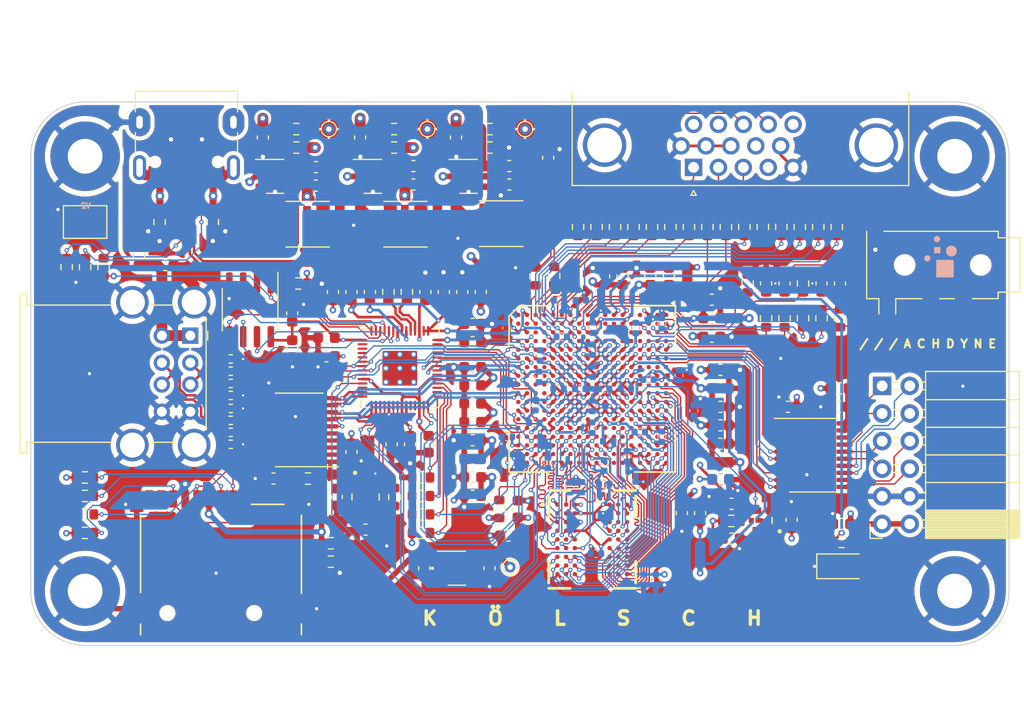
<source format=kicad_pcb>
(kicad_pcb (version 20240108) (generator "pcbnew") (generator_version "8.0")
  (layers (0 "F.Cu" signal) (1 "In1.Cu" signal) (2 "In2.Cu" signal) (31 "B.Cu" signal) (34 "B.Paste" user) (35 "F.Paste" user) (36 "B.SilkS" user "B.Silkscreen") (37 "F.SilkS" user "F.Silkscreen") (38 "B.Mask" user) (39 "F.Mask" user) (44 "Edge.Cuts" user))
  (net 0 "")
  (net 1 "GND")
  (net 2 "/PWR5V0")
  (net 3 "Net-(U3-EN)")
  (net 4 "/PWR2V5")
  (net 5 "/JTAG_TCK")
  (net 6 "/JTAG_TDI")
  (net 7 "/JTAG_TDO")
  (net 8 "/JTAG_TMS")
  (net 9 "/SD_SS")
  (net 10 "/PWR1V8")
  (net 11 "/XIN")
  (net 12 "/PWR3V3")
  (net 13 "/VDD_PLL")
  (net 14 "/AUDIO_LC")
  (net 15 "/AUDIO_RC")
  (net 16 "/USB1_CONN_DP")
  (net 17 "/USB1_CONN_DN")
  (net 18 "/VIDEO_C")
  (net 19 "/USB_CONN_DN")
  (net 20 "/USB_CONN_DP")
  (net 21 "/PMOD_A7C")
  (net 22 "/PMOD_A8C")
  (net 23 "/PMOD_A2C")
  (net 24 "/PMOD_A9C")
  (net 25 "/PMOD_A3C")
  (net 26 "/PMOD_A10C")
  (net 27 "/PMOD_A4C")
  (net 28 "/PMOD_A1C")
  (net 29 "/USB_DN")
  (net 30 "/USB_DP")
  (net 31 "/USB1_DP")
  (net 32 "/USB1_DN")
  (net 33 "/XOUT")
  (net 34 "/AUDIO_L")
  (net 35 "/AUDIO_R")
  (net 36 "/VIDEO_D0")
  (net 37 "/VIDEO_D1")
  (net 38 "/VIDEO_D2")
  (net 39 "/VIDEO_D3")
  (net 40 "/RP_QSPI_SS")
  (net 41 "/BOOT")
  (net 42 "Net-(J2-VBUS1)")
  (net 43 "Net-(C66-Pad1)")
  (net 44 "Net-(C67-Pad1)")
  (net 45 "Net-(Y1-OUT{slash}IN)")
  (net 46 "Net-(U8-EN)")
  (net 47 "Net-(U9-FB)")
  (net 48 "Net-(U10-FB)")
  (net 49 "/DRAM_A12")
  (net 50 "/PWR1V0")
  (net 51 "/DRAM_DQ15")
  (net 52 "/DRAM_DQ0")
  (net 53 "/CDONE")
  (net 54 "/CRESET")
  (net 55 "/SWCLK")
  (net 56 "/SWD")
  (net 57 "/CSD_MISO")
  (net 58 "/RP_QSPI_IO3")
  (net 59 "/RP_QSPI_SCK")
  (net 60 "/RP_QSPI_IO0")
  (net 61 "/RP_QSPI_IO2")
  (net 62 "/RP_QSPI_IO1")
  (net 63 "Net-(U11-FB)")
  (net 64 "Net-(D1-A)")
  (net 65 "Net-(J1-CC2)")
  (net 67 "/PMOD_A1")
  (net 68 "/PMOD_A2")
  (net 69 "/PMOD_A3")
  (net 70 "/PMOD_A4")
  (net 73 "Net-(J1-CC1)")
  (net 77 "/VGA_VS_CONN")
  (net 78 "/VGA_VS")
  (net 79 "/VGA_R_CONN")
  (net 80 "Net-(U9-SW)")
  (net 81 "/VGA_HS_CONN")
  (net 82 "/VGA_HS")
  (net 83 "/VGA_G_CONN")
  (net 84 "/VGA_B_CONN")
  (net 85 "/VGA_RED")
  (net 86 "/CSD_MOSI")
  (net 87 "/SD_MISO")
  (net 88 "/SD_MOSI")
  (net 89 "/CUSB1_DN")
  (net 90 "/CUSB1_DP")
  (net 91 "/SD_SCK")
  (net 92 "/VGA_R0")
  (net 93 "/VGA_R1")
  (net 94 "/CSD_SS")
  (net 95 "/CSD_SCK")
  (net 96 "/VGA_R2")
  (net 97 "/PMOD_A7")
  (net 98 "/PMOD_A8")
  (net 99 "/PMOD_A9")
  (net 100 "/PMOD_A10")
  (net 101 "/VGA_R3")
  (net 102 "/VGA_GREEN")
  (net 103 "/VGA_G0")
  (net 104 "/VGA_G1")
  (net 105 "/VGA_G2")
  (net 106 "/VGA_G3")
  (net 107 "/VGA_BLUE")
  (net 108 "/VGA_B0")
  (net 109 "/VGA_B1")
  (net 110 "/VGA_B2")
  (net 111 "/VGA_B3")
  (net 112 "/CFAILED")
  (net 114 "Net-(U10-SW)")
  (net 115 "Net-(U11-SW)")
  (net 116 "/VDD_NA")
  (net 117 "/VDD_NB")
  (net 118 "/VDD_EB")
  (net 120 "/VDD_EA")
  (net 121 "/VDD_SB")
  (net 122 "/VDD_SA")
  (net 123 "/VDD_WC")
  (net 124 "/VDD_WB")
  (net 127 "/CFG_MD3")
  (net 128 "/PWR1V1")
  (net 129 "/RUART_TX")
  (net 130 "/RUART_RX")
  (net 140 "/CFG_MD2")
  (net 152 "Net-(R33-Pad2)")
  (net 175 "/DRAM_DQ14")
  (net 184 "/RSPI_SS")
  (net 185 "/RSPI_SCK")
  (net 186 "/RSPI_MOSI")
  (net 187 "/RSPI_MISO")
  (net 188 "/DRAM_DQ13")
  (net 189 "/DRAM_DQ2")
  (net 190 "/DRAM_DQ1")
  (net 191 "/DRAM_DQ12")
  (net 197 "/CLK48")
  (net 203 "/DRAM_DQ11")
  (net 204 "/DRAM_DQ4")
  (net 205 "/USB2_CONN_DN")
  (net 206 "/USB2_CONN_DP")
  (net 208 "/USB2_DP")
  (net 209 "/USB2_DN")
  (net 210 "/CUSB2_DN")
  (net 211 "/CUSB2_DP")
  (net 213 "/VDD_WA")
  (net 221 "/LED")
  (net 222 "/DRAM_DQ3")
  (net 223 "/DRAM_DQ10")
  (net 224 "/VBUSC")
  (net 226 "/DRAM_DQ9")
  (net 227 "/DRAM_DQ6")
  (net 228 "/DRAM_DQ5")
  (net 229 "/DRAM_DQ8")
  (net 230 "/DRAM_LDQM")
  (net 231 "/DRAM_DQ7")
  (net 232 "/DRAM_UDQM")
  (net 233 "/DRAM_CLK")
  (net 234 "/DRAM_CKE")
  (net 235 "/DRAM_CAS")
  (net 236 "/DRAM_RAS")
  (net 237 "/DRAM_WE")
  (net 238 "/DRAM_A11")
  (net 239 "/DRAM_A9")
  (net 240 "/DRAM_BS0")
  (net 241 "/DRAM_BS1")
  (net 242 "/DRAM_CS")
  (net 243 "/DRAM_A8")
  (net 244 "/DRAM_A7")
  (net 245 "/DRAM_A6")
  (net 246 "/DRAM_A0")
  (net 247 "/DRAM_A1")
  (net 248 "/DRAM_A10")
  (net 249 "/DRAM_A5")
  (net 250 "/DRAM_A4")
  (net 251 "/DRAM_A3")
  (net 252 "/DRAM_A2")
  (footprint "Resistor_SMD:R_0603_1608Metric" (layer "F.Cu") (at 109.95 114.175 -90)
    (property "Reference" "FB5" (hide yes))
    (property "Value" "Ferrite_Bead")
  )
  (footprint "Capacitor_SMD:C_0603_1608Metric" (layer "F.Cu") (at 163.475 134.75 180)
    (property "Reference" "C102" (hide yes))
    (property "Value" "22uF")
  )
  (footprint "Capacitor_SMD:C_0603_1608Metric" (layer "F.Cu") (at 140.65 132.825)
    (property "Reference" "C70" (hide yes))
    (property "Value" "2.2uF")
  )
  (footprint "Capacitor_SMD:C_0603_1608Metric" (layer "F.Cu") (at 139.125 103.275 90)
    (property "Reference" "C91" (hide yes))
    (property "Value" "4.7uF")
  )
  (footprint "Resistor_SMD:R_0402_1005Metric" (layer "F.Cu") (at 118.4 127)
    (property "Reference" "R20" (hide yes))
    (property "Value" "15K")
  )
  (footprint "Capacitor_SMD:C_0603_1608Metric" (layer "F.Cu") (at 127.2 121.7 180)
    (property "Reference" "C68" (hide yes))
    (property "Value" "100nF")
  )
  (footprint "Capacitor_SMD:C_0603_1608Metric" (layer "F.Cu") (at 144.8 137.45 -90)
    (property "Reference" "C21" (hide yes))
    (property "Value" "470nF")
  )
  (footprint "LD-CONNECTORS:LD-NETTIE-0603" (layer "F.Cu") (at 160.4 116.05 90)
    (property "Reference" "R18" (hide yes))
    (property "Value" "0R")
  )
  (footprint "Resistor_SMD:R_0603_1608Metric" (layer "F.Cu") (at 111.85 111.05 90)
    (property "Reference" "FB4" (hide yes))
    (property "Value" "Ferrite_Bead")
  )
  (footprint "Capacitor_SMD:C_0603_1608Metric" (layer "F.Cu") (at 140.65 120.425)
    (property "Reference" "C65" (hide yes))
    (property "Value" "100nF")
  )
  (footprint "Inductor_SMD:L_Taiyo-Yuden_MD-4040" (layer "F.Cu") (at 134.475 111.25)
    (property "Reference" "L2" (hide yes))
    (property "Value" "2.2uH")
  )
  (footprint "MountingHole:MountingHole_3.2mm_M3_Pad" (layer "F.Cu") (at 105 145)
    (property "Reference" "H3" (hide yes))
    (property "Value" "MountingHole_Pad")
  )
  (footprint "Resistor_SMD:R_0603_1608Metric" (layer "F.Cu") (at 174.6 140.475)
    (property "Reference" "R42" (hide yes))
    (property "Value" "270R")
  )
  (footprint "Capacitor_SMD:C_0603_1608Metric" (layer "F.Cu") (at 147.6 105.125 90)
    (property "Reference" "C100" (hide yes))
    (property "Value" "22uF")
  )
  (footprint "Resistor_SMD:R_0603_1608Metric" (layer "F.Cu") (at 135.9 137.95)
    (property "Reference" "R5" (hide yes))
    (property "Value" "4K7")
  )
  (footprint "Resistor_SMD:R_0603_1608Metric" (layer "F.Cu") (at 104.975 136.25)
    (property "Reference" "R60" (hide yes))
    (property "Value" "20K")
  )
  (footprint "MountingHole:MountingHole_3.2mm_M3_Pad" (layer "F.Cu") (at 185 105)
    (property "Reference" "H2" (hide yes))
    (property "Value" "MountingHole_Pad")
  )
  (footprint "Capacitor_SMD:C_0603_1608Metric" (layer "F.Cu") (at 164.475 136.975 180)
    (property "Reference" "C12" (hide yes))
    (property "Value" "2.2uF")
  )
  (footprint "LED_SMD:LED_1206_3216Metric" (layer "F.Cu") (at 174.6 142.725)
    (property "Reference" "D1" (hide yes))
    (property "Value" "LED")
  )
  (footprint "Resistor_SMD:R_0603_1608Metric" (layer "F.Cu") (at 146.45 116.05 -90)
    (property "Reference" "R64" (hide yes))
    (property "Value" "100R")
  )
  (footprint "Resistor_SMD:R_0603_1608Metric" (layer "F.Cu") (at 167.35 111.5 -90)
    (property "Reference" "R57" (hide yes))
    (property "Value" "68R")
  )
  (footprint "Resistor_SMD:R_0603_1608Metric" (layer "F.Cu") (at 153.75 111.5 -90)
    (property "Reference" "R45" (hide yes))
    (property "Value" "1K")
  )
  (footprint "Capacitor_SMD:C_0603_1608Metric" (layer "F.Cu") (at 154.45 116.05 -90)
    (property "Reference" "C1" (hide yes))
    (property "Value" "2.2uF")
  )
  (footprint "Resistor_SMD:R_0402_1005Metric" (layer "F.Cu") (at 118.4 124.775)
    (property "Reference" "R14" (hide yes))
    (property "Value" "22R")
  )
  (footprint "Connector_USB:USB_A_Wuerth_61400826021_Horizontal_Stacked" (layer "F.Cu") (at 114.68 121.5 -90)
    (property "Reference" "J2" (hide yes))
    (property "Value" "USB_A_Stacked")
  )
  (footprint "Capacitor_SMD:C_0603_1608Metric" (layer "F.Cu") (at 140.65 127.75)
    (property "Reference" "C2" (hide yes))
    (property "Value" "2.2uF")
  )
  (footprint "Capacitor_SMD:C_0603_1608Metric" (layer "F.Cu") (at 129.5 132.2 -90)
    (property "Reference" "C37" (hide yes))
    (property "Value" "100nF")
  )
  (footprint "Capacitor_SMD:C_0603_1608Metric" (layer "F.Cu") (at 144.025 105.9 180)
    (property "Reference" "C96" (hide yes))
    (property "Value" "10pF")
  )
  (footprint "Capacitor_SMD:C_0603_1608Metric" (layer "F.Cu") (at 130.3 103.275 90)
    (property "Reference" "C90" (hide yes))
    (property "Value" "4.7uF")
  )
  (footprint "Capacitor_SMD:C_0603_1608Metric" (layer "F.Cu") (at 169.65 128.05 180)
    (property "Reference" "C87" (hide yes))
    (property "Value" "100nF")
  )
  (footprint "Resistor_SMD:R_0603_1608Metric" (layer "F.Cu") (at 169.35 119.9 90)
    (property "Reference" "R34" (hide yes))
    (property "Value" "536R")
  )
  (footprint "Resistor_SMD:R_0603_1608Metric" (layer "F.Cu") (at 134.6 117.475 -90)
    (property "Reference" "R6" (hide yes))
    (property "Value" "27R")
  )
  (footprint "Capacitor_SMD:C_0603_1608Metric" (layer "F.Cu") (at 144.025 107.6 180)
    (property "Reference" "C99" (hide yes))
    (property "Value" "22uF")
  )
  (footprint "Resistor_SMD:R_0603_1608Metric" (layer "F.Cu") (at 162.25 111.5 -90)
    (property "Reference" "R49" (hide yes))
    (property "Value" "1K")
  )
  (footprint "Resistor_SMD:R_0603_1608Metric" (layer "F.Cu") (at 171.05 116.7 90)
    (property "Reference" "R32" (hide yes))
    (property "Value" "100R")
  )
  (footprint "Capacitor_SMD:C_0603_1608Metric" (layer "F.Cu") (at 129.5 117.475 90)
    (property "Reference" "C64" (hide yes))
    (property "Value" "100nF")
  )
  (footprint "Resistor_SMD:R_0402_1005Metric" (layer "F.Cu") (at 118.4 129.3)
    (property "Reference" "R16" (hide yes))
    (property "Value" "22R")
  )
  (footprint "Capacitor_SMD:C_0603_1608Metric" (layer "F.Cu") (at 112.375 115)
    (property "Reference" "C40" (hide yes))
    (property "Value" "10uF")
  )
  (footprint "Package_TO_SOT_SMD:SOT-23-6" (layer "F.Cu") (at 131.475 106.85)
    (property "Reference" "U10" (hide yes))
    (property "Value" "TLV62569DDC")
  )
  (footprint "Resistor_SMD:R_0603_1608Metric" (layer "F.Cu") (at 127.6 142.3)
    (property "Reference" "C92" (hide yes))
    (property "Value" "10uF")
  )
  (footprint "Capacitor_SMD:C_0603_1608Metric" (layer "F.Cu") (at 131.2 117.475 90)
    (property "Reference" "C59" (hide yes))
    (property "Value" "100nF")
  )
  (footprint "Resistor_SMD:R_0603_1608Metric" (layer "F.Cu") (at 174.35 126.35)
    (property "Reference" "R58" (hide yes))
    (property "Value" "200K")
  )
  (footprint "Capacitor_SMD:C_0603_1608Metric" (layer "F.Cu") (at 128.15 136.35 90)
    (property "Reference" "C54" (hide yes))
    (property "Value" "15pF")
  )
  (footprint "Resistor_SMD:R_0603_1608Metric" (layer "F.Cu") (at 135.9 134.55)
    (property "Reference" "R3" (hide yes))
    (property "Value" "4K7")
  )
  (footprint "Capacitor_SMD:C_0603_1608Metric" (layer "F.Cu") (at 159.9 137.825 90)
    (property "Reference" "C49" (hide yes))
    (property "Value" "2.2uF")
  )
  (footprint "Capacitor_SMD:C_0603_1608Metric" (layer "F.Cu") (at 140.65 136.235)
    (property "Reference" "C3" (hide yes))
    (property "Value" "2.2uF")
  )
  (footprint "Resistor_SMD:R_0603_1608Metric" (layer "F.Cu") (at 160.55 111.5 -90)
    (property "Reference" "R50" (hide yes))
    (property "Value" "2K2")
  )
  (footprint "Resistor_SMD:R_0603_1608Metric" (layer "F.Cu") (at 106.7 115.2 -90)
    (property "Reference" "R38" (hide yes))
    (property "Value" "1K")
  )
  (footprint "Capacitor_SMD:C_0603_1608Metric" (layer "F.Cu") (at 122.325 134.65 180)
    (property "Reference" "C36" (hide yes))
    (property "Value" "100nF")
  )
  (footprint "Capacitor_SMD:C_0603_1608Metric" (layer "F.Cu") (at 163.45 128.05 180)
    (property "Reference" "C42" (hide yes))
    (property "Value" "470nF")
  )
  (footprint "Capacitor_SMD:C_0603_1608Metric" (layer "F.Cu") (at 140.65 134.525)
    (property "Reference" "C6" (hide yes))
    (property "Value" "470nF")
  )
  (footprint "Package_BGA:BGA-324_15.0x15.0mm_Layout18x18_P0.8mm_Ball0.5mm_Pad0.4mm_NSMD" (layer "F.Cu") (at 151.65 126.4)
    (property "Reference" "U1" (hide yes))
    (property "Value" "CCGM1A1")
  )
  (footprint "Resistor_SMD:R_0603_1608Metric" (layer "F.Cu") (at 125.5 134.65 180)
    (property "Reference" "R19" (hide yes))
    (property "Value" "200K")
  )
  (footprint "Capacitor_SMD:C_0603_1608Metric" (layer "F.Cu") (at 139.7 117.475 -90)
    (property "Reference" "C27" (hide yes))
    (property "Value" "2.2uF")
  )
  (footprint "Resistor_SMD:R_0603_1608Metric" (layer "F.Cu") (at 104.975 139.65)
    (property "Reference" "R62" (hide yes))
    (property "Value" "20K")
  )
  (footprint "MountingHole:MountingHole_3.2mm_M3_Pad" (layer "F.Cu") (at 105 105)
    (property "Reference" "H1" (hide yes))
    (property "Value" "MountingHole_Pad")
  )
  (footprint "LD-CONNECTORS:USB_C_Receptacle_HRO_TYPE-C-31-M-12-BIG-PADS-PASTE" (layer "F.Cu") (at 114.325 102.915 180)
    (property "Reference" "J1" (hide yes))
    (property "Value" "TYPE-C-31-M-12-FIXED")
  )
  (footprint "Resistor_SMD:R_0603_1608Metric" (layer "F.Cu") (at 103.3 115.2 -90)
    (property "Reference" "R10" (hide yes))
    (property "Value" "5K1")
  )
  (footprint "Capacitor_SMD:C_0603_1608Metric" (layer "F.Cu") (at 134.9 131.5 -90)
    (property "Reference" "C61" (hide yes))
    (property "Value" "100nF")
  )
  (footprint "Resistor_SMD:R_0603_1608Metric" (layer "F.Cu") (at 133.425 104.2)
    (property "Reference" "R68" (hide yes))
    (property "Value" "47K")
  )
  (footprint "Resistor_SMD:R_0603_1608Metric" (layer "F.Cu") (at 104.975 137.95)
    (property "Reference" "R61" (hide yes))
    (property "Value" "20K")
  )
  (footprint "Capacitor_SMD:C_0603_1608Metric" (layer "F.Cu") (at 169.35 116.7 -90)
    (property "Reference" "C72" (hide yes))
    (property "Value" "10uF")
  )
  (footprint "Package_TO_SOT_SMD:SOT-23-6" (layer "F.Cu") (at 140.275 106.85)
    (property "Reference" "U11" (hide yes))
    (property "Value" "TLV62569DDC")
  )
  (footprint "Resistor_SMD:R_0603_1608Metric" (layer "F.Cu") (at 105 115.2 -90)
    (property "Reference" "R2" (hide yes))
    (property "Value" "5K1")
  )
  (footprint "TestPoint:TestPoint_THTPad_D1.0mm_Drill0.5mm" (layer "F.Cu") (at 145.475 102.5)
    (property "Reference" "TP4" (hide yes))
    (property "Value" "TP_PWR1V1")
  )
  (footprint "Resistor_SMD:R_0603_1608Metric" (layer "F.Cu") (at 171.05 119.9 90)
    (property "Reference" "R35" (hide yes))
    (property "Value" "1K")
  )
  (footprint "Inductor_SMD:L_Taiyo-Yuden_MD-4040" (layer "F.Cu") (at 143.275 111.2)
    (property "Reference" "L3" (hide yes))
    (property "Value" "2.2uH")
  )
  (footprint "Capacitor_SMD:C_0603_1608Metric" (layer "F.Cu") (at 163.45 126.35 180)
    (property "Reference" "C39" (hide yes))
    (property "Value" "2.2uF")
  )
  (footprint "Capacitor_SMD:C_0603_1608Metric" (layer "F.Cu") (at 136.2 142.9 -90)
    (property "Reference" "C85" (hide yes))
    (property "Value" "1uF")
  )
  (footprint "Resistor_SMD:R_0603_1608Metric" (layer "F.Cu") (at 152.05 111.5 -90)
    (property "Reference" "R46" (hide yes))
    (property "Value" "2K2")
  )
  (footprint "Capacitor_SMD:C_0603_1608Metric" (layer "F.Cu") (at 124.05 122.7 -90)
    (property "Reference" "C82" (hide yes))
    (property "Value" "100nF")
  )
  (footprint "Capacitor_SMD:C_0603_1608Metric" (layer "F.Cu") (at 167.65 116.7 90)
    (property "Reference" "C66" (hide yes))
    (property "Value" "100nF")
  )
  (footprint "Package_SO:TSSOP-20_4.4x6.5mm_P0.65mm" (layer "F.Cu") (at 172 132.5)
    (property "Reference" "U8" (hide yes))
    (property "Value" "LSF0108PWR")
  )
  (footprint "Capacitor_SMD:C_0603_1608Metric" (layer "F.Cu") (at 124.05 119.45 90)
    (property "Reference" "C83" (hide yes))
    (property "Value" "1uF")
  )
  (footprint "Resistor_SMD:R_0402_1005Metric" (layer "F.Cu") (at 118.4 128.2)
    (property "Reference" "R12" (hide yes))
    (property "Value" "15K")
  )
  (footprint "Capacitor_SMD:C_0603_1608Metric" (layer "F.Cu") (at 127.2 123.4 180)
    (property "Reference" "C77" (hide yes))
    (property "Value" "100nF")
  )
  (footprint "Capacitor_SMD:C_0603_1608Metric" (layer "F.Cu") (at 163.45 129.75 180)
    (property "Reference" "C50" (hide yes))
    (property "Value" "470nF")
  )
  (footprint "Resistor_SMD:R_0603_1608Metric" (layer "F.Cu") (at 124.6 116.7 180)
    (property "Reference" "R37" (hide yes))
    (property "Value" "10K")
  )
  (footprint "Capacitor_SMD:C_0603_1608Metric" (layer "F.Cu") (at 126.225 106 180)
    (property "Reference" "C94" (hide yes))
    (property "Value" "10pF")
  )
  (footprint "Resistor_SMD:R_0402_1005Metric" (layer "F.Cu") (at 118.4 131.5)
    (property "Reference" "R11" (hide yes))
    (property "Value" "15K")
  )
  (footprint "Capacitor_SMD:C_0603_1608Metric" (layer "F.Cu") (at 136.3 117.475 90)
    (property "Reference" "C63" (hide yes))
    (property "Value" "1uF")
  )
  (footprint "Package_TO_SOT_SMD:SOT-23-5" (layer "F.Cu") (at 139.2 142.9)
    (property "Reference" "U7" (hide yes))
    (property "Value" "NCP164ASN180T1G")
  )
  (footprint "TestPoint:TestPoint_THTPad_D1.0mm_Drill0.5mm" (layer "F.Cu") (at 144.1 142.8 180)
    (property "Reference" "TP1" (hide yes))
    (property "Value" "TP_PWR1V8")
  )
  (footprint "Capacitor_SMD:C_0603_1608Metric" (layer "F.Cu") (at 143.95 139.9)
    (property "Reference" "C18" (hide yes))
    (property "Value" "2.2uF")
  )
  (footprint "Capacitor_SMD:C_0603_1608Metric" (layer "F.Cu") (at 174.35 128.05 180)
    (property "Reference" "C86" (hide yes))
    (property "Value" "100nF")
  )
  (footprint "Capacitor_SMD:C_0603_1608Metric" (layer "F.Cu") (at 135.2 105.9 180)
    (property "Reference" "C95" (hide yes))
    (property "Value" "10pF")
  )
  (footprint "Inductor_SMD:L_Taiyo-Yuden_MD-4040" (layer "F.Cu") (at 125.475 111.25)
    (property "Reference" "L1" (hide yes))
    (property "Value" "2.2uH")
  )
  (footprint "Capacitor_SMD:C_0603_1608Metric" (layer "F.Cu") (at 142.2 142.9 -90)
    (property "Reference" "C88" (hide yes))
    (property "Value" "1uF")
  )
  (footprint "LD-PMOD:PMOD_2x06_HOST" (layer "F.Cu") (at 178.325 138.825 180)
    (property "Reference" "PMOD1" (hide yes))
    (property "Value" "PMOD-Device-x2-Type-1A-GPIO")
  )
  (footprint "Capacitor_SMD:C_0603_1608Metric" (layer "F.Cu") (at 163.45 131.45 180)
    (property "Reference" "C48" (hide yes))
    (property "Value" "2.2uF")
  )
  (footprint "Resistor_SMD:R_0603_1608Metric" (layer "F.Cu") (at 135.9 139.65)
    (property "Reference" "R8" (hide yes))
    (property "Value" "4K7")
  )
  (footprint "Resistor_SMD:R_0603_1608Metric" (layer "F.Cu") (at 164.45 138.55 180)
    (property "Reference" "R73" (hide yes))
    (property "Value" "22R")
  )
  (footprint "Capacitor_SMD:C_0603_1608Metric" (layer "F.Cu") (at 170 138.45 90)
    (property "Reference" "C84" (hide yes))
    (property "Value" "100nF")
  )
  (footprint "LD-MCUS:RP2040-QFN-56-OFFICIAL" (layer "F.Cu") (at 133.95 124.5)
    (property "Reference" "U4" (hide yes))
    (property "Value" "RP2040")
  )
  (footprint "Connector_Audio:Jack_3.5mm_PJ320D_Horizontal" (layer "F.Cu") (at 182.625 115 180)
    (property "Reference" "J3" (hide yes))
    (property "Value" "AudioJack4")
  )
  (footprint "Resistor_SMD:R_0603_1608Metric" (layer "F.Cu") (at 150.35 111.5 -90)
    (property "Reference" "R55" (hide yes))
    (property "Value" "68R")
  )
  (footprint "Capacitor_SMD:C_0603_1608Metric" (layer "F.Cu") (at 164.45 140.175 180)
    (property "Reference" "C20" (hide yes))
    (property "Value" "100nF")
  )
  (footprint "Resistor_SMD:R_0603_1608Metric" (layer "F.Cu") (at 104.975 134.55)
    (property "Reference" "R59" (hide yes))
    (property "Value" "20K")
  )
  (footprint "Resistor_SMD:R_0603_1608Metric" (layer "F.Cu") (at 165.65 111.5 -90)
    (property "Reference" "R47" (hide yes))
    (property "Value" "270R")
  )
  (footprint "Capacitor_SMD:C_0603_1608Metric" (layer "F.Cu") (at 133.2 131.5 -90)
    (property "Reference" "C71" (hide yes))
    (property "Value" "100nF")
  )
  (footprint "Resistor_SMD:R_0603_1608Metric" (layer "F.Cu") (at 172.75 119.9 90)
    (property "Reference" "R36" (hide yes))
    (property "Value" "2K")
  )
  (footprint "TestPoint:TestPoint_THTPad_D1.0mm_Drill0.5mm" (layer "F.Cu") (at 136.4875 102.5)
    (property "Reference" "TP3" (hide yes))
    (property "Value" "TP_PWR2V5")
  )
  (footprint "Capacitor_SMD:C_0603_1608Metric" (layer "F.Cu") (at 136.6 131.4875 -90)
    (property "Reference" "C74" (hide yes))
    (property "Value" "100nF")
  )
  (footprint "Capacitor_SMD:C_0603_1608Metric" (layer "F.Cu") (at 162.65 118.2 180)
    (property "Reference" "C41" (hide yes))
    (property "Value" "470nF")
  )
  (footprint "Resistor_SMD:R_0603_1608Metric" (layer "F.Cu") (at 124.425 104.2)
    (property "Reference" "R66" (hide yes))
    (property "Value" "44K2")
  )
  (footprint "Resistor_SMD:R_0603_1608Metric" (layer "F.Cu") (at 135.9 136.25)
    (property "Reference" "R4" (hide yes))
    (property "Value" "4K7")
  )
  (footprint "LD-CONNECTORS:LD-NETTIE-0603" (layer "F.Cu") (at 142.15 115.05 180)
    (property "Reference" "R17" (hide yes))
    (property "Value" "0R")
  )
  (footprint "Capacitor_SMD:C_0603_1608Metric" (layer "F.Cu") (at 152.75 116.05 -90)
    (property "Reference" "C4" (hide yes))
    (property "Value" "470nF")
  )
  (footprint "Resistor_SMD:R_0603_1608Metric" (layer "F.Cu") (at 157.15 111.5 -90)
    (property "Reference" "R43" (hide yes))
    (property "Value" "270R")
  )
  (footprint "Capacitor_SMD:C_0603_1608Metric" (layer "F.Cu") (at 140.65 122.1)
    (property "Reference" "C62" (hide yes))
    (property "Value" "100nF")
  )
  (footprint "Resistor_SMD:R_0402_1005Metric" (layer "F.Cu") (at 118.4 130.4)
    (property "Reference" "R15" (hide yes))
    (property "Value" "22R")
  )
  (footprint "LD-SWITCH:Button_2P_3x4mm" (layer "F.Cu") (at 105 111.05 180)
    (property "Reference" "SW1" (hide yes))
    (property "Value" "BOOT")
  )
  (footprint "TestPoint:TestPoint_THTPad_D1.0mm_Drill0.5mm" (layer "F.Cu") (at 127.425 102.5)
    (property "Reference" "TP2" (hide yes))
    (property "Value" "TP_PWR3V3")
  )
  (footprint "Capacitor_SMD:C_0603_1608Metric" (layer "F.Cu") (at 158.7 116.05 -90)
    (property "Reference" "C30" (hide yes))
    (property "Value" "470nF")
  )
  (footprint "Resistor_SMD:R_0603_1608Metric" (layer "F.Cu") (at 174.45 119.9 -90)
    (property "Reference" "R39" (hide yes))
    (property "Value" "33R")
  )
  (footprint "Package_SO:SOIC-8_3.9x4.9mm_P1.27mm" (layer "F.Cu") (at 120.175 119.125 -90)
    (property "Reference" "U5" (hide yes))
    (property "Value" "AT25FF321A-SSHN-B")
  )
  (footprint "Capacitor_SMD:C_0603_1608Metric" (layer "F.Cu") (at 174.6 138.825 180)
    (property "Reference" "C101" (hide yes))
    (property "Value" "10uF")
  )
  (footprint "Capacitor_SMD:C_0603_1608Metric" (layer "F.Cu") (at 121.35 103.275 90)
    (property "Reference" "C89" (hide yes))
    (property "Value" "4.7uF")
  )
  (footprint "Capacitor_SMD:C_0603_1608Metric" (layer "F.Cu") (at 140.65 126.07)
    (property "Reference" "C75" (hide yes))
    (property "Value" "470nF")
  )
  (footprint "Resistor_SMD:R_0603_1608Metric" (layer "F.Cu") (at 172.45 111.5 -90)
    (property "Reference" "R52" (hide yes))
    (property "Value" "536R")
  )
  (footprint "Capacitor_SMD:C_0603_1608Metric" (layer "F.Cu") (at 140.65 129.45)
    (property "Reference" "C5" (hide yes))
    (property "Value" "470nF")
  )
  (footprint "Resistor_SMD:R_0603_1608Metric" (layer "F.Cu") (at 133.45 136.35 90)
    (property "Reference" "R30" (hide yes))
    (property "Value" "1K")
  )
  (footprint "LD-SDCARD:SDCARD" (layer "F.Cu") (at 117.5 147.025)
    (property "Reference" "J4" (hide yes))
    (property "Value" "MICROSD")
  )
  (footprint "Capacitor_SMD:C_0603_1608Metric" (layer "F.Cu") (at 140.65 124.4)
    (property "Reference" "C69" (hide yes))
    (property "Value" "2.2uF")
  )
  (footprint "Capacitor_SMD:C_0603_1608Metric" (layer "F.Cu") (at 138 117.475 90)
    (property "Reference" "C60" (hide yes))
    (property "Value" "1uF")
  )
  (footprint "Resistor_SMD:R_0402_1005Metric" (layer "F.Cu") (at 118.4 125.9)
    (property "Reference" "R13" (hide yes))
    (property "Value" "22R")
  )
  (footprint "Resistor_SMD:R_0603_1608Metric" (layer "F.Cu") (at 124.425 102.5 180)
    (property "Reference" "R65" (hide yes))
    (property "Value" "200K")
  )
  (footprint "Capacitor_SMD:C_0603_1608Metric" (layer "F.Cu") (at 162.65 121.6 180)
    (property "Reference" "C22" (hide yes))
    (property "Value" "470nF")
  )
  (footprint "Resistor_SMD:R_0603_1608Metric" (layer "F.Cu") (at 116.75 111.05 90)
    (property "Reference" "FB3" (hide yes))
    (property "Value" "Ferrite_Bead")
  )
  (footprint "Capacitor_SMD:C_0603_1608Metric" (layer "F.Cu") (at 126.225 107.7 180)
    (property "Reference" "C97" (hide yes))
    (property "Value" "10uF")
  )
  (footprint "Resistor_SMD:R_0603_1608Metric" (layer "F.Cu") (at 167.65 119.9 90)
    (property "Reference" "R33" (hide yes))
    (property "Value" "270R")
  )
  (footprint "LD-MEMORY:W989D6DB" (layer "F.Cu") (at 151.65 140.25)
    (property "Reference" "U2" (hide yes))
    (property "Value" "W989D6DBGX6")
  )
  (footprint "Resistor_SMD:R_0603_1608Metric" (layer "F.Cu") (at 132.9 117.475 -90)
    (property "Reference" "R7" (hide yes))
    (property "Value" "27R")
  )
  (footprint "Capacitor_SMD:C_0603_1608Metric" (layer "F.Cu") (at 161.575 137.825 -90)
    (property "Reference" "C51" (hide yes))
    (property "Value" "470nF")
  )
  (footprint "Package_TO_SOT_SMD:SOT-23-6" (layer "F.Cu") (at 122.475 106.85)
    (property "Reference" "U9" (hide yes))
    (property "Value" "TLV62569DDC")
  )
  (footprint "Capacitor_SMD:C_0603_1608Metric" (layer "F.Cu") (at 162.65 119.9 180)
    (property "Reference" "C38" (hide yes))
    (property "Value" "2.2uF")
  )
  (footprint "Resistor_SMD:R_0603_1608Metric" (layer "F.Cu") (at 143.1 137.45 90)
    (property "Reference" "R1" (hide yes))
    (property "Value" "4K7")
  )
  (footprint "Capacitor_SMD:C_0603_1608Metric" (layer "F.Cu") (at 141.4 117.475 -90)
    (property "Reference" "C29" (hide yes))
    (property "Value" "470nF")
  )
  (footprint "Resistor_SMD:R_0603_1608Metric" (layer "F.Cu") (at 163.95 111.5 -90)
    (property "Reference" "R48" (hide yes))
    (property "Value" "536R")
  )
  (footprint "Resistor_SMD:R_0603_1608Metric" (layer "F.Cu") (at 142.225 104.2)
    (property "Reference" "R70" (hide yes))
    (property "Value" "120K")
  )
  (footprint "Resistor_SMD:R_0603_1608Metric" (layer "F.Cu") (at 127.6 140.6)
    (property "Reference" "C93" (hide yes))
    (property "Value" "100nF")
  )
  (footprint "Resistor_SMD:R_0603_1608Metric" (layer "F.Cu") (at 155.45 111.5 -90)
    (property "Reference" "R44" (hide yes))
    (property "Value" "536R")
  )
  (footprint "LD-CRYSTALS:XTAL_ECS-240-8-33-AGN-TR" (layer "F.Cu") (at 130.8 136.35 -90)
    (property "Reference" "Y1" (hide yes))
    (property "Value" "ECS-80-12-33-JGN-TR-12MHZ")
  )
  (footprint "LD-CONNECTORS:LD-NETTIE-0603" (layer "F.Cu") (at 163.45 133.15)
    (property "Reference" "R28" (hide yes))
    (property "Value" "0R")
  )
  (footprint "Resistor_SMD:R_0603_1608Metric" (layer "F.Cu") (at 133.425 102.5 180)
    (property "Reference" "R67" (hide yes))
    (property "Value" "150K")
  )
  (footprint "MountingHole:MountingHole_3.2mm_M3_Pad" (layer "F.Cu") (at 185 145)
    (property "Reference" "H4" (hide yes))
    (property "Value" "MountingHole_Pad")
  )
  (footprint "Capacitor_SMD:C_0603_1608Metric" (layer "F.Cu") (at 157 116.05 -90)
    (property "Reference" "C28" (hide yes))
    (property "Value" "2.2uF")
  )
  (footprint "Capacitor_SMD:C_0603_1608Metric" (layer "F.Cu") (at 174.45 116.7 90)
    (property "Reference" "C73" (hide yes))
    (property "Value" "10uF")
  )
  (footprint "Capacitor_SMD:C_0603_1608Metric" (layer "F.Cu") (at 140.65 131.125)
    (property "Reference" "C76" (hide yes))
    (property "Value" "470nF")
  )
  (footprint "Capacitor_SMD:C_0603_1608Metric" (layer "F.Cu") (at 172.75 116.7 -90)
    (property "Reference" "C67" (hide yes))
    (property "Value" "100nF")
  )
  (footprint "Resistor_SMD:R_0603_1608Metric" (layer "F.Cu") (at 142.225 102.5 180)
    (property "Reference" "R69" (hide yes))
    (property "Value" "100K")
  )
  (footprint "Package_SO:TSSOP-20_4.4x6.5mm_P0.65mm" (layer "F.Cu") (at 124.7 130.175 180)
    (property "Reference" "U3" (hide yes))
    (property "Value" "LSF0108PWR")
  )
  (footprint "Resistor_SMD:R_0603_1608Metric" (layer "F.Cu") (at 165.95 116.7 90)
    (property "Reference" "R31" (hide yes))
    (property "Value" "100R")
  )
  (footprint "LD-CRYSTALS:OSC_KC2016Z13.5600C1KX00" (layer "F.Cu") (at 167.4 138.5 180)
    (property "Reference" "U6" (hide yes))
    (property "Value" "48MHz")
  )
  (footprint "Capacitor_SMD:C_0603_1608Metric" (layer "F.Cu") (at 127.8 117.475 90)
    (property "Reference" "C58" (hide yes))
    (property "Value" "100nF")
  )
  (footprint "Resistor_SMD:R_0603_1608Metric" (layer "F.Cu") (at 169.05 111.5 -90)
    (property "Reference" "R54" (hide yes))
    (property "Value" "2K2")
  )
  (footprint "Capacitor_SMD:C_0603_1608Metric" (layer "F.Cu") (at 163.45 124.65 180)
    (property "Reference" "C19" (hide yes))
    (property "Value" "2.2uF")
  )
  (footprint "Capacitor_SMD:C_0603_1608Metric" (layer "F.Cu") (at 130.8 139.35 180)
    (property "Reference" "C57" (hide yes))
    (property "Value" "15pF")
  )
  (footprint "Resistor_SMD:R_0603_1608Metric" (layer "F.Cu") (at 148.15 116 -90)
    (property "Reference" "R63" (hide yes))
    (property "Value" "100R")
  )
  (footprint "Capacitor_SMD:C_0603_1608Metric" (layer "F.Cu") (at 135.2 107.6 180)
    (property "Reference" "C98" (hide yes))
    (property "Value" "10uF")
  )
  (footprint "Resistor_SMD:R_0603_1608Metric" (layer "F.Cu") (at 174.15 111.5 -90)
    (property "Reference" "R51" (hide yes))
    (property "Value" "270R")
  )
  (footprint "Connector_Dsub:DSUB-15-HD_Female_Horizontal_P2.29x1.98mm_EdgePinOffset3.03mm_Housed_MountingHolesOffset4.94mm" (layer "F.Cu") (at 160.975 106.025 180)
    (property "Reference" "VGA1" (hide yes))
    (property "Value" "DB15_Female_MountingHoles")
  )
  (footprint "Resistor_SMD:R_0603_1608Metric" (layer "F.Cu") (at 170.75 111.5 -90)
    (property "Reference" "R53" (hide yes))
    (property "Value" "1K")
  )
  (footprint "Resistor_SMD:R_0402_1005Metric" (layer "F.Cu") (at 118.4 123.65)
    (property "Reference" "R21" (hide yes))
    (property "Value" "15K")
  )
  (footprint "Resistor_SMD:R_0603_1608Metric" (layer "F.Cu") (at 158.85 111.5 -90)
    (property "Reference" "R56" (hide yes))
    (property "Value" "68R")
  )
  (footprint "Capacitor_SMD:C_0402_1005Metric" (layer "B.Cu") (at 154.85 132.6 90)
    (property "Reference" "C8" (hide yes))
    (property "Value" "100nF")
  )
  (footprint "Capacitor_SMD:C_0402_1005Metric" (layer "B.Cu") (at 153.125 131.225 180)
    (property "Reference" "C53" (hide yes))
    (property "Value" "100nF")
  )
  (footprint "Capacitor_SMD:C_0402_1005Metric" (layer "B.Cu") (at 161 128.4 -90)
    (property "Reference" "C52" (hide yes))
    (property "Value" "100nF")
  )
  (footprint "Capacitor_SMD:C_0402_1005Metric" (layer "B.Cu") (at 146.85 123.325 90)
    (property "Reference" "C80" (hide yes))
    (property "Value" "100nF")
  )
  (footprint "Capacitor_SMD:C_0402_1005Metric" (layer "B.Cu") (at 149.6 135.45 -90)
    (property "Reference" "C109" (hide yes))
    (property "Value" "10uF")
  )
  (footprint "Capacitor_SMD:C_0402_1005Metric" (layer "B.Cu") (at 154.85 118.25)
    (property "Reference" "C34" (hide yes))
    (property "Value" "100nF")
  )
  (footprint "LD-CONNECTORS:LD-NETTIE-0603" (layer "B.Cu") (at 161.575 141.65 -90)
    (property "Reference" "R29" (hide yes))
    (property "Value" "0R")
  )
  (footprint "Capacitor_SMD:C_0402_1005Metric" (layer "B.Cu") (at 156.825 125.55 180)
    (property "Reference" "C44" (hide yes))
    (property "Value" "100nF")
  )
  (footprint "Capacitor_SMD:C_0402_1005Metric" (layer "B.Cu") (at 150.7 135.45 -90)
    (property "Reference" "C107" (hide yes))
    (property "Value" "100nF")
  )
  (footprint "LD-CONNECTORS:LD-NETTIE-0603" (layer "B.Cu") (at 140.35 121.475 180)
    (property "Reference" "R40" (hide yes))
    (property "Value" "0R")
  )
  (footprint "LD-CONNECTORS:LD-NETTIE-0603" (layer "B.Cu") (at 163.45 126.35)
    (property "Reference" "R27" (hide yes))
    (property "Value" "0R")
  )
  (footprint "Capacitor_SMD:C_0402_1005Metric" (layer "B.Cu") (at 151.7 124.82 90)
    (property "Reference" "C13" (hide yes))
    (property "Value" "10nF")
  )
  (footprint "Capacitor_SMD:C_0402_1005Metric" (layer "B.Cu") (at 151.65 129.97 90)
    (property "Reference" "C23" (hide yes))
    (property "Value" "100nF")
  )
  (footprint "LD-LOGO:ld-kicad" (layer "B.Cu") (at 183.85 114.3 180)
    (property "Reference" "G***" (hide yes))
    (property "Value" "LOGO")
  )
  (footprint "Capacitor_SMD:C_0402_1005Metric" (layer "B.Cu") (at 146.425 127.9 90)
    (property "Reference" "C81" (hide yes))
    (property "Value" "100nF")
  )
  (footprint "LD-CONNECTORS:LD-NETTIE-0603" (layer "B.Cu") (at 140.625 136.05 180)
    (property "Reference" "R9" (hide yes))
    (property "Value" "0R")
  )
  (footprint "Capacitor_SMD:C_0402_1005Metric" (layer "B.Cu") (at 148.6 118.25 180)
    (property "Reference" "C33" (hide yes))
    (property "Value" "100nF")
  )
  (footprint "Capacitor_SMD:C_0402_1005Metric" (layer "B.Cu") (at 158.05 130.8 90)
    (property "Reference" "C7" (hide yes))
    (property "Value" "220nF")
  )
  (footprint "Capacitor_SMD:C_0402_1005Metric" (layer "B.Cu") (at 157.5 143.95 90)
    (property "Reference" "C110" (hide yes))
    (property "Value" "10uF")
  )
  (footprint "Capacitor_SMD:C_0402_1005Metric" (layer "B.Cu") (at 152.75 135.15)
    (property "Reference" "C103" (hide yes))
    (property "Value" "100nF")
  )
  (footprint "Capacitor_SMD:C_0402_1005Metric" (layer "B.Cu") (at 152.75 133.45 90)
    (property "Reference" "C56" (hide yes))
    (property "Value" "100nF")
  )
  (footprint "Capacitor_SMD:C_0603_1608Metric" (layer "B.Cu") (at 163.45 134.7 180)
    (property "Reference" "C16" (hide yes))
    (property "Value" "2.2uF")
  )
  (footprint "Capacitor_SMD:C_0402_1005Metric" (layer "B.Cu") (at 155.65 135.425 -90)
    (property "Reference" "C105" (hide yes))
    (property "Value" "100nF")
  )
  (footprint "Capacitor_SMD:C_0402_1005Metric" (layer "B.Cu") (at 151.65 127.97 -90)
    (property "Reference" "C25" (hide yes))
    (property "Value" "10nF")
  )
  (footprint "LD-CONNECTORS:LD-NETTIE-0603" (layer "B.Cu") (at 140.65 132.85 180)
    (property "Reference" "R41" (hide yes))
    (property "Value" "0R")
  )
  (footprint "Capacitor_SMD:C_0402_1005Metric" (layer "B.Cu") (at 150.55 126.4 180)
    (property "Reference" "C14" (hide yes))
    (property "Value" "10nF")
  )
  (footprint "Capacitor_SMD:C_0402_1005Metric" (layer "B.Cu") (at 158.05 120.37 -90)
    (property "Reference" "C47" (hide yes))
    (property "Value" "100nF")
  )
  (footprint "Capacitor_SMD:C_0402_1005Metric" (layer "B.Cu") (at 152 141.55)
    (property "Reference" "C104" (hide yes))
    (property "Value" "100nF")
  )
  (footprint "Capacitor_SMD:C_0402_1005Metric" (layer "B.Cu") (at 148.85 121.6)
    (property "Reference" "C31" (hide yes))
    (property "Value" "100nF")
  )
  (footprint "Capacitor_SMD:C_0402_1005Metric" (layer "B.Cu") (at 159.55 119.55 -90)
    (property "Reference" "C43" (hide yes))
    (property "Value" "100nF")
  )
  (footprint "Capacitor_SMD:C_0402_1005Metric" (layer "B.Cu") (at 156.4 143.95 90)
    (property "Reference" "C106" (hide yes))
    (property "Value" "100nF")
  )
  (footprint "Capacitor_SMD:C_0402_1005Metric" (layer "B.Cu") (at 155.65 120.8 -90)
    (property "Reference" "C45" (hide yes))
    (property "Value" "100nF")
  )
  (footprint "Capacitor_SMD:C_0402_1005Metric" (layer "B.Cu") (at 147.575 133.205 -90)
    (property "Reference" "C11" (hide yes))
    (property "Value" "100nF")
  )
  (footprint "Capacitor_SMD:C_0402_1005Metric" (layer "B.Cu") (at 148.55 126.4)
    (property "Reference" "C10" (hide yes))
    (property "Value" "100nF")
  )
  (footprint "Capacitor_SMD:C_0402_1005Metric" (layer "B.Cu") (at 154.75 126.4 180)
    (property "Reference" "C24" (hide yes))
    (property "Value" "100nF")
  )
  (footprint "Capacitor_SMD:C_0402_1005Metric" (layer "B.Cu") (at 159.65 125.15 -90)
    (property "Reference" "C46" (hide yes))
    (property "Value" "100nF")
  )
  (footprint "Capacitor_SMD:C_0402_1005Metric" (layer "B.Cu") (at 152.75 126.4)
    (property "Reference" "C26" (hide yes))
    (property "Value" "10nF")
  )
  (footprint "Capacitor_SMD:C_0402_1005Metric" (layer "B.Cu") (at 150.6 118.25 180)
    (property "Reference" "C35" (hide yes))
    (property "Value" "100nF")
  )
  (footprint "LD-CONNECTORS:LD-NETTIE-0603" (layer "B.Cu") (at 164.3 119.9)
    (property "Reference" "R26" (hide yes))
    (property "Value" "0R")
  )
  (footprint "Capacitor_SMD:C_0402_1005Metric" (layer "B.Cu") (at 156.025 130.375 180)
    (property "Reference" "C55" (hide yes))
    (property "Value" "100nF")
  )
  (footprint "Capacitor_SMD:C_0402_1005Metric" (layer "B.Cu") (at 143.775 120.8 -90)
    (property "Reference" "C78" (hide yes))
    (property "Value" "100nF")
  )
  (footprint "Capacitor_SMD:C_0402_1005Metric" (layer "B.Cu") (at 146.75 125.3 90)
    (property "Reference" "C79" (hide yes))
    (property "Value" "100nF")
  )
  (footprint "Capacitor_SMD:C_0402_1005Metric" (layer "B.Cu") (at 151.7 120.77 -90)
    (property "Reference" "C32" (hide yes))
    (property "Value" "100nF")
  )
  (footprint "Capacitor_SMD:C_0402_1005Metric" (layer "B.Cu") (at 143.8 130.8)
    (property "Reference" "C17" (hide yes))
    (property "Value" "100nF")
  )
  (footprint "Capacitor_SMD:C_0402_1005Metric" (layer "B.Cu") (at 146.325 129.525)
    (property "Reference" "C15" (hide yes))
    (property "Value" "100nF")
  )
  (footprint "Capacitor_SMD:C_0402_1005Metric" (layer "B.Cu") (at 151.7 122.79 -90)
    (property "Reference" "C9" (hide yes))
    (property "Value" "100nF")
  )
  (gr_line (start 105 100) (end 185 100) (stroke (width 0.1)) (layer "Edge.Cuts"))
  (gr_line (start 100 145) (end 100 105) (stroke (width 0.1)) (layer "Edge.Cuts"))
  (gr_line (start 185 150) (end 105 150) (stroke (width 0.1)) (layer "Edge.Cuts"))
  (gr_arc (start 185 100) (mid 188.535534 101.464466) (end 190 105) (stroke (width 0.1)) (layer "Edge.Cuts"))
  (gr_arc (start 105 150) (mid 101.464466 148.535534) (end 100 145) (stroke (width 0.1)) (layer "Edge.Cuts"))
  (gr_arc (start 190 145) (mid 188.535534 148.535534) (end 185 150) (stroke (width 0.1)) (layer "Edge.Cuts"))
  (gr_line (start 190 105) (end 190 145) (stroke (width 0.1)) (layer "Edge.Cuts"))
  (gr_arc (start 100 105) (mid 101.464466 101.464466) (end 105 100) (stroke (width 0.1)) (layer "Edge.Cuts"))
  (gr_text "V2" (at 105.05 109.55 0) (layer "B.SilkS") (effects (font (size 0.5 0.5) (thickness 0.125)) (justify mirror)))
  (gr_text "K     Ö     L     S     C     H" (at 151.65 147.5 0) (layer "F.SilkS") (effects (font (size 1.25 1.25) (thickness 0.3125))))
  (gr_text "/ / / A C H D Y N E" (at 182.525 122.25 0) (layer "F.SilkS") (effects (font (size 0.75 0.75) (thickness 0.1875))))
  (segment (start 148.85 123.6) (end 148.45 123.2) (width 0.25) (layer "F.Cu") (net 1))
  (segment (start 144.85 119.6) (end 144.45 119.2) (width 0.25) (layer "F.Cu") (net 1))
  (segment (start 127.775 116.725) (end 127.8 116.7) (width 0.5) (layer "F.Cu") (net 1))
  (segment (start 150.05 137.05) (end 150.6 137.05) (width 0.25) (layer "F.Cu") (net 1))
  (segment (start 153.65 129.2) (end 154.05 128.8) (width 0.25) (layer "F.Cu") (net 1))
  (segment (start 145.725 136.675) (end 145.75 136.7) (width 0.5) (layer "F.Cu") (net 1))
  (segment (start 141.425 120.425) (end 141.425 122.1) (width 0.5) (layer "F.Cu") (net 1))
  (segment (start 156.85 128.4) (end 157.25 128.8) (width 0.25) (layer "F.Cu") (net 1))
  (segment (start 164.25 134.95) (end 165.05 135.75) (width 0.25) (layer "F.Cu") (net 1))
  (segment (start 124.05 118.675) (end 125.05 118.675) (width 0.25) (layer "F.Cu") (net 1))
  (segment (start 154.45 127.6) (end 154.85 128) (width 0.25) (layer "F.Cu") (net 1))
  (segment (start 157 115.275) (end 158.7 115.275) (width 0.5) (layer "F.Cu") (net 1))
  (segment (start 150.85 128) (end 150.45 128.4) (width 0.25) (layer "F.Cu") (net 1))
  (segment (start 148.45 143.45) (end 148.85 143.85) (width 0.25) (layer "F.Cu") (net 1))
  (segment (start 131.7 135.2) (end 131.7 135.7) (width 0.125) (layer "F.Cu") (net 1))
  (segment (start 172.675 128.05) (end 173.525 128.05) (width 0.5) (layer "F.Cu") (net 1))
  (segment (start 148.85 125.2) (end 148.45 124.8) (width 0.25) (layer "F.Cu") (net 1))
  (segment (start 162.12 104.045) (end 159.83 104.045) (width 0.25) (layer "F.Cu") (net 1))
  (segment (start 152.85 124.4) (end 152.45 124.8) (width 0.25) (layer "F.Cu") (net 1))
  (segment (start 151.25 127.6) (end 152.05 128.4) (width 0.25) (layer "F.Cu") (net 1))
  (segment (start 139.875 124.4) (end 139.875 126.07) (width 0.5) (layer "F.Cu") (net 1))
  (segment (start 164.225 129.75) (end 164.225 131.45) (width 0.5) (layer "F.Cu") (net 1))
  (segment (start 154.45 122.8) (end 154.05 123.2) (width 0.25) (layer "F.Cu") (net 1))
  (segment (start 164.25 134.75) (end 164.25 134.95) (width 0.25) (layer "F.Cu") (net 1))
  (segment (start 144.8 136.675) (end 145.725 136.675) (width 0.5) (layer "F.Cu") (net 1))
  (segment (start 163.425 117.15) (end 163.425 118.2) (width 0.5) (layer "F.Cu") (net 1))
  (segment (start 144.45 123.2) (end 144.85 123.6) (width 0.25) (layer "F.Cu") (net 1))
  (segment (start 126.775 116.725) (end 127.775 116.725) (width 0.5) (layer "F.Cu") (net 1))
  (segment (start 171.9 116.7) (end 171.975 116.7) (width 0.25) (layer "F.Cu") (net 1))
  (segment (start 124.05 123.475) (end 124.05 124.35) (width 0.25) (layer "F.Cu") (net 1))
  (segment (start 157 115.275) (end 155.725 115.275) (width 0.5) (layer "F.Cu") (net 1))
  (segment (start 168.425 116.7) (end 167.65 115.925) (width 0.25) (layer "F.Cu") (net 1))
  (segment (start 152.85 122.8) (end 153.25 122.4) (width 0.25) (layer "F.Cu") (net 1))
  (segment (start 150.05 124.8) (end 150.45 125.2) (width 0.25) (layer "F.Cu") (net 1))
  (segment (start 139.875 136.235) (end 139.875 137.25) (width 0.5) (layer "F.Cu") (net 1))
  (segment (start 144.85 133.2) (end 144.45 133.6) (width 0.25) (layer "F.Cu") (net 1))
  (segment (start 153.65 125.2) (end 153.25 125.6) (width 0.25) (layer "F.Cu") (net 1))
  (segment (start 126.175 104.2) (end 125.25 104.2) (width 1) (layer "F.Cu") (net 1))
  (segment (start 164.225 128.05) (end 165.225 128.05) (width 0.5) (layer "F.Cu") (net 1))
  (segment (start 148.05 122.8) (end 148.45 123.2) (width 0.25) (layer "F.Cu") (net 1))
  (segment (start 136.5875 132.275) (end 136.6 132.2625) (width 0.5) (layer "F.Cu") (net 1))
  (segment (start 126.425 124.375) (end 126.425 123.4) (width 0.25) (layer "F.Cu") (net 1))
  (segment (start 152.85 127.6) (end 153.25 128) (width 0.25) (layer "F.Cu") (net 1))
  (segment (start 139.85 134.5) (end 139.875 134.525) (width 0.5) (layer "F.Cu") (net 1))
  (segment (start 153.25 139.45) (end 152.85 139.05) (width 0.25) (layer "F.Cu") (net 1))
  (segment (start 148.05 124.4) (end 148.45 124.8) (width 0.25) (layer "F.Cu") (net 1))
  (segment (start 161.575 137.05) (end 161.65 137.05) (width 0.5) (layer "F.Cu") (net 1))
  (segment (start 139.875 131.125) (end 138.9 131.125) (width 0.5) (layer "F.Cu") (net 1))
  (segment (start 125.575 137.025) (end 124.35 137.025) (width 0.5) (layer "F.Cu") (net 1))
  (segment (start 118.27 116.65) (end 118.27 118.08) (width 0.25) (layer "F.Cu") (net 1))
  (segment (start 151.25 122.8) (end 152.05 123.6) (width 0.25) (layer "F.Cu") (net 1))
  (segment (start 125.05 118.675) (end 125.1 118.625) (width 0.25) (layer "F.Cu") (net 1))
  (segment (start 128.525 137.5) (end 129.9 137.5) (width 0.125) (layer "F.Cu") (net 1))
  (segment (start 148.85 123.6) (end 149.25 124) (width 0.25) (layer "F.Cu") (net 1))
  (segment (start 150.05 138.65) (end 150.6 138.65) (width 0.25) (layer "F.Cu") (net 1))
  (segment (start 130.025 139.35) (end 129.675 139.35) (width 0.5) (layer "F.Cu") (net 1))
  (segment (start 129.675 139.35) (end 128.425 140.6) (width 0.5) (layer "F.Cu") (net 1))
  (segment (start 151.25 126) (end 152.05 126.8) (width 0.25) (layer "F.Cu") (net 1))
  (segment (start 157.65 129.2) (end 157.25 128.8) (width 0.25) (layer "F.Cu") (net 1))
  (segment (start 153.65 125.2) (end 154.05 124.8) (width 0.25) (layer "F.Cu") (net 1))
  (segment (start 109.75 146.625) (end 106.625 146.625) (width 0.5) (layer "F.Cu") (net 1))
  (segment (start 152.85 122.8) (end 152.45 123.2) (width 0.25) (layer "F.Cu") (net 1))
  (segment (start 127.5625 133.1) (end 129.425 133.1) (width 0.25) (layer "F.Cu") (net 1))
  (segment (start 168.99 104.045) (end 168.99 104.88) (width 0.25) (layer "F.Cu") (net 1))
  (segment (start 106.625 146.625) (end 105 145) (width 0.5) (layer "F.Cu") (net 1))
  (segment (start 139.875 132.825) (end 139.875 134.525) (width 0.5) (layer "F.Cu") (net 1))
  (segment (start 164.225 128.05) (end 164.225 129.75) (width 0.5) (layer "F.Cu") (net 1))
  (segment (start 154.45 119.6) (end 154.85 119.2) (width 0.25) (layer "F.Cu") (net 1))
  (segment (start 138 115.7) (end 137.975 115.675) (width 0.5) (layer "F.Cu") (net 1))
  (segment (start 134.9 134.375) (end 135.075 134.55) (width 0.25) (layer "F.Cu") (net 1))
  (segment (start 149.65 130) (end 149.25 129.6) (width 0.25) (layer "F.Cu") (net 1))
  (segment (start 155.25 123.6) (end 155.65 123.2) (width 0.25) (layer "F.Cu") (net 1))
  (segment (start 158.45 127.6) (end 158.85 128) (width 0.25) (layer "F.Cu") (net 1))
  (segment (start 138 116.7) (end 139.7 116.7) (width 0.5) (layer "F.Cu") (net 1))
  (segment (start 149.65 126) (end 150.45 126.8) (width 0.25) (layer "F.Cu") (net 1))
  (segment (start 118.91 128.2) (end 119.525 128.2) (width 0.25) (layer "F.Cu") (net 1))
  (segment (start 134.425 107.6) (end 134.425 108.575) (width 1) (layer "F.Cu") (net 1))
  (segment (start 154.45 122.8) (end 154.85 122.4) (width 0.25) (layer "F.Cu") (net 1))
  (segment (start 158.45 133.2) (end 158.05 133.6) (width 0.25) (layer "F.Cu") (net 1))
  (segment (start 155.850001 132.599999) (end 156.05 132.4) (width 0.25) (layer "F.Cu") (net 1))
  (segment (start 169.975 137.6) (end 170 137.625) (width 0.25) (layer "F.Cu") (net 1))
  (segment (start 151.25 124.4) (end 152.05 123.6) (width 0.25) (layer "F.Cu") (net 1))
  (segment (start 121.3375 106.85) (end 120.65 106.85) (width 0.5) (layer "F.Cu") (net 1))
  (segment (start 120.65 134.65) (end 121.5 134.65) (width 0.5) (layer "F.Cu") (net 1))
  (segment (start 168.825 129.2625) (end 169.1375 129.575) (width 0.5) (layer "F.Cu") (net 1))
  (segment (start 144.85 132.4) (end 144.45 132.8) (width 0.25) (layer "F.Cu") (net 1))
  (segment (start 151.25 127.6) (end 150.85 128) (width 0.25) (layer "F.Cu") (net 1))
  (segment (start 104.15 116.6) (end 103.875 116.6) (width 0.25) (layer "F.Cu") (net 1))
  (segment (start 164.225 126.35) (end 164.225 128.05) (width 0.5) (layer "F.Cu") (net 1))
  (segment (start 126.3 146.625) (end 125.25 146.625) (width 0.5) (layer "F.Cu") (net 1))
  (segment (start 151.25 126) (end 150.85 125.6) (width 0.25) (layer "F.Cu") (net 1))
  (segment (start 127.8 116.7) (end 129.5 116.7) (width 0.5) (layer "F.Cu") (net 1))
  (segment (start 159.9 138.6) (end 159.9 139.5) (width 0.5) (layer "F.Cu") (net 1))
  (segment (start 156.85 132.4) (end 156.45 132.8) (width 0.25) (layer "F.Cu") (net 1))
  (segment (start 138.0625 142.9) (end 136.95 142.9) (width 0.5) (layer "F.Cu") (net 1))
  (segment (start 149.65 124.4) (end 149.25 124) (width 0.25) (layer "F.Cu") (net 1))
  (segment (start 148.85 125.2) (end 149.25 125.6) (width 0.25) (layer "F.Cu") (net 1))
  (segment (start 149.25 128) (end 148.85 128.4) (width 0.25) (layer "F.Cu") (net 1))
  (segment (start 134.9 133.25) (end 134.9 134.375) (width 0.25) (layer "F.Cu") (net 1))
  (segment (start 168.825 128.05) (end 168.825 129.2625) (width 0.5) (layer "F.Cu") (net 1))
  (segment (start 115.03 118.43) (end 115.03 116.88) (width 1) (layer "F.Cu") (net 1))
  (segment (start 168.5 116.7) (end 168.425 116.7) (width 0.25) (layer "F.Cu") (net 1))
  (segment (start 142.2 143.675) (end 142.2 144.575) (width 0.25) (layer "F.Cu") (net 1))
  (segment (start 129.425 133.1) (end 129.5 133.025) (width 0.25) (layer "F.Cu") (net 1))
  (segment (start 152.85 124.4) (end 153.25 124) (width 0.25) (layer "F.Cu") (net 1))
  (segment (start 147.25 130) (end 146.85 130.4) (width 0.25) (layer "F.Cu") (net 1))
  (segment (start 102.5 111.05) (end 102.5 109.9) (width 0.25) (layer "F.Cu") (net 1))
  (segment (start 148.85 126.8) (end 148.45 127.2) (width 0.25) (layer "F.Cu") (net 1))
  (segment (start 151.25 124.4) (end 150.85 124) (width 0.25) (layer "F.Cu") (net 1))
  (segment (start 136.2 143.675) (end 136.2 143.65) (width 0.5) (layer "F.Cu") (net 1))
  (segment (start 148.85 128.4) (end 148.45 128.8) (width 0.25) (layer "F.Cu") (net 1))
  (segment (start 128.425 141.45) (end 128.425 142.3) (width 0.5) (layer "F.Cu") (net 1))
  (segment (start 152.05 123.6) (end 152.45 123.2) (width 0.25) (layer "F.Cu") (net 1))
  (segment (start 152.85 126) (end 153.25 125.6) (width 0.25) (layer "F.Cu") (net 1))
  (segment (start 148.85 133.2) (end 148.85 133.75) (width 0.25) (layer "F.Cu") (net 1))
  (segment (start 131.7 134.2) (end 131.7 135.2) (width 0.125) (layer "F.Cu") (net 1))
  (segment (start 157.65 131.6) (end 157.25 131.2) (width 0.25) (layer "F.Cu") (net 1))
  (segment (start 134.9 132.275) (end 134.9 133.25) (width 0.5) (layer "F.Cu") (net 1))
  (segment (start 173.775 138.775) (end 173.825 138.825) (width 0.5) (layer "F.Cu") (net 1))
  (segment (start 158.45 119.6) (end 158.05 119.2) (width 0.25) (layer "F.Cu") (net 1))
  (segment (start 169.95 137.575) (end 170 137.625) (width 0.25) (layer "F.Cu") (net 1))
  (segment (start 154.45 126) (end 155.25 126.8) (width 0.25) (layer "F.Cu") (net 1))
  (segment (start 168.99 104.88) (end 170.135 106.025) (width 0.25) (layer "F.Cu") (net 1))
  (segment (start 120.65 106.85) (end 120.15 107.35) (width 0.5) (layer "F.Cu") (net 1))
  (segment (start 151.25 129.2) (end 151.25 130) (width 0.25) (layer "F.Cu") (net 1))
  (segment (start 118.91 131.5) (end 119.525 131.5) (width 0.25) (layer "F.Cu") (net 1))
  (segment (start 139.875 131.125) (end 139.875 132.825) (width 0.5) (layer "F.Cu") (net 1))
  (segment (start 138.9 134.5) (end 139.85 134.5) (width 0.5) (layer "F.Cu") (net 1))
  (segment (start 155.25 133.2) (end 155.65 133.6) (width 0.25) (layer "F.Cu") (net 1))
  (segment (start 148.45 127.2) (end 148.05 127.6) (width 0.25) (layer "F.Cu") (net 1))
  (segment (start 156.85 130.8) (end 157.25 131.2) (width 0.25) (layer "F.Cu") (net 1))
  (segment (start 150.45 128.4) (end 150.05 128.8) (width 0.25) (layer "F.Cu") (net 1))
  (segment (start 130.3 102.5) (end 130.3 101.5) (width 1) (layer "F.Cu") (net 1))
  (segment (start 139.7 115.675) (end 139.7 116.7) (width 0.5) (layer "F.Cu") (net 1))
  (segment (start 108.725 137.025) (end 109.75 137.025) (width 0.5) (layer "F.Cu") (net 1))
  (segment (start 118.91 127) (end 119.525 127) (width 0.25) (layer "F.Cu") (net 1))
  (segment (start 147.25 131.6) (end 146.85 132) (width 0.25) (layer "F.Cu") (net 1))
  (segment (start 124.05 124.35) (end 124.075 124.375) (width 0.25) (layer "F.Cu") (net 1))
  (segment (start 147.6 104.35) (end 148.65 104.35) (width 1) (layer "F.Cu") (net 1))
  (segment (start 148.05 127.6) (end 147.65 128) (width 0.25) (layer "F.Cu") (net 1))
  (segment (start 149.65 127.6) (end 149.25 128) (width 0.25) (layer "F.Cu") (net 1))
  (segment (start 117.575 106.96) (end 117.73 106.96) (width 0.65) (layer "F.Cu") (net 1))
  (segment (start 153.65 126.8) (end 154.05 127.2) (width 0.25) (layer "F.Cu") (net 1))
  (segment (start 152.85 127.6) (end 152.45 128) (width 0.25) (layer "F.Cu") (net 1))
  (segment (start 136.2 143.65) (end 136.95 142.9) (width 0.5) (layer "F.Cu") (net 1))
  (segment (start 128.425 142.3) (end 128.425 143.325) (width 0.5) (layer "F.Cu") (net 1))
  (segment (start 152.85 126) (end 153.65 126.8) (width 0.25) (layer "F.Cu") (net 1))
  (segment (start 143.25 107.6) (end 143.25 108.6) (width 1) (layer "F.Cu") (net 1))
  (segment (start 104.425 116.6) (end 105 116.025) (width 0.25) (layer "F.Cu") (net 1))
  (segment (start 153.25 128) (end 153.65 128.4) (width 0.25) (layer "F.Cu") (net 1))
  (segment (start 153.65 126.8) (end 154.45 126) (width 0.25) (layer "F.Cu") (net 1))
  (segment (start 132.95 127.9375) (end 132.95 128.75) (width 0.25) (layer "F.Cu") (net 1))
  (segment (start 161.65 137.05) (end 162.4 136.3) (width 0.5) (layer "F.Cu") (net 1))
  (segment (start 156.05 132.4) (end 156.45 132.8) (width 0.25) (layer "F.Cu") (net 1))
  (segment (start 138.9 124.4) (end 139.875 124.4) (width 0.5) (layer "F.Cu") (net 1))
  (segment (start 111.075 106.96) (end 110.92 106.96) (width 0.65) (layer "F.Cu") (net 1))
  (segment (start 154.45 127.6) (end 154.05 127.2) (width 0.25) (layer "F.Cu") (net 1))
  (segment (start 129.125 106.85) (end 130.3375 106.85) (width 0.5) (layer "F.Cu") (net 1))
  (segment (start 150.45 123.6) (end 150.05 123.2) (width 0.25) (layer "F.Cu") (net 1))
  (segment (start 135.2 104.2) (end 134.25 104.2) (width 1) (layer "F.Cu") (net 1))
  (segment (start 168.125 137.575) (end 169.95 137.575) (width 0.25) (layer "F.Cu") (net 1))
  (segment (start 149.65 139.85) (end 150.05 140.25) (width 0.25) (layer "F.Cu") (net 1))
  (segment (start 154.45 115.275) (end 155.725 115.275) (width 0.5) (layer "F.Cu") (net 1))
  (segment (start 149.65 119.6) (end 149.65 119.05) (width 0.25) (layer "F.Cu") (net 1))
  (segment (start 121.35 102.5) (end 121.35 101.5) (width 1) (layer "F.Cu") (net 1))
  (segment (start 151.25 124.4) (end 152.05 125.2) (width 0.25) (layer "F.Cu") (net 1))
  (segment (start 149.65 124.4) (end 150.05 124.8) (width 0.25) (layer "F.Cu") (net 1))
  (segment (start 152.05 119.6) (end 152.45 119.2) (width 0.25) (layer "F.Cu") (net 1))
  (segment (start 104.15 116.6) (end 104.425 116.6) (width 0.25) (layer "F.Cu") (net 1))
  (segment (start 152.05 128.4) (end 152.45 128) (width 0.25) (layer "F.Cu") (net 1))
  (segment (start 165.2 141.1) (end 165.2 140.2) (width 0.25) (layer "F.Cu") (net 1))
  (segment (start 164.41 104.045) (end 162.12 104.045) (width 0.25) (layer "F.Cu") (net 1))
  (segment (start 155.25 132.4) (end 155.25 133.2) (width 0.25) (layer "F.Cu") (net 1))
  (segment (start 115.03 116.88) (end 113.15 115) (width 1) (layer "F.Cu") (net 1))
  (segment (start 126.425 123.4) (end 126.425 121.7) (width 0.25) (layer "F.Cu") (net 1))
  (segment (start 136.3 115.7) (end 136.3 116.7) (width 0.5) (layer "F.Cu") (net 1))
  (segment (start 152.65 137.85) (end 153.25 137.85) (width 0.25) (layer "F.Cu") (net 1))
  (segment (start 155.449999 132.599999) (end 155.850001 132.599999) (width 0.25) (layer "F.Cu") (net 1))
  (segment (start 117.73 106.96) (end 118.645 106.045) (width 0.65) (layer "F.Cu") (net 1))
  (segment (start 141.425 120.425) (end 142.425 120.425) (width 0.5) (layer "F.Cu") (net 1))
  (segment (start 150.05 127.2) (end 149.65 127.6) (width 0.25) (layer "F.Cu") (net 1))
  (segment (start 153.65 128.4) (end 154.05 128.8) (width 0.25) (layer "F.Cu") (net 1))
  (segment (start 148.45 137.05) (end 148.05 136.65) (width 0.25) (layer "F.Cu") (net 1))
  (segment (start 129.5 116.7) (end 131.2 116.7) (width 0.5) (layer "F.Cu") (net 1))
  (segment (start 125.45 108.675) (end 125.425 108.7) (width 1) (layer "F.Cu") (net 1))
  (segment (start 144.85 126) (end 144.45 125.6) (width 0.25) (layer "F.Cu") (net 1))
  (segment (start 149.65 126) (end 149.25 125.6) (width 0.25) (layer "F.Cu") (net 1))
  (segment (start 131.7 135.7) (end 129.9 137.5) (width 0.125) (layer "F.Cu") (net 1))
  (segment (start 148.05 124.4) (end 147.65 124) (width 0.25) (layer "F.Cu") (net 1))
  (segment (start 173.2 142.725) (end 172.1 142.725) (width 0.25) (layer "F.Cu") (net 1))
  (segment (start 151.25 133.2) (end 151.65 133.6) (width 0.25) (layer "F.Cu") (net 1))
  (segment (start 128.15 137.125) (end 128.525 137.5) (width 0.125) (layer "F.Cu") (net 1))
  (segment (start 155.25 125.2) (end 155.65 124.8) (width 0.25) (layer "F.Cu") (net 1))
  (segment (start 155.25 132.4) (end 155.449999 132.599999) (width 0.25) (layer "F.Cu") (net 1))
  (segment (start 153.65 123.6) (end 154.05 123.2) (width 0.25) (layer "F.Cu") (net 1))
  (segment (start 125.45 107.7) (end 125.45 108.675) (width 1) (layer "F.Cu") (net 1))
  (segment (start 110.92 106.96) (end 110.005 106.045) (width 0.65) (layer "F.Cu") (net 1))
  (segment (start 148.05 126) (end 147.65 125.6) (width 0.25) (layer "F.Cu") (net 1))
  (segment (start 158.45 122.8) (end 158.85 122.4) (width 0.25) (layer "F.Cu") (net 1))
  (segment (start 148.05 130.8) (end 147.65 131.2) (width 0.25) (layer "F.Cu") (net 1))
  (segment (start 138 116.7) (end 138 115.7) (width 0.5) (layer "F.Cu") (net 1))
  (segment (start 148.05 131.6) (end 147.65 132) (width 0.25) (layer "F.Cu") (net 1))
  (segment (start 134.9 132.275) (end 136.5875 132.275) (width 0.5) (layer "F.Cu") (net 1))
  (segment (start 163.425 121.6) (end 164.475 121.6) (width 0.5) (layer "F.Cu") (net 1))
  (segment (start 165.25 135.95) (end 165.05 135.75) (width 0.25) (layer "F.Cu") (net 1))
  (segment (start 118.91 123.65) (end 119.525 123.65) (width 0.25) (layer "F.Cu") (net 1))
  (segment (start 154.45 126) (end 154.85 125.6) (width 0.25) (layer "F.Cu") (net 1))
  (segment (start 152.85 131.6) (end 153.65 130.8) (width 0.25) (layer "F.Cu") (net 1))
  (segment (start 136.3 116.7) (end 138 116.7) (width 0.5) (layer "F.Cu") (net 1))
  (segment (start 133.2 132.275) (end 134.9 132.275) (width 0.5) (layer "F.Cu") (net 1))
  (segment (start 144.85 128.4) (end 145.25 128.8) (width 0.25) (layer "F.Cu") (net 1))
  (segment (start 129.9 139.225) (end 130.025 139.35) (width 0.125) (layer "F.Cu") (net 1))
  (segment (start 150.45 126.8) (end 150.05 127.2) (width 0.25) (layer "F.Cu") (net 1))
  (segment (start 169.975 136.775) (end 169.975 137.6) (width 0.25) (layer "F.Cu") (net 1))
  (segment (start 152.75 115.275) (end 151.7 115.275) (width 0.5) (layer "F.Cu") (net 1))
  (segment (start 129.9 137.5) (end 129.9 139.225) (width 0.125) (layer "F.Cu") (net 1))
  (segment (start 152.85 131.6) (end 153.25 132) (width 0.25) (layer "F.Cu") (net 1))
  (segment (start 163.425 118.2) (end 163.425 119.9) (width 0.5) (layer "F.Cu") (net 1))
  (segment (start 114.2 136.525) (end 114.2 135.15) (width 0.5) (layer "F.Cu") (net 1))
  (segment (start 129.5 133.025) (end 130.4 133.025) (width 0.25) (layer "F.Cu") (net 1))
  (segment (start 153.65 123.6) (end 153.25 124) (width 0.25) (layer "F.Cu") (net 1))
  (segment (start 164.225 124.65) (end 165.25 124.65) (width 0.5) (layer "F.Cu") (net 1))
  (segment (start 149.65 122.8) (end 149.25 122.4) (width 0.25) (layer "F.Cu") (net 1))
  (segment (start 139.875 127.75) (end 139.875 129.45) (width 0.5) (layer "F.Cu") (net 1))
  (segment (start 150.45 125.2) (end 150.85 125.6) (width 0.25) (layer "F.Cu") (net 1))
  (segment (start 152.05 125.2) (end 152.45 124.8) (width 0.25) (layer "F.Cu") (net 1))
  (segment (start 154.45 124.4) (end 154.05 124.8) (width 0.25) (layer "F.Cu") (net 1))
  (segment (start 151.25 122.8) (end 150.85 122.4) (width 0.25) (layer "F.Cu") (net 1))
  (segment (start 152.85 126) (end 152.05 126.8) (width 0.25) (layer "F.Cu") (net 1))
  (segment (start 150.05 128.8) (end 149.65 129.2) (width 0.25) (layer "F.Cu") (net 1))
  (segment (start 137.925 106.85) (end 139.1375 106.85) (width 0.5) (layer "F.Cu") (net 1))
  (segment (start 154.45 124.4) (end 154.85 124) (width 0.25) (layer "F.Cu") (net 1))
  (segment (start 139.7 116.7) (end 141.4 116.7) (width 0.5) (layer "F.Cu") (net 1))
  (segment (start 128.425 140.6) (end 128.425 141.45) (width 0.5) (layer "F.Cu") (net 1))
  (segment (start 139.875 134.525) (end 139.875 136.235) (width 0.5) (layer "F.Cu") (net 1))
  (segment (start 165.25 136.975) (end 165.25 135.95) (width 0.25) (layer "F.Cu") (net 1))
  (segment (start 144.85 121.2) (end 144.45 120.8) (width 0.25) (layer "F.Cu") (net 1))
  (segment (start 158.45 125.2) (end 158.05 125.6) (width 0.25) (layer "F.Cu") (net 1))
  (segment (start 144 104.2) (end 143.05 104.2) (width 1) (layer "F.Cu") (net 1))
  (segment (start 173.775 137.875) (end 173.775 138.775) (width 0.5) (layer "F.Cu") (net 1))
  (segment (start 168.825 127.15) (end 168.825 128.05) (width 0.5) (layer "F.Cu") (net 1))
  (segment (start 149.65 129.2) (end 149.25 129.6) (width 0.25) (layer "F.Cu") (net 1))
  (segment (start 151.25 130) (end 150.85 130.4) (width 0.25) (layer "F.Cu") (net 1))
  (segment (start 139.125 102.5) (end 139.125 101.5) (width 1) (layer "F.Cu") (net 1))
  (segment (start 118.27 118.08) (end 118.25 118.1) (width 0.25) (layer "F.Cu") (net 1))
  (segment (start 134.425 108.575) (end 134.4 108.6) (width 1) (layer "F.Cu") (net 1))
  (segment (start 177.7 111.75) (end 177.7 113.6) (width 0.5) (layer "F.Cu") (net 1))
  (segment (start 148.05 126) (end 148.85 126.8) (width 0.25) (layer "F.Cu") (net 1))
  (segment (start 103.875 116.6) (end 103.3 116.025) (width 0.25) (layer "F.Cu") (net 1))
  (segment (start 148.05 122.8) (end 147.65 122.4) (width 0.25) (layer "F.Cu") (net 1))
  (segment (start 171.975 116.7) (end 172.75 117.475) (width 0.25) (layer "F.Cu") (net 1))
  (segment (start 139.875 129.45) (end 139.875 131.125) (width 0.5) (layer "F.Cu") (net 1))
  (segment (start 156.85 133.2) (end 156.45 132.8) (width 0.25) (layer "F.Cu") (net 1))
  (segment (start 156.85 120.4) (end 157.25 120) (width 0.25) (layer "F.Cu") (net 1))
  (segment (start 155.25 123.6) (end 154.85 124) (width 0.25) (layer "F.Cu") (net 1))
  (segment (start 151.25 127.6) (end 152.05 126.8) (width 0.25) (layer "F.Cu") (net 1))
  (segment (start 165.2 140.2) (end 165.225 140.175) (width 0.25) (layer "F.Cu") (net 1))
  (segment (start 143.175 139.9) (end 142.25 139.9) (width 0.5) (layer "F.Cu") (net 1))
  (via (at 132.95 128.75) (size 0.4) (drill 0.2) (layers "F.Cu" "B.Cu") (net 1))
  (via (at 158.3 144.43) (size 0.6) (drill 0.3) (layers "F.Cu" "B.Cu") (net 1))
  (via (at 147.65 132) (size 0.4) (drill 0.2) (layers "F.Cu" "B.Cu") (net 1))
  (via (at 150.6 137.05) (size 0.4) (drill 0.2) (layers "F.Cu" "B.Cu") (net 1))
  (via (at 148.85 133.75) (size 0.4) (drill 0.2) (layers "F.Cu" "B.Cu") (net 1))
  (via (at 154.85 119.2) (size 0.4) (drill 0.2) (layers "F.Cu" "B.Cu") (net 1))
  (via (at 105.4 125) (size 0.6) (drill 0.3) (layers "F.Cu" "B.Cu") (net 1))
  (via (at 155.725 115.275) (size 0.8) (drill 0.4) (layers "F.Cu" "B.Cu") (net 1))
  (via (at 138.9 131.125) (size 0.8) (drill 0.4) (layers "F.Cu" "B.Cu") (net 1))
  (via (at 153.25 124) (size 0.4) (drill 0.2) (layers "F.Cu" "B.Cu") (net 1))
  (via (at 138.9 134.5) (size 0.8) (drill 0.4) (layers "F.Cu" "B.Cu") (net 1))
  (via (at 128.425 143.325) (size 0.8) (drill 0.4) (layers "F.Cu" "B.Cu") (net 1))
  (via (at 152.45 124.8) (size 0.4) (drill 0.2) (layers "F.Cu" "B.Cu") (net 1))
  (via (at 135.2 104.2) (size 0.8) (drill 0.4) (layers "F.Cu" "B.Cu") (net 1))
  (via (at 165.25 124.65) (size 0.8) (drill 0.4) (layers "F.Cu" "B.Cu") (net 1))
  (via (at 150.85 122.4) (size 0.4) (drill 0.2) (layers "F.Cu" "B.Cu") (net 1))
  (via (at 185.75 126.15) (size 0.6) (drill 0.3) (layers "F.Cu" "B.Cu") (net 1))
  (via (at 129.125 106.85) (size 0.8) (drill 0.4) (layers "F.Cu" "B.Cu") (net 1))
  (via (at 172.1 142.725) (size 0.6) (drill 0.3) (layers "F.Cu" "B.Cu") (net 1))
  (via (at 154.05 123.2) (size 0.4) (drill 0.2) (layers "F.Cu" "B.Cu") (net 1))
  (via (at 150.05 127.2) (size 0.4) (drill 0.2) (layers "F.Cu" "B.Cu") (net 1))
  (via (at 155.65 124.8) (size 0.4) (drill 0.2) (layers "F.Cu" "B.Cu") (net 1))
  (via (at 147.65 122.4) (size 0.4) (drill 0.2) (layers "F.Cu" "B.Cu") (net 1))
  (via (at 150.85 124) (size 0.4) (drill 0.2) (layers "F.Cu" "B.Cu") (net 1))
  (via (at 144.45 123.2) (size 0.4) (drill 0.2) (layers "F.Cu" "B.Cu") (net 1))
  (via (at 156.35 134.945) (size 0.4) (drill 0.2) (layers "F.Cu" "B.Cu") (net 1))
  (via (at 142.25 139.9) (size 0.6) (drill 0.3) (layers "F.Cu" "B.Cu") (net 1))
  (via (at 146.85 132) (size 0.4) (drill 0.2) (layers "F.Cu" "B.Cu") (net 1))
  (via (at 148.45 128.8) (size 0.4) (drill 0.2) (layers "F.Cu" "B.Cu") (net 1))
  (via (at 171.9 116.7) (size 0.4) (drill 0.2) (layers "F.Cu" "B.Cu") (net 1))
  (via (at 119.525 123.65) (size 0.4) (drill 0.2) (layers "F.Cu" "B.Cu") (net 1))
  (via (at 150.85 128) (size 0.4) (drill 0.2) (layers "F.Cu" "B.Cu") (net 1))
  (via (at 137.925 106.85) (size 0.8) (drill 0.4) (layers "F.Cu" "B.Cu") (net 1))
  (via (at 158.85 122.4) (size 0.4) (drill 0.2) (layers "F.Cu" "B.Cu") (net 1))
  (via (at 117.05 143.35) (size 0.6) (drill 0.3) (layers "F.Cu" "B.Cu") (net 1))
  (via (at 149.25 124) (size 0.4) (drill 0.2) (layers "F.Cu" "B.Cu") (net 1))
  (via (at 172.675 128.05) (size 0.6) (drill 0.3) (layers "F.Cu" "B.Cu") (net 1))
  (via (at 157.25 131.2) (size 0.4) (drill 0.2) (layers "F.Cu" "B.Cu") (net 1))
  (via (at 144.45 119.2) (size 0.4) (drill 0.2) (layers "F.Cu" "B.Cu") (net 1))
  (via (at 149.65 119.05) (size 0.4) (drill 0.2) (layers "F.Cu" "B.Cu") (net 1))
  (via (at 124.35 128.95) (size 0.6) (drill 0.3) (layers "F.Cu" "B.Cu") (net 1))
  (via (at 139.125 101.5) (size 0.8) (drill 0.4) (layers "F.Cu" "B.Cu") (net 1))
  (via (at 143.3 131.45) (size 0.4) (drill 0.2) (layers "F.Cu" "B.Cu") (net 1))
  (via (at 168.825 127.15) (size 0.6) (drill 0.3) (layers "F.Cu" "B.Cu") (net 1))
  (via (at 168.5 116.7) (size 0.4) (drill 0.2) (layers "F.Cu" "B.Cu") (net 1))
  (via (at 125.1 118.625) (size 0.6) (drill 0.3) (layers "F.Cu" "B.Cu") (net 1))
  (via (at 153.25 132) (size 0.4) (drill 0.2) (layers "F.Cu" "B.Cu") (net 1))
  (via (at 165.225 128.05) (size 0.8) (drill 0.4) (layers "F.Cu" "B.Cu") (net 1))
  (via (at 148.45 123.2) (size 0.4) (drill 0.2) (layers "F.Cu" "B.Cu") (net 1))
  (via (at 153.25 122.4) (size 0.4) (drill 0.2) (layers "F.Cu" "B.Cu") (net 1))
  (via (at 177.7 113.6) (size 0.8) (drill 0.4) (layers "F.Cu" "B.Cu") (net 1))
  (via (at 126.3 146.625) (size 0.6) (drill 0.3) (layers "F.Cu" "B.Cu") (net 1))
  (via (at 144.6 115.25) (size 0.6) (drill 0.3) (layers "F.Cu" "B.Cu") (net 1))
  (via (at 156.45 132.8) (size 0.4) (drill 0.2) (layers "F.Cu" "B.Cu") (net 1))
  (via (at 165.2 141.1) (size 0.6) (drill 0.3) (layers "F.Cu" "B.Cu") (net 1))
  (via (at 142.2 144.575) (size 0.6) (drill 0.3) (layers "F.Cu" "B.Cu") (net 1))
  (via (at 139.875 137.25) (size 0.8) (drill 0.4) (layers "F.Cu" "B.Cu") (net 1))
  (via (at 148.45 127.2) (size 0.4) (drill 0.2) (layers "F.Cu" "B.Cu") (net 1))
  (via (at 154.85 122.4) (size 0.4) (drill 0.2) (layers "F.Cu" "B.Cu") (net 1))
  (via (at 130.4 133.025) (size 0.6) (drill 0.3) (layers "F.Cu" "B.Cu") (net 1))
  (via (at 164.475 121.6) (size 0.8) (drill 0.4) (layers "F.Cu" "B.Cu") (net 1))
  (via (at 148.85 143.85) (size 0.4) (drill 0.2) (layers "F.Cu" "B.Cu") (net 1))
  (via (at 150.6 138.65) (size 0.4) (drill 0.2) (layers "F.Cu" "B.Cu") (net 1))
  (via (at 121.35 101.5) (size 0.8) (drill 0.4) (layers "F.Cu" "B.Cu") (net 1))
  (via (at 154.05 128.8) (size 0.4) (drill 0.2) (layers "F.Cu" "B.Cu") (net 1))
  (via (at 134.9 133.25) (size 0.8) (drill 0.4) (layers "F.Cu" "B.Cu") (net 1))
  (via (at 138.9 124.4) (size 0.8) (drill 0.4) (layers "F.Cu" "B.Cu") (net 1))
  (via (at 136.3 115.7) (size 0.8) (drill 0.4) (layers "F.Cu" "B.Cu") (net 1))
  (via (at 158.85 128) (size 0.4) (drill 0.2) (layers "F.Cu" "B.Cu") (net 1))
  (via (at 130.3 101.5) (size 0.8) (drill 0.4) (layers "F.Cu" "B.Cu") (net 1))
  (via (at 148.65 104.35) (size 0.8) (drill 0.4) (layers "F.Cu" "B.Cu") (net 1))
  (via (at 144.45 125.6) (size 0.4) (drill 0.2) (layers "F.Cu" "B.Cu") (net 1))
  (via (at 160.35 124.65) (size 0.4) (drill 0.2) (layers "F.Cu" "B.Cu") (net 1))
  (via (at 134.4 108.6) (size 0.8) (drill 0.4) (layers "F.Cu" "B.Cu") (net 1))
  (via (at 151.7 115.275) (size 0.8) (drill 0.4) (layers "F.Cu" "B.Cu") (net 1))
  (via (at 157.25 128.8) (size 0.4) (drill 0.2) (layers "F.Cu" "B.Cu") (net 1))
  (via (at 159.9 139.5) (size 0.6) (drill 0.3) (layers "F.Cu" "B.Cu") (net 1))
  (via (at 108.725 137.025) (size 0.6) (drill 0.3) (layers "F.Cu" "B.Cu") (net 1))
  (via (at 136.95 142.9) (size 0.6) (drill 0.3) (layers "F.Cu" "B.Cu") (net 1))
  (via (at 154.85 124) (size 0.4) (drill 0.2) (layers "F.Cu" "B.Cu") (net 1))
  (via (at 169.975 136.775) (size 0.6) (drill 0.3) (layers "F.Cu" "B.Cu") (net 1))
  (via (at 148.45 124.8) (size 0.4) (drill 0.2) (layers "F.Cu" "B.Cu") (net 1))
  (via (at 155.65 123.2) (size 0.4) (drill 0.2) (layers "F.Cu" "B.Cu") (net 1))
  (via (at 144.45 133.6) (size 0.4) (drill 0.2) (layers "F.Cu" "B.Cu") (net 1))
  (via (at 152.45 128) (size 0.4) (drill 0.2) (layers "F.Cu" "B.Cu") (net 1))
  (via (at 150.05 123.2) (size 0.4) (drill 0.2) (layers "F.Cu" "B.Cu") (net 1))
  (via (at 126.775 116.725) (size 0.8) (drill 0.4) (layers "F.Cu" "B.Cu") (net 1))
  (via (at 145.75 136.7) (size 0.6) (drill 0.3) (layers "F.Cu" "B.Cu") (net 1))
  (via (at 125.425 108.7) (size 0.8) (drill 0.4) (layers "F.Cu" "B.Cu") (net 1))
  (via (at 149.25 128) (size 0.4) (drill 0.2) (layers "F.Cu" "B.Cu") (net 1))
  (via (at 158.05 125.6) (size 0.4) (drill 0.2) (layers "F.Cu" "B.Cu") (net 1))
  (via (at 173.775 137.875) (size 0.6) (drill 0.3) (layers "F.Cu" "B.Cu") (net 1))
  (via (at 147.65 128) (size 0.4) (drill 0.2) (layers "F.Cu" "B.Cu") (net 1))
  (via (at 124.075 124.375) (size 0.6) (drill 0.3) (layers "F.Cu" "B.Cu") (net 1))
  (via (at 152.45 123.2) (size 0.4) (drill 0.2) (layers "F.Cu" "B.Cu") (net 1))
  (via (at 148.05 136.65) (size 0.4) (drill 0.2) (layers "F.Cu" "B.Cu") (net 1))
  (via (at 147.65 124) (size 0.4) (drill 0.2) (layers "F.Cu" "B.Cu") (net 1))
  (via (at 149.25 122.4) (size 0.4) (drill 0.2) (layers "F.Cu" "B.Cu") (net 1))
  (via (at 144.45 132.8) (size 0.4) (drill 0.2) (layers "F.Cu" "B.Cu") (net 1))
  (via (at 119.525 127) (size 0.4) (drill 0.2) (layers "F.Cu" "B.Cu") (net 1))
  (via (at 120.15 107.35) (size 0.8) (drill 0.4) (layers "F.Cu" "B.Cu") (net 1))
  (via (at 158.05 119.2) (size 0.4) (drill 0.2) (layers "F.Cu" "B.Cu") (net 1))
  (via (at 151.525 140.9) (size 0.4) (drill 0.2) (layers "F.Cu" "B.Cu") (net 1))
  (via (at 163.425 117.15) (size 0.8) (drill 0.4) (layers "F.Cu" "B.Cu") (net 1))
  (via (at 121.9 125.85) (size 0.6) (drill 0.3) (layers "F.Cu" "B.Cu") (net 1))
  (via (at 125.575 137.025) (size 0.6) (drill 0.3) (layers "F.Cu" "B.Cu") (net 1))
  (via (at 150.15 134.5) (size 0.4) (drill 0.2) (layers "F.Cu" "B.Cu") (net 1))
  (via (at 144 104.2) (size 0.8) (drill 0.4) (layers "F.Cu" "B.Cu") (net 1))
  (via (at 152.65 137.85) (size 0.4) (drill 0.2) (layers "F.Cu" "B.Cu") (net 1))
  (via (at 131.7 134.2) (size 0.4) (drill 0.2) (layers "F.Cu" "B.Cu") (net 1))
  (via (at 165.05 135.75) (size 0.6) (drill 0.3) (layers "F.Cu" "B.Cu") (net 1))
  (via (at 149.25 125.6) (size 0.4) (drill 0.2) (layers "F.Cu" "B.Cu") (net 1))
  (via (at 149.25 129.6) (size 0.4) (drill 0.2) (layers "F.Cu" "B.Cu") (net 1))
  (via (at 129.7 111.35) (size 0.6) (drill 0.3) (layers "F.Cu" "B.Cu") (net 1))
  (via (at 158.05 133.6) (size 0.4) (drill 0.2) (layers "F.Cu" "B.Cu") (net 1))
  (via (at 143.25 108.6) (size 0.8) (drill 0.4) (layers "F.Cu" "B.Cu") (net 1))
  (via (at 154.85 128) (size 0.4) (drill 0.2) (layers "F.Cu" "B.Cu") (net 1))
  (via (at 147.65 131.2) (size 0.4) (drill 0.2) (layers "F.Cu" "B.Cu") (net 1))
  (via (at 119.525 128.2) (size 0.4) (drill 0.2) (layers "F.Cu" "B.Cu") (net 1))
  (via (at 150.85 130.4) (size 0.4) (drill 0.2) (layers "F.Cu" "B.Cu") (net 1))
  (via (at 142.425 120.425) (size 0.8) (drill 0.4) (layers "F.Cu" "B.Cu") (net 1))
  (via (at 169 123.6) (size 0.6) (drill 0.3) (layers "F.Cu" "B.Cu") (net 1))
  (via (at 150.9 117.55) (size 0.4) (drill 0.2) (layers "F.Cu" "B.Cu") (net 1))
  (via (at 137.975 115.675) (size 0.8) (drill 0.4) (layers "F.Cu" "B.Cu") (net 1))
  (via (at 152.85 139.05) (size 0.4) (drill 0.2) (layers "F.Cu" "B.Cu") (net 1))
  (via (at 146.85 130.4) (size 0.4) (drill 0.2) (layers "F.Cu" "B.Cu") (net 1))
  (via (at 150.85 125.6) (size 0.4) (drill 0.2) (layers "F.Cu" "B.Cu") (net 1))
  (via (at 139.3 112.55) (size 0.6) (drill 0.3) (layers "F.Cu" "B.Cu") (net 1))
  (via (at 120.65 134.65) (size 0.6) (drill 0.3) (layers "F.Cu" "B.Cu") (net 1))
  (via (at 154.05 124.8) (size 0.4) (drill 0.2) (layers "F.Cu" "B.Cu") (net 1))
  (via (at 157.25 120) (size 0.4) (drill 0.2) (layers "F.Cu" "B.Cu") (net 1))
  (via (at 119.525 131.5) (size 0.4) (drill 0.2) (layers "F.Cu" "B.Cu") (net 1))
  (via (at 104.15 116.6) (size 0.6) (drill 0.3) (layers "F.Cu" "B.Cu") (net 1))
  (via (at 151.65 133.6) (size 0.4) (drill 0.2) (layers "F.Cu" "B.Cu") (net 1))
  (via (at 102.5 109.9) (size 0.6) (drill 0.3) (layers "F.Cu" "B.Cu") (net 1))
  (via (at 118.25 118.1) (size 0.6) (drill 0.3) (layers "F.Cu" "B.Cu") (net 1))
  (via (at 139.7 115.675) (size 0.8) (drill 0.4) (layers "F.Cu" "B.Cu") (net 1))
  (via (at 150.05 124.8) (size 0.4) (drill 0.2) (layers "F.Cu" "B.Cu") (net 1))
  (via (at 153.25 125.6) (size 0.4) (drill 0.2) (layers "F.Cu" "B.Cu") (net 1))
  (via (at 126.175 104.2) (size 0.8) (drill 0.4) (layers "F.Cu" "B.Cu") (net 1))
  (via (at 144.45 120.8) (size 0.4) (drill 0.2) (layers "F.Cu" "B.Cu") (net 1))
  (via (at 126.425 124.375) (size 0.6) (drill 0.3) (layers "F.Cu" "B.Cu") (net 1))
  (via (at 132.75 140.85) (size 0.6) (drill 0.3) (layers "F.Cu" "B.Cu") (net 1))
  (via (at 162.4 136.3) (size 0.6) (drill 0.3) (layers "F.Cu" "B.Cu") (net 1))
  (via (at 152.45 119.2) (size 0.4) (drill 0.2) (layers "F.Cu" "B.Cu") (net 1))
  (via (at 114.2 135.15) (size 0.8) (drill 0.4) (layers "F.Cu" "B.Cu") (net 1))
  (via (at 171.4 134.3) (size 0.6) (drill 0.3) (layers "F.Cu" "B.Cu") (net 1))
  (via (at 145.25 128.8) (size 0.4) (drill 0.2) (layers "F.Cu" "B.Cu") (net 1))
  (via (at 153.25 128) (size 0.4) (drill 0.2) (layers "F.Cu" "B.Cu") (net 1))
  (via (at 150.05 128.8) (size 0.4) (drill 0.2) (layers "F.Cu" "B.Cu") (net 1))
  (via (at 161.6 127.3) (size 0.6) (drill 0.3) (layers "F.Cu" "B.Cu") (net 1))
  (via (at 154.85 125.6) (size 0.4) (drill 0.2) (layers "F.Cu" "B.Cu") (net 1))
  (via (at 154.05 127.2) (size 0.4) (drill 0.2) (layers "F.Cu" "B.Cu") (net 1))
  (via (at 147.65 125.6) (size 0.4) (drill 0.2) (layers "F.Cu" "B.Cu") (net 1))
  (via (at 149.65 139.85) (size 0.4) (drill 0.2) (layers "F.Cu" "B.Cu") (net 1))
  (segment (start 151.7 120.29) (end 151.7 119.95) (width 0.25) (layer "B.Cu") (net 1))
  (segment (start 152.45 123.2) (end 153.25 124) (width 0.25) (layer "B.Cu") (net 1))
  (segment (start 150.05 123.2) (end 150.85 122.4) (width 0.25) (layer "B.Cu") (net 1))
  (segment (start 152.75 133.93) (end 151.98 133.93) (width 0.25) (layer "B.Cu") (net 1))
  (segment (start 145.845 128.96) (end 146.425 128.38) (width 0.25) (layer "B.Cu") (net 1))
  (segment (start 150.15 134.5) (end 150.23 134.5) (width 0.25) (layer "B.Cu") (net 1))
  (segment (start 148.37 121.68) (end 147.65 122.4) (width 0.25) (layer "B.Cu") (net 1))
  (segment (start 148.07 126.82) (end 148.45 127.2) (width 0.25) (layer "B.Cu") (net 1))
  (segment (start 151.15 125.3) (end 150.85 125.6) (width 0.25) (layer "B.Cu") (net 1))
  (segment (start 151.36 127.49) (end 150.85 128) (width 0.25) (layer "B.Cu") (net 1))
  (segment (start 152.27 126.4) (end 151.65 127.02) (width 0.25) (layer "B.Cu") (net 1))
  (segment (start 151.94 127.49) (end 152.45 128) (width 0.25) (layer "B.Cu") (net 1))
  (segment (start 147.045 124) (end 146.85 123.805) (width 0.25) (layer "B.Cu") (net 1))
  (segment (start 151.65 127.02) (end 151.65 127.49) (width 0.25) (layer "B.Cu") (net 1))
  (segment (start 150.23 134.5) (end 150.7 134.97) (width 0.25) (layer "B.Cu") (net 1))
  (segment (start 155.65 134.945) (end 156.35 134.945) (width 0.25) (layer "B.Cu") (net 1))
  (segment (start 151.98 133.93) (end 151.65 133.6) (width 0.25) (layer "B.Cu") (net 1))
  (segment (start 157.33 131.28) (end 157.25 131.2) (width 0.25) (layer "B.Cu") (net 1))
  (segment (start 157.36 119.89) (end 157.25 120) (width 0.25) (layer "B.Cu") (net 1))
  (segment (start 152.2 124.8) (end 151.7 125.3) (width 0.25) (layer "B.Cu") (net 1))
  (segment (start 150.07 134.5) (end 149.6 134.97) (width 0.25) (layer "B.Cu") (net 1))
  (segment (start 154.37 118.72) (end 154.85 119.2) (width 0.25) (layer "B.Cu") (net 1))
  (segment (start 159.65 124.67) (end 160.33 124.67) (width 0.25) (layer "B.Cu") (net 1))
  (segment (start 156.93 120.32) (end 157.25 120) (width 0.25) (layer "B.Cu") (net 1))
  (segment (start 151.7 122.408457) (end 152.45 123.158457) (width 0.25) (layer "B.Cu") (net 1))
  (segment (start 151.525 140.9) (end 151.525 141.545) (width 0.25) (layer "B.Cu") (net 1))
  (segment (start 155.65 133.88) (end 154.85 133.08) (width 0.25) (layer "B.Cu") (net 1))
  (segment (start 152.45 124.8) (end 152.2 124.8) (width 0.25) (layer "B.Cu") (net 1))
  (segment (start 151.65 127.49) (end 151.94 127.49) (width 0.25) (layer "B.Cu") (net 1))
  (segment (start 157.5 144.43) (end 156.4 144.43) (width 0.25) (layer "B.Cu") (net 1))
  (segment (start 152.45 124.8) (end 153.25 124) (width 0.25) (layer "B.Cu") (net 1))
  (segment (start 165.05 135.75) (end 165.05 135.525) (width 0.25) (layer "B.Cu") (net 1))
  (segment (start 147.47 125.78) (end 147.65 125.6) (width 0.25) (layer "B.Cu") (net 1))
  (segment (start 148.07 126.02) (end 147.65 125.6) (width 0.25) (layer "B.Cu") (net 1))
  (segment (start 150.9 118.07) (end 151.08 118.25) (width 0.25) (layer "B.Cu") (net 1))
  (segment (start 149.08 118.48) (end 149.65 119.05) (width 0.25) (layer "B.Cu") (net 1))
  (segment (start 159.55 119.07) (end 158.18 119.07) (width 0.25) (layer "B.Cu") (net 1))
  (segment (start 148.07 126.4) (end 148.07 126.02) (width 0.25) (layer "B.Cu") (net 1))
  (segment (start 161 127.9) (end 161.6 127.3) (width 0.5) (layer "B.Cu") (net 1))
  (segment (start 147.65 124) (end 147.045 124) (width 0.25) (layer "B.Cu") (net 1))
  (segment (start 165.05 135.525) (end 164.225 134.7) (width 0.25) (layer "B.Cu") (net 1))
  (segment (start 151.7 122.31) (end 150.94 122.31) (width 0.25) (layer "B.Cu") (net 1))
  (segment (start 146.75 125.78) (end 147.47 125.78) (width 0.25) (layer "B.Cu") (net 1))
  (segment (start 151.7 119.95) (end 152.45 119.2) (width 0.25) (layer "B.Cu") (net 1))
  (segment (start 150.94 122.31) (end 150.85 122.4) (width 0.25) (layer "B.Cu") (net 1))
  (segment (start 148.07 126.4) (end 148.07 126.82) (width 0.25) (layer "B.Cu") (net 1))
  (segment (start 158.05 119.2) (end 158.05 119.89) (width 0.25) (layer "B.Cu") (net 1))
  (segment (start 153.605 131.645) (end 153.25 132) (width 0.25) (layer "B.Cu") (net 1))
  (segment (start 156.505 130.375) (end 156.505 130.455) (width 0.25) (layer "B.Cu") (net 1))
  (segment (start 147.575 132.725) (end 147.575 132.075) (width 0.25) (layer "B.Cu") (net 1))
  (segment (start 148.37 121.6) (end 148.37 121.68) (width 0.25) (layer "B.Cu") (net 1))
  (segment (start 151.03 125.78) (end 150.85 125.6) (width 0.25) (layer "B.Cu") (net 1))
  (segment (start 155.65 134.945) (end 155.65 133.88) (width 0.25) (layer "B.Cu") (net 1))
  (segment (start 145.25 128.8) (end 145.25 128.93) (width 0.25) (layer "B.Cu") (net 1))
  (segment (start 143.97 120.32) (end 144.45 120.8) (width 0.25) (layer "B.Cu") (net 1))
  (segment (start 160.33 124.67) (end 160.35 124.65) (width 0.25) (layer "B.Cu") (net 1))
  (segment (start 150.15 134.5) (end 150.07 134.5) (width 0.25) (layer "B.Cu") (net 1))
  (segment (start 154.37 118.25) (end 154.37 118.72) (width 0.25) (layer "B.Cu") (net 1))
  (segment (start 155.65 120.32) (end 156.93 120.32) (width 0.25) (layer "B.Cu") (net 1))
  (segment (start 157.5 144.43) (end 158.3 144.43) (width 0.25) (layer "B.Cu") (net 1))
  (segment (start 158 125.55) (end 158.05 125.6) (width 0.25) (layer "B.Cu") (net 1))
  (segment (start 158.05 119.89) (end 157.36 119.89) (width 0.25) (layer "B.Cu") (net 1))
  (segment (start 149.08 118.25) (end 149.08 118.48) (width 0.25) (layer "B.Cu") (net 1))
  (segment (start 152.27 134.41) (end 152.75 133.93) (width 0.25) (layer "B.Cu") (net 1))
  (segment (start 155.23 126.4) (end 155.23 125.98) (width 0.25) (layer "B.Cu") (net 1))
  (segment (start 150.05 127.2) (end 150.85 128) (width 0.25) (layer "B.Cu") (net 1))
  (segment (start 152.45 123.158457) (end 152.45 123.2) (width 0.25) (layer "B.Cu") (net 1))
  (segment (start 152.45 123.2) (end 153.25 122.4) (width 0.25) (layer "B.Cu") (net 1))
  (segment (start 159.63 124.8) (end 159.65 124.78) (width 0.25) (layer "B.Cu") (net 1))
  (segment (start 151.65 127.49) (end 151.36 127.49) (width 0.25) (layer "B.Cu") (net 1))
  (segment (start 150.9 117.55) (end 150.9 118.07) (width 0.25) (layer "B.Cu") (net 1))
  (segment (start 153.605 131.225) (end 153.605 131.645) (width 0.25) (layer "B.Cu") (net 1))
  (segment (start 158.18 119.07) (end 158.05 119.2) (width 0.25) (layer "B.Cu") (net 1))
  (segment (start 157.305 125.55) (end 158 125.55) (width 0.25) (layer "B.Cu") (net 1))
  (segment (start 151.525 141.545) (end 151.52 141.55) (width 0.25) (layer "B.Cu") (net 1))
  (segment (start 151.6 130.4) (end 151.65 130.45) (width 0.25) (layer "B.Cu") (net 1))
  (segment (start 178.325 136.285) (end 180.865 136.285) (width 0.5) (layer "B.Cu") (net 1))
  (segment (start 156.505 130.455) (end 157.25 131.2) (width 0.25) (layer "B.Cu") (net 1))
  (segment (start 155.23 125.98) (end 154.85 125.6) (width 0.25) (layer "B.Cu") (net 1))
  (segment (start 151.03 126.4) (end 151.03 125.78) (width 0.25) (layer "B.Cu") (net 1))
  (segment (start 145.845 129.525) (end 145.845 128.96) (width 0.25) (layer "B.Cu") (net 1))
  (segment (start 161 127.92) (end 161 127.9) (width 0.5) (layer "B.Cu") (net 1))
  (segment (start 143.32 130.8) (end 143.32 131.43) (width 0.25) (layer "B.Cu") (net 1))
  (segment (start 145.25 128.93) (end 145.845 129.525) (width 0.25) (layer "B.Cu") (net 1))
  (segment (start 158.05 131.28) (end 157.33 131.28) (width 0.25) (layer "B.Cu") (net 1))
  (segment (start 150.85 130.4) (end 151.6 130.4) (width 0.25) (layer "B.Cu") (net 1))
  (segment (start 151.7 122.31) (end 151.7 122.408457) (width 0.25) (layer "B.Cu") (net 1))
  (segment (start 147.575 132.075) (end 147.65 132) (width 0.25) (layer "B.Cu") (net 1))
  (segment (start 150.85 124) (end 150.05 123.2) (width 0.25) (layer "B.Cu") (net 1))
  (segment (start 152.27 135.15) (end 152.27 134.41) (width 0.25) (layer "B.Cu") (net 1))
  (segment (start 143.775 120.32) (end 143.97 120.32) (width 0.25) (layer "B.Cu") (net 1))
  (segment (start 143.32 131.43) (end 143.3 131.45) (width 0.25) (layer "B.Cu") (net 1))
  (segment (start 151.7 125.3) (end 151.15 125.3) (width 0.25) (layer "B.Cu") (net 1))
  (segment (start 139.85 105.9) (end 140.275 106.325) (width 0.5) (layer "F.Cu") (net 2))
  (segment (start 140.875 107.8) (end 141.4125 107.8) (width 0.5) (layer "F.Cu") (net 2))
  (segment (start 123.6125 107.8) (end 122.975 107.8) (width 0.5) (layer "F.Cu") (net 2))
  (segment (start 140.275 107.2) (end 140.875 107.8) (width 0.5) (layer "F.Cu") (net 2))
  (segment (start 139.125 104.05) (end 139.125 105.025) (width 1) (layer "F.Cu") (net 2))
  (segment (start 123.1375 108.275) (end 123.6125 107.8) (width 0.5) (layer "F.Cu") (net 2))
  (segment (start 131.475 106.382538) (end 131.475 107.15) (width 0.5) (layer "F.Cu") (net 2))
  (segment (start 121.3375 105.9) (end 121.3375 105.0625) (width 1) (layer "F.Cu") (net 2))
  (segment (start 121.95 105.9) (end 121.3375 105.9) (width 0.5) (layer "F.Cu") (net 2))
  (segment (start 140.275 106.325) (end 140.275 107.2) (width 0.5) (layer "F.Cu") (net 2))
  (segment (start 122.475 107.3) (end 122.475 106.425) (width 0.5) (layer "F.Cu") (net 2))
  (segment (start 131.475 108.275) (end 132.1375 108.275) (width 0.5) (layer "F.Cu") (net 2))
  (segment (start 139.1375 105.9) (end 139.1375 105.0625) (width 1) (layer "F.Cu") (net 2))
  (segment (start 139.125 105.025) (end 139.15 105.05) (width 1) (layer "F.Cu") (net 2))
  (segment (start 130.3 104.05) (end 130.3 105.025) (width 1) (layer "F.Cu") (net 2))
  (segment (start 122.475 106.425) (end 121.95 105.9) (width 0.5) (layer "F.Cu") (net 2))
  (segment (start 139.1375 105.9) (end 139.85 105.9) (width 0.5) (layer "F.Cu") (net 2))
  (segment (start 122.975 107.8) (end 122.475 107.3) (width 0.5) (layer "F.Cu") (net 2))
  (segment (start 121.35 104.05) (end 121.35 105.05) (width 1) (layer "F.Cu") (net 2))
  (segment (start 130.3375 105.9) (end 130.3375 105.0625) (width 1) (layer "F.Cu") (net 2))
  (segment (start 130.3375 105.9) (end 130.992462 105.9) (width 0.5) (layer "F.Cu") (net 2))
  (segment (start 140.275 108.275) (end 140.9375 108.275) (width 0.5) (layer "F.Cu") (net 2))
  (segment (start 140.9375 108.275) (end 141.4125 107.8) (width 0.5) (layer "F.Cu") (net 2))
  (segment (start 130.992462 105.9) (end 131.475 106.382538) (width 0.5) (layer "F.Cu") (net 2))
  (segment (start 111.85 111.875) (end 111.85 112.8) (width 0.5) (layer "F.Cu") (net 2))
  (segment (start 132.1375 108.275) (end 132.6125 107.8) (width 0.5) (layer "F.Cu") (net 2))
  (segment (start 121.3375 105.0625) (end 121.35 105.05) (width 1) (layer "F.Cu") (net 2))
  (segment (start 116.75 111.875) (end 116.75 112.8) (width 0.5) (layer "F.Cu") (net 2))
  (segment (start 130.3375 105.0625) (end 130.325 105.05) (width 1) (layer "F.Cu") (net 2))
  (segment (start 139.1375 105.0625) (end 139.15 105.05) (width 1) (layer "F.Cu") (net 2))
  (segment (start 130.3 105.025) (end 130.325 105.05) (width 1) (layer "F.Cu") (net 2))
  (segment (start 122.475 108.275) (end 123.1375 108.275) (width 0.5) (layer "F.Cu") (net 2))
  (segment (start 132.6125 107.8) (end 132.125 107.8) (width 0.5) (layer "F.Cu") (net 2))
  (segment (start 132.125 107.8) (end 131.475 107.15) (width 0.5) (layer "F.Cu") (net 2))
  (via (at 112.9 103.45) (size 0.8) (drill 0.4) (layers "F.Cu" "B.Cu") (net 2))
  (via (at 140.275 108.275) (size 0.8) (drill 0.4) (layers "F.Cu" "B.Cu") (net 2))
  (via (at 130.325 105.05) (size 0.8) (drill 0.4) (layers "F.Cu" "B.Cu") (net 2))
  (via (at 111.85 112.8) (size 0.8) (drill 0.4) (layers "F.Cu" "B.Cu") (net 2))
  (via (at 139.15 105.05) (size 0.8) (drill 0.4) (layers "F.Cu" "B.Cu") (net 2))
  (via (at 131.475 108.275) (size 0.8) (drill 0.4) (layers "F.Cu" "B.Cu") (net 2))
  (via (at 116.75 112.8) (size 0.8) (drill 0.4) (layers "F.Cu" "B.Cu") (net 2))
  (via (at 122.475 108.275) (size 0.8) (drill 0.4) (layers "F.Cu" "B.Cu") (net 2))
  (via (at 115.75 103.45) (size 0.8) (drill 0.4) (layers "F.Cu" "B.Cu") (net 2))
  (via (at 117.9 111.9) (size 0.8) (drill 0.4) (layers "F.Cu" "B.Cu") (net 2))
  (via (at 121.35 105.05) (size 0.8) (drill 0.4) (layers "F.Cu" "B.Cu") (net 2))
  (via (at 110.8 111.9) (size 0.8) (drill 0.4) (layers "F.Cu" "B.Cu") (net 2))
  (segment (start 121.8375 132.45) (end 121.8375 133.1) (width 0.25) (layer "F.Cu") (net 3))
  (segment (start 121.8375 133.3375) (end 123.15 134.65) (width 0.25) (layer "F.Cu") (net 3))
  (segment (start 123.15 134.65) (end 124.675 134.65) (width 0.25) (layer "F.Cu") (net 3))
  (segment (start 121.8375 133.1) (end 121.8375 133.3375) (width 0.25) (layer "F.Cu") (net 3))
  (segment (start 142.175 138.275) (end 142.15 138.25) (width 0.5) (layer "F.Cu") (net 4))
  (segment (start 138.325 121.0625) (end 139.2375 121.0625) (width 0.25) (layer "F.Cu") (net 4))
  (segment (start 138.325 121.0625) (end 136.55 121.0625) (width 0.25) (layer "F.Cu") (net 4))
  (segment (start 128.425 132.45) (end 129.5 131.375) (width 0.25) (layer "F.Cu") (net 4))
  (segment (start 128.175 121.9) (end 127.975 121.7) (width 0.25) (layer "F.Cu") (net 4))
  (segment (start 139.675 121.9) (end 139.875 122.1) (width 0.25) (layer "F.Cu") (net 4))
  (segment (start 135.75 127.45) (end 135.75 126.425) (width 0.25) (layer "F.Cu") (net 4))
  (segment (start 129.5 119.125) (end 129.475 119.15) (width 0.25) (layer "F.Cu") (net 4))
  (segment (start 127.975 123.4) (end 128.75 123.4) (width 0.25) (layer "F.Cu") (net 4))
  (segment (start 170.075 130.225) (end 170.475 129.825) (width 0.5) (layer "F.Cu") (net 4))
  (segment (start 130.5125 121.9) (end 128.75 121.9) (width 0.25) (layer "F.Cu") (net 4))
  (segment (start 132.4 126.8) (end 134 126.8) (width 0.25) (layer "F.Cu") (net 4))
  (segment (start 135.75 129.4) (end 135.75 129.8625) (width 0.25) (layer "F.Cu") (net 4))
  (segment (start 128.75 121.9) (end 128.175 121.9) (width 0.25) (layer "F.Cu") (net 4))
  (segment (start 135.075 136.25) (end 135.075 137.95) (width 0.25) (layer "F.Cu") (net 4))
  (segment (start 138 118.25) (end 138 119.6125) (width 0.25) (layer "F.Cu") (net 4))
  (segment (start 138 119.6125) (end 137.49375 120.11875) (width 0.25) (layer "F.Cu") (net 4))
  (segment (start 138.325 121.9) (end 137.3875 121.9) (width 0.25) (layer "F.Cu") (net 4))
  (segment (start 129.5 131.375) (end 129.5 130.5) (width 0.25) (layer "F.Cu") (net 4))
  (segment (start 134 126.8) (end 134.325 127.125) (width 0.25) (layer "F.Cu") (net 4))
  (segment (start 135.975 107.6) (end 135.975 111.15) (width 1) (layer "F.Cu") (net 4))
  (segment (start 126.5 120.225) (end 127.975 121.7) (width 0.25) (layer "F.Cu") (net 4))
  (segment (start 124.05 120.225) (end 124.05 121.925) (width 0.25) (layer "F.Cu") (net 4))
  (segment (start 155.25 131.6) (end 155.65 132) (width 0.25) (layer "F.Cu") (net 4))
  (segment (start 137.49375 120.11875) (end 136.55 121.0625) (width 0.25) (layer "F.Cu") (net 4))
  (segment (start 140.5 114.225) (end 141.325 115.05) (width 0.5) (layer "F.Cu") (net 4))
  (segment (start 135.425 127.125) (end 135.75 127.45) (width 0.25) (layer "F.Cu") (net 4))
  (segment (start 170.475 128.05) (end 170.475 127.15) (width 0.5) (layer "F.Cu") (net 4))
  (segment (start 160.4 115.225) (end 161.275 115.225) (width 0.5) (layer "F.Cu") (net 4))
  (segment (start 169.1375 130.225) (end 170.075 130.225) (width 0.5) (layer "F.Cu") (net 4))
  (segment (start 161.275 115.225) (end 161.3 115.2) (width 0.5) (layer "F.Cu") (net 4))
  (segment (start 134.15 127.9375) (end 134.15 127.3) (width 0.25) (layer "F.Cu") (net 4))
  (segment (start 124.05 121.925) (end 122.405 121.925) (width 0.25) (layer "F.Cu") (net 4))
  (segment (start 134.15 129.775) (end 133.2 130.725) (width 0.25) (layer "F.Cu") (net 4))
  (segment (start 131.1 125.5) (end 131.3 125.7) (width 0.25) (layer "F.Cu") (net 4))
  (segment (start 135.075 139.65) (end 135.075 140.575) (width 0.25) (layer "F.Cu") (net 4))
  (segment (start 134.15 121.0625) (end 134.15 120.6) (width 0.25) (layer "F.Cu") (net 4))
  (segment (start 135.75 127.9375) (end 135.75 129.4) (width 0.25) (layer "F.Cu") (net 4))
  (segment (start 139.2375 121.0625) (end 139.875 120.425) (width 0.25) (layer "F.Cu") (net 4))
  (segment (start 143.1 138.275) (end 142.175 138.275) (width 0.5) (layer "F.Cu") (net 4))
  (segment (start 134.15 120.6) (end 133.35 119.8) (width 0.25) (layer "F.Cu") (net 4))
  (segment (start 130.125 119.8) (end 129.475 119.15) (width 0.25) (layer "F.Cu") (net 4))
  (segment (start 135.975 111.15) (end 135.875 111.25) (width 1) (layer "F.Cu") (net 4))
  (segment (start 124.05 120.225) (end 126.5 120.225) (width 0.25) (layer "F.Cu") (net 4))
  (segment (start 127.5625 132.45) (end 128.425 132.45) (width 0.25) (layer "F.Cu") (net 4))
  (segment (start 130.5125 125.5) (end 131.1 125.5) (width 0.25) (layer "F.Cu") (net 4))
  (segment (start 136.675 125.5) (end 137.3875 125.5) (width 0.25) (layer "F.Cu") (net 4))
  (segment (start 135.075 137.95) (end 135.075 139.65) (width 0.25) (layer "F.Cu") (net 4))
  (segment (start 135.75 127.9375) (end 135.75 127.45) (width 0.25) (layer "F.Cu") (net 4))
  (segment (start 170.475 129.825) (end 170.475 128.05) (width 0.5) (layer "F.Cu") (net 4))
  (segment (start 135.75 126.425) (end 136.675 125.5) (width 0.25) (layer "F.Cu") (net 4))
  (segment (start 122.405 121.925) (end 122.08 121.6) (width 0.25) (layer "F.Cu") (net 4))
  (segment (start 129.5 118.25) (end 129.5 119.125) (width 0.25) (layer "F.Cu") (net 4))
  (segment (start 131.3 125.7) (end 132.4 126.8) (width 0.25) (layer "F.Cu") (net 4))
  (segment (start 135.75 129.8625) (end 136.6 130.7125) (width 0.25) (layer "F.Cu") (net 4))
  (segment (start 133.35 119.8) (end 130.125 119.8) (width 0.25) (layer "F.Cu") (net 4))
  (segment (start 136.15 121.0625) (end 136.55 121.0625) (width 0.25) (layer "F.Cu") (net 4))
  (segment (start 134.15 127.9375) (end 134.15 129.775) (width 0.25) (layer "F.Cu") (net 4))
  (segment (start 138.325 121.9) (end 139.675 121.9) (width 0.25) (layer "F.Cu") (net 4))
  (segment (start 140.5 114.2) (end 140.5 114.225) (width 0.5) (layer "F.Cu") (net 4))
  (segment (start 134.325 127.125) (end 135.425 127.125) (width 0.25) (layer "F.Cu") (net 4))
  (segment (start 134.15 127.3) (end 134.325 127.125) (width 0.25) (layer "F.Cu") (net 4))
  (via (at 161.3 115.2) (size 0.6) (drill 0.3) (layers "F.Cu" "B.Cu") (net 4))
  (via (at 129.5 130.5) (size 0.6) (drill 0.3) (layers "F.Cu" "B.Cu") (net 4))
  (via (at 128.75 123.4) (size 0.4) (drill 0.2) (layers "F.Cu" "B.Cu") (net 4))
  (via (at 137.49375 120.11875) (size 0.4) (drill 0.2) (layers "F.Cu" "B.Cu") (net 4))
  (via (at 131.3 125.7) (size 0.4) (drill 0.2) (layers "F.Cu" "B.Cu") (net 4))
  (via (at 138.325 121.9) (size 0.6) (drill 0.3) (layers "F.Cu" "B.Cu") (net 4))
  (via (at 142.15 138.25) (size 0.6) (drill 0.3) (layers "F.Cu" "B.Cu") (net 4))
  (via (at 138.925 136.65) (size 0.6) (drill 0.3) (layers "F.Cu" "B.Cu") (net 4))
  (via (at 170.475 127.15) (size 0.6) (drill 0.3) (layers "F.Cu" "B.Cu") (net 4))
  (via (at 155.65 132) (size 0.4) (drill 0.2) (layers "F.Cu" "B.Cu") (net 4))
  (via (at 128.75 121.9) (size 0.4) (drill 0.2) (layers "F.Cu" "B.Cu") (net 4))
  (via (at 135.75 129.4) (size 0.6) (drill 0.3) (layers "F.Cu" "B.Cu") (net 4))
  (via (at 129.475 119.15) (size 0.6) (drill 0.3) (layers "F.Cu" "B.Cu") (net 4))
  (via (at 140.5 114.2) (size 0.8) (drill 0.4) (layers "F.Cu" "B.Cu") (net 4))
  (via (at 161.55 134.7) (size 0.6) (drill 0.3) (layers "F.Cu" "B.Cu") (net 4))
  (via (at 138.325 121.0625) (size 0.6) (drill 0.3) (layers "F.Cu" "B.Cu") (net 4))
  (via (at 135.075 140.575) (size 0.6) (drill 0.3) (layers "F.Cu" "B.Cu") (net 4))
  (via (at 166.1 119.9) (size 0.8) (drill 0.4) (layers "F.Cu" "B.Cu") (net 4))
  (segment (start 138.325 121.9) (end 139.1 121.9) (width 0.25) (layer "B.Cu") (net 4))
  (segment (start 139.1125 121.0625) (end 139.525 121.475) (width 0.25) (layer "B.Cu") (net 4))
  (segment (start 138.325 121.0625) (end 139.1125 121.0625) (width 0.25) (layer "B.Cu") (net 4))
  (segment (start 165.125 119.9) (end 166.1 119.9) (width 0.5) (layer "B.Cu") (net 4))
  (segment (start 139.8 132.875) (end 139.825 132.85) (width 0.5) (layer "B.Cu") (net 4))
  (segment (start 129.475 119.15) (end 130.025 118.6) (width 0.25) (layer "B.Cu") (net 4))
  (segment (start 139.525 136.05) (end 138.925 136.65) (width 0.5) (layer "B.Cu") (net 4))
  (segment (start 154.97 132) (end 154.85 132.12) (width 0.25) (layer "B.Cu") (net 4))
  (segment (start 130.025 118.6) (end 135.975 118.6) (width 0.25) (layer "B.Cu") (net 4))
  (segment (start 139.1 121.9) (end 139.525 121.475) (width 0.25) (layer "B.Cu") (net 4))
  (segment (start 155.65 132) (end 154.97 132) (width 0.25) (layer "B.Cu") (net 4))
  (segment (start 139.8 136.05) (end 139.525 136.05) (width 0.5) (layer "B.Cu") (net 4))
  (segment (start 135.975 118.6) (end 137.49375 120.11875) (width 0.25) (layer "B.Cu") (net 4))
  (segment (start 139.8 136.05) (end 139.8 132.875) (width 0.5) (layer "B.Cu") (net 4))
  (segment (start 162.675 134.7) (end 161.55 134.7) (width 0.25) (layer "B.Cu") (net 4))
  (segment (start 146.45 130.8) (end 146.05 131.2) (width 0.125) (layer "F.Cu") (net 5))
  (segment (start 136.725 133.7) (end 136.725 134.55) (width 0.125) (layer "F.Cu") (net 5))
  (segment (start 137.4 133.025) (end 137.4 127.1125) (width 0.125) (layer "F.Cu") (net 5))
  (segment (start 136.725 133.7) (end 137.4 133.025) (width 0.125) (layer "F.Cu") (net 5))
  (segment (start 137.4 127.1125) (end 137.3875 127.1) (width 0.125) (layer "F.Cu") (net 5))
  (via (at 146.05 131.2) (size 0.4) (drill 0.2) (layers "F.Cu" "B.Cu") (net 5))
  (via (at 136.725 133.7) (size 0.4) (drill 0.2) (layers "F.Cu" "B.Cu") (net 5))
  (segment (start 138.45 129.75) (end 144.603554 129.75) (width 0.125) (layer "B.Cu") (net 5))
  (segment (start 136.725 133.7) (end 136.725 131.475) (width 0.125) (layer "B.Cu") (net 5))
  (segment (start 144.603554 129.75) (end 146.05 131.196446) (width 0.125) (layer "B.Cu") (net 5))
  (segment (start 146.05 131.196446) (end 146.05 131.2) (width 0.125) (layer "B.Cu") (net 5))
  (segment (start 136.725 131.475) (end 138.45 129.75) (width 0.125) (layer "B.Cu") (net 5))
  (segment (start 144.5 132) (end 143.85 132.65) (width 0.125) (layer "F.Cu") (net 6))
  (segment (start 137.95 126.3) (end 137.3875 126.3) (width 0.125) (layer "F.Cu") (net 6))
  (segment (start 145.25 132) (end 144.5 132) (width 0.125) (layer "F.Cu") (net 6))
  (segment (start 137.95 137.5) (end 137.5 137.95) (width 0.125) (layer "F.Cu") (net 6))
  (segment (start 138.35 126.7) (end 137.95 126.3) (width 0.125) (layer "F.Cu") (net 6))
  (segment (start 145.65 131.6) (end 145.25 132) (width 0.125) (layer "F.Cu") (net 6))
  (segment (start 143.85 132.65) (end 143.85 133.2) (width 0.125) (layer "F.Cu") (net 6))
  (segment (start 137.95 128.2) (end 138.35 127.8) (width 0.125) (layer "F.Cu") (net 6))
  (segment (start 136.725 137.95) (end 137.5 137.95) (width 0.125) (layer "F.Cu") (net 6))
  (segment (start 138.35 127.8) (end 138.35 126.7) (width 0.125) (layer "F.Cu") (net 6))
  (segment (start 137.95 128.2) (end 137.95 137.5) (width 0.125) (layer "F.Cu") (net 6))
  (via (at 143.85 133.2) (size 0.4) (drill 0.2) (layers "F.Cu" "B.Cu") (net 6))
  (via (at 137.5 137.95) (size 0.4) (drill 0.2) (layers "F.Cu" "B.Cu") (net 6))
  (segment (start 143.85 135.7) (end 143.85 133.2) (width 0.125) (layer "B.Cu") (net 6))
  (segment (start 141.6 137.95) (end 137.5 137.95) (width 0.125) (layer "B.Cu") (net 6))
  (segment (start 143.85 135.7) (end 141.6 137.95) (width 0.125) (layer "B.Cu") (net 6))
  (segment (start 145.65 132.4) (end 145.25 132.8) (width 0.125) (layer "F.Cu") (net 7))
  (segment (start 145.25 132.8) (end 145.25 133.85) (width 0.125) (layer "F.Cu") (net 7))
  (segment (start 138.65 127.9) (end 138.25 128.3) (width 0.125) (layer "F.Cu") (net 7))
  (segment (start 137.3875 125.9) (end 137.95 125.9) (width 0.125) (layer "F.Cu") (net 7))
  (segment (start 136.725 139.65) (end 137.5 139.65) (width 0.125) (layer "F.Cu") (net 7))
  (segment (start 138.65 126.6) (end 138.65 127.9) (width 0.125) (layer "F.Cu") (net 7))
  (segment (start 137.95 125.9) (end 138.65 126.6) (width 0.125) (layer "F.Cu") (net 7))
  (segment (start 138.25 138.9) (end 137.5 139.65) (width 0.125) (layer "F.Cu") (net 7))
  (segment (start 145.25 133.85) (end 144.5 134.6) (width 0.125) (layer "F.Cu") (net 7))
  (segment (start 138.25 128.3) (end 138.25 138.9) (width 0.125) (layer "F.Cu") (net 7))
  (via (at 144.5 134.6) (size 0.4) (drill 0.2) (layers "F.Cu" "B.Cu") (net 7))
  (via (at 137.5 139.65) (size 0.4) (drill 0.2) (layers "F.Cu" "B.Cu") (net 7))
  (segment (start 141.65 139.65) (end 144.5 136.8) (width 0.125) (layer "B.Cu") (net 7))
  (segment (start 144.5 136.8) (end 144.5 134.6) (width 0.125) (layer "B.Cu") (net 7))
  (segment (start 137.5 139.65) (end 141.65 139.65) (width 0.125) (layer "B.Cu") (net 7))
  (segment (start 137.65 136.1) (end 137.5 136.25) (width 0.125) (layer "F.Cu") (net 8))
  (segment (start 146.45 131.6) (end 146.05 132) (width 0.125) (layer "F.Cu") (net 8))
  (segment (start 136.725 136.25) (end 137.5 136.25) (width 0.125) (layer "F.Cu") (net 8))
  (segment (start 137.65 128.1) (end 137.65 136.1) (width 0.125) (layer "F.Cu") (net 8))
  (segment (start 137.8 126.7) (end 138.05 126.95) (width 0.125) (layer "F.Cu") (net 8))
  (segment (start 138.05 127.7) (end 137.65 128.1) (width 0.125) (layer "F.Cu") (net 8))
  (segment (start 137.3875 126.7) (end 137.8 126.7) (width 0.125) (layer "F.Cu") (net 8))
  (segment (start 138.05 126.95) (end 138.05 127.7) (width 0.125) (layer "F.Cu") (net 8))
  (via (at 146.05 132) (size 0.4) (drill 0.2) (layers "F.Cu" "B.Cu") (net 8))
  (via (at 137.5 136.25) (size 0.4) (drill 0.2) (layers "F.Cu" "B.Cu") (net 8))
  (segment (start 144.95 130.45) (end 144.95 131.35) (width 0.125) (layer "B.Cu") (net 8))
  (segment (start 144.55 130.05) (end 144.95 130.45) (width 0.125) (layer "B.Cu") (net 8))
  (segment (start 145.6 132) (end 146.05 132) (width 0.125) (layer "B.Cu") (net 8))
  (segment (start 137.5 131.15) (end 138.6 130.05) (width 0.125) (layer "B.Cu") (net 8))
  (segment (start 137.5 136.25) (end 137.5 131.15) (width 0.125) (layer "B.Cu") (net 8))
  (segment (start 138.6 130.05) (end 144.55 130.05) (width 0.125) (layer "B.Cu") (net 8))
  (segment (start 144.95 131.35) (end 145.6 132) (width 0.125) (layer "B.Cu") (net 8))
  (segment (start 118.6 134.3) (end 118.6 135.35) (width 0.125) (layer "F.Cu") (net 9))
  (segment (start 105.8 134.55) (end 106.525 134.55) (width 0.125) (layer "F.Cu") (net 9))
  (segment (start 121.8375 131.8) (end 121.1 131.8) (width 0.125) (layer "F.Cu") (net 9))
  (segment (start 121.1 131.8) (end 118.6 134.3) (width 0.125) (layer "F.Cu") (net 9))
  (segment (start 118.6 136.525) (end 118.6 135.35) (width 0.125) (layer "F.Cu") (net 9))
  (via (at 118.6 135.35) (size 0.4) (drill 0.2) (layers "F.Cu" "B.Cu") (net 9))
  (via (at 106.525 134.55) (size 0.4) (drill 0.2) (layers "F.Cu" "B.Cu") (net 9))
  (segment (start 106.525 134.55) (end 106.825 134.25) (width 0.125) (layer "B.Cu") (net 9))
  (segment (start 106.825 134.25) (end 117.5 134.25) (width 0.125) (layer "B.Cu") (net 9))
  (segment (start 117.5 134.25) (end 118.6 135.35) (width 0.125) (layer "B.Cu") (net 9))
  (segment (start 140.3375 141.95) (end 142.025 141.95) (width 0.5) (layer "F.Cu") (net 10))
  (segment (start 142.025 141.95) (end 142.2 142.125) (width 0.5) (layer "F.Cu") (net 10))
  (segment (start 152.65 137.05) (end 151.85 137.85) (width 0.25) (layer "F.Cu") (net 10))
  (segment (start 153.045001 138.445001) (end 153.25 138.65) (width 0.25) (layer "F.Cu") (net 10))
  (segment (start 151.025 139.45) (end 150.05 139.45) (width 0.25) (layer "F.Cu") (net 10))
  (segment (start 151.85 137.85) (end 151.85 138.625) (width 0.25) (layer "F.Cu") (net 10))
  (segment (start 153.25 137.05) (end 152.65 137.05) (width 0.25) (layer "F.Cu") (net 10))
  (segment (start 164.275 133.15) (end 165.25 133.15) (width 0.5) (layer "F.Cu") (net 10))
  (segment (start 153.125 140.25) (end 152.475 140.9) (width 0.25) (layer "F.Cu") (net 10))
  (segment (start 152.029999 138.445001) (end 153.045001 138.445001) (width 0.25) (layer "F.Cu") (net 10))
  (segment (start 150.05 137.85) (end 150.6 137.85) (width 0.25) (layer "F.Cu") (net 10))
  (segment (start 170 139.275) (end 170 140.15) (width 0.25) (layer "F.Cu") (net 10))
  (segment (start 151.85 138.625) (end 152.029999 138.445001) (width 0.25) (layer "F.Cu") (net 10))
  (segment (start 154.85 143.45) (end 155.4 143.45) (width 0.25) (layer "F.Cu") (net 10))
  (segment (start 142.2 142.125) (end 143.425 142.125) (width 0.5) (layer "F.Cu") (net 10))
  (segment (start 168.275 139.275) (end 168.125 139.425) (width 0.25) (layer "F.Cu") (net 10))
  (segment (start 151.85 137.85) (end 150.6 137.85) (width 0.25) (layer "F.Cu") (net 10))
  (segment (start 143.425 142.125) (end 144.1 142.8) (width 0.5) (layer "F.Cu") (net 10))
  (segment (start 153.25 140.25) (end 153.125 140.25) (width 0.25) (layer "F.Cu") (net 10))
  (segment (start 166.675 139.425) (end 168.125 139.425) (width 0.25) (layer "F.Cu") (net 10))
  (segment (start 154.85 137.05) (end 155.25 137.45) (width 0.25) (layer "F.Cu") (net 10))
  (segment (start 170 139.275) (end 168.275 139.275) (width 0.25) (layer "F.Cu") (net 10))
  (segment (start 151.85 138.625) (end 151.025 139.45) (width 0.25) (layer "F.Cu") (net 10))
  (segment (start 152.475 140.9) (end 151.025 139.45) (width 0.25) (layer "F.Cu") (net 10))
  (via (at 158.3 143.47) (size 0.6) (drill 0.3) (layers "F.Cu" "B.Cu") (net 10))
  (via (at 155.25 137.45) (size 0.4) (drill 0.2) (layers "F.Cu" "B.Cu") (net 10))
  (via (at 170 140.15) (size 0.6) (drill 0.3) (layers "F.Cu" "B.Cu") (net 10))
  (via (at 150.6 137.85) (size 0.4) (drill 0.2) (layers "F.Cu" "B.Cu") (net 10))
  (via (at 165.25 133.15) (size 0.8) (drill 0.4) (layers "F.Cu" "B.Cu") (net 10))
  (via (at 152.475 140.9) (size 0.4) (drill 0.2) (layers "F.Cu" "B.Cu") (net 10))
  (via (at 161.575 143.35) (size 0.6) (drill 0.3) (layers "F.Cu" "B.Cu") (net 10))
  (via (at 155.4 143.45) (size 0.4) (drill 0.2) (layers "F.Cu" "B.Cu") (net 10))
  (via (at 152.65 137.05) (size 0.4) (drill 0.2) (layers "F.Cu" "B.Cu") (net 10))
  (segment (start 157.5 143.47) (end 158.3 143.47) (width 0.25) (layer "B.Cu") (net 10))
  (segment (start 149.9 136.65) (end 149.9 137.15) (width 0.25) (layer "B.Cu") (net 10))
  (segment (start 161.575 142.475) (end 162.625 142.475) (width 0.25) (layer "B.Cu") (net 10))
  (segment (start 161.575 142.475) (end 161.575 143.35) (width 0.5) (layer "B.Cu") (net 10))
  (segment (start 149.9 137.15) (end 150.6 137.85) (width 0.25) (layer "B.Cu") (net 10))
  (segment (start 155.4 143.45) (end 156.38 143.45) (width 0.25) (layer "B.Cu") (net 10))
  (segment (start 152.475 141.545) (end 152.48 141.55) (width 0.25) (layer "B.Cu") (net 10))
  (segment (start 161.575 143.35) (end 161.575 142.875) (width 0.25) (layer "B.Cu") (net 10))
  (segment (start 167.55 137.55) (end 167.55 136.2) (width 0.25) (layer "B.Cu") (net 10))
  (segment (start 153.23 136.47) (end 152.65 137.05) (width 0.25) (layer "B.Cu") (net 10))
  (segment (start 150.62 135.93) (end 149.9 136.65) (width 0.25) (layer "B.Cu") (net 10))
  (segment (start 155.65 135.905) (end 155.25 136.305) (width 0.25) (layer "B.Cu") (net 10))
  (segment (start 156.38 143.45) (end 156.4 143.47) (width 0.25) (layer "B.Cu") (net 10))
  (segment (start 150.7 135.93) (end 150.62 135.93) (width 0.25) (layer "B.Cu") (net 10))
  (segment (start 155.25 136.305) (end 155.25 137.45) (width 0.25) (layer "B.Cu") (net 10))
  (segment (start 165.25 133.9) (end 165.25 133.15) (width 0.25) (layer "B.Cu") (net 10))
  (segment (start 162.625 142.475) (end 167.55 137.55) (width 0.25) (layer "B.Cu") (net 10))
  (segment (start 152.475 140.9) (end 152.475 141.545) (width 0.25) (layer "B.Cu") (net 10))
  (segment (start 164.275 132.175) (end 164.275 126.35) (width 0.25) (layer "B.Cu") (net 10))
  (segment (start 156.4 143.47) (end 157.5 143.47) (width 0.25) (layer "B.Cu") (net 10))
  (segment (start 167.55 136.2) (end 165.25 133.9) (width 0.25) (layer "B.Cu") (net 10))
  (segment (start 165.25 133.15) (end 164.275 132.175) (width 0.25) (layer "B.Cu") (net 10))
  (segment (start 153.23 135.15) (end 153.23 136.47) (width 0.25) (layer "B.Cu") (net 10))
  (segment (start 149.6 135.93) (end 150.7 135.93) (width 0.25) (layer "B.Cu") (net 10))
  (segment (start 128.15 135.575) (end 128.525 135.2) (width 0.125) (layer "F.Cu") (net 11))
  (segment (start 132.05 133.05) (end 132.05 130.3) (width 0.125) (layer "F.Cu") (net 11))
  (segment (start 133.3625 127.95) (end 133.35 127.9375) (width 0.125) (layer "F.Cu") (net 11))
  (segment (start 129.9 135.2) (end 132.05 133.05) (width 0.125) (layer "F.Cu") (net 11))
  (segment (start 132.05 130.3) (end 133.3625 128.9875) (width 0.125) (layer "F.Cu") (net 11))
  (segment (start 128.525 135.2) (end 129.9 135.2) (width 0.125) (layer "F.Cu") (net 11))
  (segment (start 133.3625 128.9875) (end 133.3625 127.95) (width 0.125) (layer "F.Cu") (net 11))
  (segment (start 104.15 136.25) (end 104.15 137.95) (width 0.25) (layer "F.Cu") (net 12))
  (segment (start 116.4 136.525) (end 116.4 137.9) (width 0.5) (layer "F.Cu") (net 12))
  (segment (start 134.775 142.125) (end 136.2 142.125) (width 0.5) (layer "F.Cu") (net 12))
  (segment (start 127.9 145.05) (end 131.85 145.05) (width 0.5) (layer "F.Cu") (net 12))
  (segment (start 175.425 138.775) (end 175.375 138.825) (width 0.5) (layer "F.Cu") (net 12))
  (segment (start 136.2375 142.0875) (end 136.2 142.125) (width 0.5) (layer "F.Cu") (net 12))
  (segment (start 126.775 140.6) (end 126.775 142.3) (width 0.5) (layer "F.Cu") (net 12))
  (segment (start 127 107.7) (end 127 111.125) (width 1) (layer "F.Cu") (net 12))
  (segment (start 103.275 139.675) (end 104.125 139.675) (width 0.25) (layer "F.Cu") (net 12))
  (segment (start 131.2 118.25) (end 131.2 119.15) (width 0.25) (layer "F.Cu") (net 12))
  (segment (start 126.75 139.55) (end 126.75 135.075) (width 0.5) (layer "F.Cu") (net 12))
  (segment (start 104.15 134.55) (end 104.15 136.25) (width 0.25) (layer "F.Cu") (net 12))
  (segment (start 173.525 126.35) (end 172.675 126.35) (width 0.5) (layer "F.Cu") (net 12))
  (segment (start 125.425 115.775) (end 125.4 115.75) (width 0.25) (layer "F.Cu") (net 12))
  (segment (start 136.375 141.95) (end 136.2375 142.0875) (width 0.5) (layer "F.Cu") (net 12))
  (segment (start 103.275 134.55) (end 104.15 134.55) (width 0.25) (layer "F.Cu") (net 12))
  (segment (start 104.15 139.65) (end 104.15 137.95) (width 0.25) (layer "F.Cu") (net 12))
  (segment (start 175.375 138.825) (end 178.325 138.825) (width 0.5) (layer "F.Cu") (net 12))
  (segment (start 138.0625 141.95) (end 136.375 141.95) (width 0.5) (layer "F.Cu") (net 12))
  (segment (start 127 111.125) (end 126.875 111.25) (width 1) (layer "F.Cu") (net 12))
  (segment (start 178.325 138.825) (end 180.865 138.825) (width 0.5) (layer "F.Cu") (net 12))
  (segment (start 125.425 116.7) (end 125.425 115.775) (width 0.25) (layer "F.Cu") (net 12))
  (segment (start 126.75 140.575) (end 126.775 140.6) (width 0.5) (layer "F.Cu") (net 12))
  (segment (start 139.2 142.4) (end 138.75 141.95) (width 0.5) (layer "F.Cu") (net 12))
  (segment (start 175.425 137.875) (end 175.425 138.775) (width 0.5) (layer "F.Cu") (net 12))
  (segment (start 131.85 145.05) (end 134.775 142.125) (width 0.5) (layer "F.Cu") (net 12))
  (segment (start 126.75 139.55) (end 126.75 140.575) (width 0.5) (layer "F.Cu") (net 12))
  (segment (start 104.125 139.675) (end 104.15 139.65) (width 0.25) (layer "F.Cu") (net 12))
  (segment (start 134.55 121.0625) (end 134.55 121.85) (width 0.25) (layer "F.Cu") (net 12))
  (segment (start 138.8 143.85) (end 139.2 143.45) (width 0.5) (layer "F.Cu") (net 12))
  (segment (start 139.2 143.45) (end 139.2 142.4) (width 0.5) (layer "F.Cu") (net 12))
  (segment (start 138.0625 143.85) (end 138.8 143.85) (width 0.5) (layer "F.Cu") (net 12))
  (segment (start 126.775 143.925) (end 127.9 145.05) (width 0.5) (layer "F.Cu") (net 12))
  (segment (start 126.775 142.3) (end 126.775 143.925) (width 0.5) (layer "F.Cu") (net 12))
  (segment (start 126.75 135.075) (end 126.325 134.65) (width 0.5) (layer "F.Cu") (net 12))
  (via (at 131.2 119.15) (size 0.6) (drill 0.3) (layers "F.Cu" "B.Cu") (net 12))
  (via (at 125.4 115.75) (size 0.6) (drill 0.3) (layers "F.Cu" "B.Cu") (net 12))
  (via (at 126.75 139.55) (size 0.8) (drill 0.4) (layers "F.Cu" "B.Cu") (net 12))
  (via (at 175.425 137.875) (size 0.6) (drill 0.3) (layers "F.Cu" "B.Cu") (net 12))
  (via (at 172.675 126.35) (size 0.6) (drill 0.3) (layers "F.Cu" "B.Cu") (net 12))
  (via (at 103.275 134.55) (size 0.6) (drill 0.3) (layers "F.Cu" "B.Cu") (net 12))
  (via (at 116.4 137.9) (size 0.8) (drill 0.4) (layers "F.Cu" "B.Cu") (net 12))
  (via (at 103.275 139.675) (size 0.6) (drill 0.3) (layers "F.Cu" "B.Cu") (net 12))
  (via (at 134.55 121.85) (size 0.4) (drill 0.2) (layers "F.Cu" "B.Cu") (net 12))
  (segment (start 132 119.15) (end 131.2 119.15) (width 0.25) (layer "B.Cu") (net 12))
  (segment (start 134.55 121.85) (end 134.55 121.7) (width 0.25) (layer "B.Cu") (net 12))
  (segment (start 118.05 139.55) (end 116.4 137.9) (width 0.5) (layer "B.Cu") (net 12))
  (segment (start 134.55 121.7) (end 132 119.15) (width 0.25) (layer "B.Cu") (net 12))
  (segment (start 126.75 139.55) (end 118.05 139.55) (width 0.5) (layer "B.Cu") (net 12))
  (segment (start 165.275 138.55) (end 163.7 136.975) (width 0.25) (layer "F.Cu") (net 13))
  (segment (start 161.575 133.4) (end 161.575 133.625) (width 0.25) (layer "F.Cu") (net 13))
  (segment (start 156.85 130) (end 157.25 130.4) (width 0.25) (layer "F.Cu") (net 13))
  (segment (start 161.575 133.625) (end 162.7 134.75) (width 0.25) (layer "F.Cu") (net 13))
  (segment (start 162.7 134.75) (end 163.7 135.75) (width 0.25) (layer "F.Cu") (net 13))
  (segment (start 163.7 135.75) (end 163.7 136.975) (width 0.25) (layer "F.Cu") (net 13))
  (via (at 161.575 133.4) (size 0.6) (drill 0.3) (layers "F.Cu" "B.Cu") (net 13))
  (via (at 157.25 130.4) (size 0.4) (drill 0.2) (layers "F.Cu" "B.Cu") (net 13))
  (segment (start 157.33 130.32) (end 157.25 130.4) (width 0.25) (layer "B.Cu") (net 13))
  (segment (start 158.05 130.32) (end 157.33 130.32) (width 0.25) (layer "B.Cu") (net 13))
  (segment (start 170.275 115) (end 175.55 115) (width 0.125) (layer "F.Cu") (net 14))
  (segment (start 175.55 115) (end 178.8 118.25) (width 0.125) (layer "F.Cu") (net 14))
  (segment (start 169.35 115.925) (end 170.275 115) (width 0.125) (layer "F.Cu") (net 14))
  (segment (start 174.45 117.475) (end 177 120.025) (width 0.125) (layer "F.Cu") (net 15))
  (segment (start 181.7 118.25) (end 182.8 118.25) (width 0.125) (layer "F.Cu") (net 15))
  (segment (start 177 120.025) (end 179.925 120.025) (width 0.125) (layer "F.Cu") (net 15))
  (segment (start 179.925 120.025) (end 181.7 118.25) (width 0.125) (layer "F.Cu") (net 15))
  (segment (start 117.89 125.9) (end 117.89 127) (width 0.23) (layer "F.Cu") (net 16))
  (segment (start 116.605693 125.535001) (end 116.268193 125.197501) (width 0.23) (layer "F.Cu") (net 16))
  (segment (start 116.268193 125.197501) (end 115.482499 125.197501) (width 0.23) (layer "F.Cu") (net 16))
  (segment (start 117.525001 125.535001) (end 116.605693 125.535001) (width 0.23) (layer "F.Cu") (net 16))
  (segment (start 117.89 125.9) (end 117.525001 125.535001) (width 0.23) (layer "F.Cu") (net 16))
  (segment (start 115.482499 125.197501) (end 114.68 126) (width 0.23) (layer "F.Cu") (net 16))
  (segment (start 117.89 124.775) (end 117.89 123.65) (width 0.23) (layer "F.Cu") (net 17))
  (segment (start 116.769307 125.139999) (end 116.431807 124.802499) (width 0.23) (layer "F.Cu") (net 17))
  (segment (start 115.482499 124.802499) (end 114.68 124) (width 0.23) (layer "F.Cu") (net 17))
  (segment (start 116.431807 124.802499) (end 115.482499 124.802499) (width 0.23) (layer "F.Cu") (net 17))
  (segment (start 117.89 124.775) (end 117.525001 125.139999) (width 0.23) (layer "F.Cu") (net 17))
  (segment (start 117.525001 125.139999) (end 116.769307 125.139999) (width 0.23) (layer "F.Cu") (net 17))
  (segment (start 185.8 118.25) (end 183.425 120.625) (width 0.125) (layer "F.Cu") (net 18))
  (segment (start 174.55 120.625) (end 174.45 120.725) (width 0.125) (layer "F.Cu") (net 18))
  (segment (start 183.425 120.625) (end 174.55 120.625) (width 0.125) (layer "F.Cu") (net 18))
  (segment (start 115.0225 113.843192) (end 115.831808 114.6525) (width 0.23) (layer "F.Cu") (net 19))
  (segment (start 115.075 108.047501) (end 115.0225 108.100001) (width 0.23) (layer "F.Cu") (net 19))
  (segment (start 115.075 106.96) (end 115.075 108.047501) (width 0.23) (layer "F.Cu") (net 19))
  (segment (start 115.0225 108.100001) (end 115.0225 113.843192) (width 0.23) (layer "F.Cu") (net 19))
  (segment (start 132.6025 114.6525) (end 134.6 116.65) (width 0.23) (layer "F.Cu") (net 19))
  (segment (start 115.075 106.96) (end 115.075 106.15) (width 0.23) (layer "F.Cu") (net 19))
  (segment (start 115.831808 114.6525) (end 132.6025 114.6525) (width 0.23) (layer "F.Cu") (net 19))
  (segment (start 114.275 105.95) (end 114.075 106.15) (width 0.23) (layer "F.Cu") (net 19))
  (segment (start 114.875 105.95) (end 114.275 105.95) (width 0.23) (layer "F.Cu") (net 19))
  (segment (start 115.075 106.15) (end 114.875 105.95) (width 0.23) (layer "F.Cu") (net 19))
  (segment (start 114.075 106.15) (end 114.075 106.96) (width 0.23) (layer "F.Cu") (net 19))
  (segment (start 114.6275 114.006808) (end 115.668192 115.0475) (width 0.23) (layer "F.Cu") (net 20))
  (segment (start 113.575 107.875) (end 113.747501 108.047501) (width 0.23) (layer "F.Cu") (net 20))
  (segment (start 114.575 106.96) (end 114.575 108.047501) (width 0.23) (layer "F.Cu") (net 20))
  (segment (start 113.747501 108.047501) (end 114.575 108.047501) (width 0.23) (layer "F.Cu") (net 20))
  (segment (start 114.6275 108.100001) (end 114.6275 114.006808) (width 0.23) (layer "F.Cu") (net 20))
  (segment (start 132.438885 115.0475) (end 132.9 115.508615) (width 0.23) (layer "F.Cu") (net 20))
  (segment (start 132.9 115.508615) (end 132.9 116.65) (width 0.23) (layer "F.Cu") (net 20))
  (segment (start 115.668192 115.0475) (end 132.438885 115.0475) (width 0.23) (layer "F.Cu") (net 20))
  (segment (start 114.575 108.047501) (end 114.6275 108.100001) (width 0.23) (layer "F.Cu") (net 20))
  (segment (start 113.575 106.96) (end 113.575 107.875) (width 0.23) (layer "F.Cu") (net 20))
  (segment (start 174.8625 133.475) (end 175.95 133.475) (width 0.125) (layer "F.Cu") (net 21))
  (via (at 175.95 133.475) (size 0.4) (drill 0.2) (layers "F.Cu" "B.Cu") (net 21))
  (segment (start 179.45 129.2) (end 179.45 127.54) (width 0.125) (layer "B.Cu") (net 21))
  (segment (start 175.95 131.325) (end 177.5 129.775) (width 0.125) (layer "B.Cu") (net 21))
  (segment (start 178.875 129.775) (end 179.45 129.2) (width 0.125) (layer "B.Cu") (net 21))
  (segment (start 177.5 129.775) (end 178.875 129.775) (width 0.125) (layer "B.Cu") (net 21))
  (segment (start 175.95 133.475) (end 175.95 131.325) (width 0.125) (layer "B.Cu") (net 21))
  (segment (start 179.45 127.54) (end 180.865 126.125) (width 0.125) (layer "B.Cu") (net 21))
  (segment (start 174.8625 134.125) (end 175.95 134.125) (width 0.125) (layer "F.Cu") (net 22))
  (via (at 175.95 134.125) (size 0.4) (drill 0.2) (layers "F.Cu" "B.Cu") (net 22))
  (segment (start 175.95 134.125) (end 176.4 133.675) (width 0.125) (layer "B.Cu") (net 22))
  (segment (start 177.625 130.1) (end 179.43 130.1) (width 0.125) (layer "B.Cu") (net 22))
  (segment (start 176.4 133.675) (end 176.4 131.325) (width 0.125) (layer "B.Cu") (net 22))
  (segment (start 176.4 131.325) (end 177.625 130.1) (width 0.125) (layer "B.Cu") (net 22))
  (segment (start 179.43 130.1) (end 180.865 128.665) (width 0.125) (layer "B.Cu") (net 22))
  (segment (start 176.785 128.665) (end 178.325 128.665) (width 0.125) (layer "F.Cu") (net 23))
  (segment (start 176.45 130.431586) (end 176.45 129) (width 0.125) (layer "F.Cu") (net 23))
  (segment (start 176.45 129) (end 176.785 128.665) (width 0.125) (layer "F.Cu") (net 23))
  (segment (start 174.8625 131.525) (end 175.356586 131.525) (width 0.125) (layer "F.Cu") (net 23))
  (segment (start 175.356586 131.525) (end 176.45 130.431586) (width 0.125) (layer "F.Cu") (net 23))
  (segment (start 179.425 134.45) (end 179.425 132.645) (width 0.125) (layer "F.Cu") (net 24))
  (segment (start 177.7 134.875) (end 179 134.875) (width 0.125) (layer "F.Cu") (net 24))
  (segment (start 174.8625 134.775) (end 177.6 134.775) (width 0.125) (layer "F.Cu") (net 24))
  (segment (start 177.6 134.775) (end 177.7 134.875) (width 0.125) (layer "F.Cu") (net 24))
  (segment (start 179 134.875) (end 179.425 134.45) (width 0.125) (layer "F.Cu") (net 24))
  (segment (start 179.425 132.645) (end 180.865 131.205) (width 0.125) (layer "F.Cu") (net 24))
  (segment (start 174.8625 132.175) (end 177.355 132.175) (width 0.125) (layer "F.Cu") (net 25))
  (segment (start 177.355 132.175) (end 178.325 131.205) (width 0.125) (layer "F.Cu") (net 25))
  (segment (start 177.7 135.15) (end 179.46 135.15) (width 0.125) (layer "F.Cu") (net 26))
  (segment (start 175.04 135.2475) (end 177.6025 135.2475) (width 0.125) (layer "F.Cu") (net 26))
  (segment (start 179.46 135.15) (end 180.865 133.745) (width 0.125) (layer "F.Cu") (net 26))
  (segment (start 174.8625 135.425) (end 175.04 135.2475) (width 0.125) (layer "F.Cu") (net 26))
  (segment (start 177.6025 135.2475) (end 177.7 135.15) (width 0.125) (layer "F.Cu") (net 26))
  (segment (start 174.8625 132.825) (end 177.405 132.825) (width 0.125) (layer "F.Cu") (net 27))
  (segment (start 177.405 132.825) (end 178.325 133.745) (width 0.125) (layer "F.Cu") (net 27))
  (segment (start 175.356586 130.875) (end 176.2 130.031586) (width 0.125) (layer "F.Cu") (net 28))
  (segment (start 174.8625 130.875) (end 175.356586 130.875) (width 0.125) (layer "F.Cu") (net 28))
  (segment (start 176.2 130.031586) (end 176.2 128.25) (width 0.125) (layer "F.Cu") (net 28))
  (segment (start 176.2 128.25) (end 178.325 126.125) (width 0.125) (layer "F.Cu") (net 28))
  (segment (start 135.35 121.0625) (end 135.347501 121.060001) (width 0.23) (layer "F.Cu") (net 29))
  (segment (start 134.259985 119.615635) (end 133.947501 119.303151) (width 0.23) (layer "F.Cu") (net 29))
  (segment (start 135.347501 120.218193) (end 134.744943 119.615635) (width 0.23) (layer "F.Cu") (net 29))
  (segment (start 133.947501 118.952499) (end 134.6 118.3) (width 0.23) (layer "F.Cu") (net 29))
  (segment (start 135.347501 121.060001) (end 135.347501 120.218193) (width 0.23) (layer "F.Cu") (net 29))
  (segment (start 134.744943 119.615635) (end 134.259985 119.615635) (width 0.23) (layer "F.Cu") (net 29))
  (segment (start 133.947501 119.303151) (end 133.947501 118.952499) (width 0.23) (layer "F.Cu") (net 29))
  (segment (start 134.952499 121.060001) (end 134.952499 120.381807) (width 0.23) (layer "F.Cu") (net 30))
  (segment (start 134.95 121.0625) (end 134.952499 121.060001) (width 0.23) (layer "F.Cu") (net 30))
  (segment (start 134.952499 120.381807) (end 134.581327 120.010635) (width 0.23) (layer "F.Cu") (net 30))
  (segment (start 133.552499 119.466765) (end 133.552499 118.952499) (width 0.23) (layer "F.Cu") (net 30))
  (segment (start 133.552499 118.952499) (end 132.9 118.3) (width 0.23) (layer "F.Cu") (net 30))
  (segment (start 134.096369 120.010635) (end 133.552499 119.466765) (width 0.23) (layer "F.Cu") (net 30))
  (segment (start 134.581327 120.010635) (end 134.096369 120.010635) (width 0.23) (layer "F.Cu") (net 30))
  (segment (start 120.031885 126.761193) (end 120.031885 126.062334) (width 0.23) (layer "F.Cu") (net 31))
  (segment (start 119.504552 125.535001) (end 119.274999 125.535001) (width 0.23) (layer "F.Cu") (net 31))
  (segment (start 121.043193 127.772501) (end 120.031885 126.761193) (width 0.23) (layer "F.Cu") (net 31))
  (segment (start 119.274999 125.535001) (end 118.91 125.9) (width 0.23) (layer "F.Cu") (net 31))
  (segment (start 121.710001 127.772501) (end 121.043193 127.772501) (width 0.23) (layer "F.Cu") (net 31))
  (segment (start 120.031885 126.062334) (end 119.504552 125.535001) (width 0.23) (layer "F.Cu") (net 31))
  (segment (start 121.8375 127.9) (end 121.710001 127.772501) (width 0.23) (layer "F.Cu") (net 31))
  (segment (start 120.426885 126.597577) (end 120.426885 125.898718) (width 0.23) (layer "F.Cu") (net 32))
  (segment (start 121.8375 127.25) (end 121.710001 127.377499) (width 0.23) (layer "F.Cu") (net 32))
  (segment (start 121.206807 127.377499) (end 120.426885 126.597577) (width 0.23) (layer "F.Cu") (net 32))
  (segment (start 120.426885 125.898718) (end 119.668166 125.139999) (width 0.23) (layer "F.Cu") (net 32))
  (segment (start 121.710001 127.377499) (end 121.206807 127.377499) (width 0.23) (layer "F.Cu") (net 32))
  (segment (start 119.668166 125.139999) (end 119.274999 125.139999) (width 0.23) (layer "F.Cu") (net 32))
  (segment (start 119.274999 125.139999) (end 118.91 124.775) (width 0.23) (layer "F.Cu") (net 32))
  (segment (start 133.45 134.35) (end 132.4 133.3) (width 0.125) (layer "F.Cu") (net 33))
  (segment (start 133.75 129.05) (end 133.75 127.9375) (width 0.125) (layer "F.Cu") (net 33))
  (segment (start 132.4 130.4) (end 133.75 129.05) (width 0.125) (layer "F.Cu") (net 33))
  (segment (start 132.4 133.3) (end 132.4 130.4) (width 0.125) (layer "F.Cu") (net 33))
  (segment (start 133.45 135.525) (end 133.45 134.35) (width 0.125) (layer "F.Cu") (net 33))
  (segment (start 164.8 118.425) (end 164.8 119.583363) (width 0.125) (layer "F.Cu") (net 34))
  (segment (start 165.7 117.525) (end 164.8 118.425) (width 0.125) (layer "F.Cu") (net 34))
  (segment (start 160.828554 120.575) (end 158.753554 118.5) (width 0.125) (layer "F.Cu") (net 34))
  (segment (start 164.8 119.583363) (end 163.808363 120.575) (width 0.125) (layer "F.Cu") (net 34))
  (segment (start 152.213082 118.5) (end 151.25 119.463082) (width 0.125) (layer "F.Cu") (net 34))
  (segment (start 165.95 117.525) (end 165.7 117.525) (width 0.125) (layer "F.Cu") (net 34))
  (segment (start 151.25 119.463082) (end 151.25 119.6) (width 0.125) (layer "F.Cu") (net 34))
  (segment (start 158.753554 118.5) (end 152.213082 118.5) (width 0.125) (layer "F.Cu") (net 34))
  (segment (start 163.808363 120.575) (end 160.828554 120.575) (width 0.125) (layer "F.Cu") (net 34))
  (segment (start 151.25 120.4) (end 151.6625 119.9875) (width 0.125) (layer "F.Cu") (net 35))
  (segment (start 170.25 118.325) (end 171.05 117.525) (width 0.125) (layer "F.Cu") (net 35))
  (segment (start 151.6625 119.9875) (end 151.6625 119.404136) (width 0.125) (layer "F.Cu") (net 35))
  (segment (start 152.279136 118.7875) (end 158.6875 118.7875) (width 0.125) (layer "F.Cu") (net 35))
  (segment (start 166.675 118.325) (end 170.25 118.325) (width 0.125) (layer "F.Cu") (net 35))
  (segment (start 164.075 120.925) (end 166.675 118.325) (width 0.125) (layer "F.Cu") (net 35))
  (segment (start 158.6875 118.7875) (end 160.825 120.925) (width 0.125) (layer "F.Cu") (net 35))
  (segment (start 151.6625 119.404136) (end 152.279136 118.7875) (width 0.125) (layer "F.Cu") (net 35))
  (segment (start 160.825 120.925) (end 164.075 120.925) (width 0.125) (layer "F.Cu") (net 35))
  (segment (start 159.6 120.55) (end 159.0625 120.0125) (width 0.125) (layer "F.Cu") (net 36))
  (segment (start 160.6625 122.2625) (end 159.6 121.2) (width 0.125) (layer "F.Cu") (net 36))
  (segment (start 159.0625 120.0125) (end 158.0625 120.0125) (width 0.125) (layer "F.Cu") (net 36))
  (segment (start 167.65 120.725) (end 167.65 121.475) (width 0.125) (layer "F.Cu") (net 36))
  (segment (start 159.6 121.2) (end 159.6 120.55) (width 0.125) (layer "F.Cu") (net 36))
  (segment (start 166.8625 122.2625) (end 160.6625 122.2625) (width 0.125) (layer "F.Cu") (net 36))
  (segment (start 158.0625 120.0125) (end 157.65 119.6) (width 0.125) (layer "F.Cu") (net 36))
  (segment (start 167.65 121.475) (end 166.8625 122.2625) (width 0.125) (layer "F.Cu") (net 36))
  (segment (start 159.346446 121.3) (end 158.55 121.3) (width 0.125) (layer "F.Cu") (net 37))
  (segment (start 158.55 121.3) (end 158.45 121.2) (width 0.125) (layer "F.Cu") (net 37))
  (segment (start 168.3125 122.5125) (end 160.558946 122.5125) (width 0.125) (layer "F.Cu") (net 37))
  (segment (start 169.35 121.475) (end 168.3125 122.5125) (width 0.125) (layer "F.Cu") (net 37))
  (segment (start 169.35 120.725) (end 169.35 121.475) (width 0.125) (layer "F.Cu") (net 37))
  (segment (start 160.558946 122.5125) (end 159.346446 121.3) (width 0.125) (layer "F.Cu") (net 37))
  (segment (start 171.05 120.725) (end 171.05 121.6) (width 0.125) (layer "F.Cu") (net 38))
  (segment (start 157.65 121.2) (end 157.25 120.8) (width 0.125) (layer "F.Cu") (net 38))
  (via (at 171.05 121.6) (size 0.4) (drill 0.2) (layers "F.Cu" "B.Cu") (net 38))
  (via (at 157.25 120.8) (size 0.4) (drill 0.2) (layers "F.Cu" "B.Cu") (net 38))
  (segment (start 159.7 120.7) (end 170.15 120.7) (width 0.125) (layer "B.Cu") (net 38))
  (segment (start 157.25 120.8) (end 157.25 120.827036) (width 0.125) (layer "B.Cu") (net 38))
  (segment (start 170.15 120.7) (end 171.05 121.6) (width 0.125) (layer "B.Cu") (net 38))
  (segment (start 159.0825 121.3175) (end 159.7 120.7) (width 0.125) (layer "B.Cu") (net 38))
  (segment (start 157.25 120.827036) (end 157.740464 121.3175) (width 0.125) (layer "B.Cu") (net 38))
  (segment (start 157.740464 121.3175) (end 159.0825 121.3175) (width 0.125) (layer "B.Cu") (net 38))
  (segment (start 172.75 120.8) (end 172.75 121.6) (width 0.125) (layer "F.Cu") (net 39))
  (segment (start 156.05 120.4) (end 156.45 120.8) (width 0.125) (layer "F.Cu") (net 39))
  (segment (start 172.75 120.725) (end 172.75 120.8) (width 0.125) (layer "F.Cu") (net 39))
  (via (at 172.75 121.6) (size 0.4) (drill 0.2) (layers "F.Cu" "B.Cu") (net 39))
  (via (at 156.45 120.8) (size 0.4) (drill 0.2) (layers "F.Cu" "B.Cu") (net 39))
  (segment (start 159.803554 120.95) (end 169.45 120.95) (width 0.125) (layer "B.Cu") (net 39))
  (segment (start 172.25 122.1) (end 172.75 121.6) (width 0.125) (layer "B.Cu") (net 39))
  (segment (start 156.45 120.8) (end 157.2175 121.5675) (width 0.125) (layer "B.Cu") (net 39))
  (segment (start 169.45 120.95) (end 170.6 122.1) (width 0.125) (layer "B.Cu") (net 39))
  (segment (start 170.6 122.1) (end 172.25 122.1) (width 0.125) (layer "B.Cu") (net 39))
  (segment (start 159.186054 121.5675) (end 159.803554 120.95) (width 0.125) (layer "B.Cu") (net 39))
  (segment (start 157.2175 121.5675) (end 159.186054 121.5675) (width 0.125) (layer "B.Cu") (net 39))
  (segment (start 122.13 116.7) (end 122.08 116.65) (width 0.125) (layer "F.Cu") (net 40))
  (segment (start 122.08 116.65) (end 122.08 117.98) (width 0.125) (layer "F.Cu") (net 40))
  (segment (start 126.407995 119.3375) (end 123.4375 119.3375) (width 0.125) (layer "F.Cu") (net 40))
  (segment (start 122.08 117.98) (end 122.1 118) (width 0.125) (layer "F.Cu") (net 40))
  (segment (start 131.35 121.0625) (end 130.7375 120.45) (width 0.125) (layer "F.Cu") (net 40))
  (segment (start 106.7 116.025) (end 107.625 116.025) (width 0.125) (layer "F.Cu") (net 40))
  (segment (start 127.520496 120.45) (end 126.407995 119.3375) (width 0.125) (layer "F.Cu") (net 40))
  (segment (start 123.775 116.7) (end 122.13 116.7) (width 0.125) (layer "F.Cu") (net 40))
  (segment (start 123.4375 119.3375) (end 122.1 118) (width 0.125) (layer "F.Cu") (net 40))
  (segment (start 130.7375 120.45) (end 127.520496 120.45) (width 0.125) (layer "F.Cu") (net 40))
  (via (at 107.625 116.025) (size 0.6) (drill 0.3) (layers "F.Cu" "B.Cu") (net 40))
  (via (at 122.1 118) (size 0.4) (drill 0.2) (layers "F.Cu" "B.Cu") (net 40))
  (segment (start 120.125 116.025) (end 122.1 118) (width 0.125) (layer "B.Cu") (net 40))
  (segment (start 107.625 116.025) (end 120.125 116.025) (width 0.125) (layer "B.Cu") (net 40))
  (segment (start 107.5 113.575) (end 107.5 111.05) (width 0.125) (layer "F.Cu") (net 41))
  (segment (start 106.7 114.375) (end 107.5 113.575) (width 0.125) (layer "F.Cu") (net 41))
  (segment (start 114.68 121.5) (end 112.06 121.5) (width 1) (layer "F.Cu") (net 42))
  (segment (start 112.06 115.46) (end 111.6 115) (width 1) (layer "F.Cu") (net 42))
  (segment (start 109.95 115) (end 111.6 115) (width 1) (layer "F.Cu") (net 42))
  (segment (start 112.06 121.5) (end 112.06 115.46) (width 1) (layer "F.Cu") (net 42))
  (segment (start 166.05 115.875) (end 167.65 117.475) (width 0.125) (layer "F.Cu") (net 43))
  (segment (start 165.95 115.875) (end 166.05 115.875) (width 0.125) (layer "F.Cu") (net 43))
  (segment (start 167.65 117.475) (end 169.35 117.475) (width 0.125) (layer "F.Cu") (net 43))
  (segment (start 172.75 115.925) (end 174.45 115.925) (width 0.125) (layer "F.Cu") (net 44))
  (segment (start 171.05 115.875) (end 172.7 115.875) (width 0.125) (layer "F.Cu") (net 44))
  (segment (start 172.7 115.875) (end 172.75 115.925) (width 0.125) (layer "F.Cu") (net 44))
  (segment (start 131.7 139.225) (end 131.7 137.5) (width 0.125) (layer "F.Cu") (net 45))
  (segment (start 131.575 139.35) (end 131.7 139.225) (width 0.125) (layer "F.Cu") (net 45))
  (segment (start 133.125 137.5) (end 131.7 137.5) (width 0.125) (layer "F.Cu") (net 45))
  (segment (start 133.45 137.175) (end 133.125 137.5) (width 0.125) (layer "F.Cu") (net 45))
  (segment (start 174.8625 130.225) (end 174.8625 129.575) (width 0.5) (layer "F.Cu") (net 46))
  (segment (start 175.175 126.35) (end 175.175 128.05) (width 0.5) (layer "F.Cu") (net 46))
  (segment (start 175.175 128.05) (end 175.175 129.2625) (width 0.5) (layer "F.Cu") (net 46))
  (segment (start 175.175 129.2625) (end 174.8625 129.575) (width 0.5) (layer "F.Cu") (net 46))
  (segment (start 123.6 105.8875) (end 123.6125 105.9) (width 1) (layer "F.Cu") (net 47))
  (segment (start 123.6 104.2) (end 123.6 102.5) (width 1) (layer "F.Cu") (net 47))
  (segment (start 123.6 104.2) (end 123.6 105.8875) (width 1) (layer "F.Cu") (net 47))
  (segment (start 125.35 105.9) (end 125.45 106) (width 1) (layer "F.Cu") (net 47))
  (segment (start 123.6125 105.9) (end 125.35 105.9) (width 1) (layer "F.Cu") (net 47))
  (segment (start 132.6 102.5) (end 132.6 104.2) (width 1) (layer "F.Cu") (net 48))
  (segment (start 132.6125 105.9) (end 134.425 105.9) (width 1) (layer "F.Cu") (net 48))
  (segment (start 132.6 104.2) (end 132.6 105.8875) (width 1) (layer "F.Cu") (net 48))
  (segment (start 132.6 105.8875) (end 132.6125 105.9) (width 1) (layer "F.Cu") (net 48))
  (segment (start 148.45 141.85) (end 148.05 142.25) (width 0.125) (layer "F.Cu") (net 49))
  (segment (start 156.05 127.6) (end 156.45 128) (width 0.125) (layer "F.Cu") (net 49))
  (via (at 156.45 128) (size 0.4) (drill 0.2) (layers "F.Cu" "B.Cu") (net 49))
  (via (at 148.05 142.25) (size 0.4) (drill 0.2) (layers "F.Cu" "B.Cu") (net 49))
  (segment (start 159.85 134.353554) (end 158.8 135.403553) (width 0.125) (layer "B.Cu") (net 49))
  (segment (start 152.812377 145.0125) (end 149.075582 145.0125) (width 0.125) (layer "B.Cu") (net 49))
  (segment (start 156.8 127.65) (end 156.8 126.95) (width 0.125) (layer "B.Cu") (net 49))
  (segment (start 147.6375 143.574418) (end 147.6375 142.6625) (width 0.125) (layer "B.Cu") (net 49))
  (segment (start 158.8 139.024876) (end 152.812377 145.0125) (width 0.125) (layer "B.Cu") (net 49))
  (segment (start 157 126.75) (end 158.536918 126.75) (width 0.125) (layer "B.Cu") (net 49))
  (segment (start 156.45 128) (end 156.8 127.65) (width 0.125) (layer "B.Cu") (net 49))
  (segment (start 147.6375 142.6625) (end 148.05 142.25) (width 0.125) (layer "B.Cu") (net 49))
  (segment (start 156.8 126.95) (end 157 126.75) (width 0.125) (layer "B.Cu") (net 49))
  (segment (start 158.536918 126.75) (end 159.850001 128.063084) (width 0.125) (layer "B.Cu") (net 49))
  (segment (start 159.850001 128.063084) (end 159.850001 128.8) (width 0.125) (layer "B.Cu") (net 49))
  (segment (start 158.8 135.403553) (end 158.8 139.024876) (width 0.125) (layer "B.Cu") (net 49))
  (segment (start 149.075582 145.0125) (end 147.6375 143.574418) (width 0.125) (layer "B.Cu") (net 49))
  (segment (start 159.850001 128.8) (end 159.849999 128.800002) (width 0.125) (layer "B.Cu") (net 49))
  (segment (start 159.849999 128.800002) (end 159.85 134.353554) (width 0.125) (layer "B.Cu") (net 49))
  (segment (start 134.9 130.725) (end 134.9 129.925) (width 0.25) (layer "F.Cu") (net 50))
  (segment (start 134.55 127.9375) (end 134.55 129.575) (width 0.25) (layer "F.Cu") (net 50))
  (segment (start 134.55 129.575) (end 134.9 129.925) (width 0.25) (layer "F.Cu") (net 50))
  (segment (start 135.75 121.0625) (end 135.75 118.8) (width 0.25) (layer "F.Cu") (net 50))
  (segment (start 127.8 118.25) (end 127.8 119.15) (width 0.25) (layer "F.Cu") (net 50))
  (segment (start 135.75 121.85) (end 135.75 121.0625) (width 0.25) (layer "F.Cu") (net 50))
  (segment (start 135.75 118.8) (end 136.3 118.25) (width 0.25) (layer "F.Cu") (net 50))
  (segment (start 133.75 121.0625) (end 133.75 121.85) (width 0.25) (layer "F.Cu") (net 50))
  (via (at 135.75 121.85) (size 0.4) (drill 0.2) (layers "F.Cu" "B.Cu") (net 50))
  (via (at 134.9 129.925) (size 0.4) (drill 0.2) (layers "F.Cu" "B.Cu") (net 50))
  (via (at 127.8 119.15) (size 0.6) (drill 0.3) (layers "F.Cu" "B.Cu") (net 50))
  (via (at 133.75 121.85) (size 0.4) (drill 0.2) (layers "F.Cu" "B.Cu") (net 50))
  (segment (start 149.3875 135.7375) (end 150.3875 135.7375) (width 0.125) (layer "F.Cu") (net 51))
  (segment (start 149.2125 134.3125) (end 149.2625 134.3125) (width 0.125) (layer "F.Cu") (net 51))
  (segment (start 149.2625 135.0625) (end 149.2625 135.1125) (width 0.125) (layer "F.Cu") (net 51))
  (segment (start 149.2625 137.0375) (end 149.25 137.05) (width 0.125) (layer "F.Cu") (net 51))
  (segment (start 149.2625 134.3125) (end 149.3125 134.3125) (width 0.125) (layer "F.Cu") (net 51))
  (segment (start 149.2625 132.7875) (end 149.2625 133.5125) (width 0.125) (layer "F.Cu") (net 51))
  (segment (start 150.3875 135.9875) (end 149.3875 135.9875) (width 0.125) (layer "F.Cu") (net 51))
  (segment (start 149.65 132.4) (end 149.2625 132.7875) (width 0.125) (layer "F.Cu") (net 51))
  (segment (start 149.4625 134.8125) (end 149.4625 134.8625) (width 0.125) (layer "F.Cu") (net 51))
  (segment (start 150.3875 135.4875) (end 149.3875 135.4875) (width 0.125) (layer "F.Cu") (net 51))
  (segment (start 149.2625 133.8625) (end 149.2625 134.0125) (width 0.125) (layer "F.Cu") (net 51))
  (segment (start 149.3625 133.6125) (end 149.3625 133.7625) (width 0.125) (layer "F.Cu") (net 51))
  (segment (start 149.3625 134.3625) (end 149.3625 134.5125) (width 0.125) (layer "F.Cu") (net 51))
  (segment (start 149.2625 136.1125) (end 149.2625 136.604842) (width 0.125) (layer "F.Cu") (net 51))
  (segment (start 149.3875 135.2375) (end 150.3875 135.2375) (width 0.125) (layer "F.Cu") (net 51))
  (segment (start 149.1625 134.1125) (end 149.1625 134.2625) (width 0.125) (layer "F.Cu") (net 51))
  (segment (start 149.2625 136.604842) (end 149.2625 137.0375) (width 0.125) (layer "F.Cu") (net 51))
  (arc (start 149.3625 133.7625) (mid 149.347855 133.797855) (end 149.3125 133.8125) (width 0.125) (layer "F.Cu") (net 51))
  (arc (start 149.4625 134.8625) (mid 149.433211 134.933211) (end 149.3625 134.9625) (width 0.125) (layer "F.Cu") (net 51))
  (arc (start 149.1625 134.2625) (mid 149.177145 134.297855) (end 149.2125 134.3125) (width 0.125) (layer "F.Cu") (net 51))
  (arc (start 149.2625 134.6125) (mid 149.291789 134.683211) (end 149.3625 134.7125) (width 0.125) (layer "F.Cu") (net 51))
  (arc (start 149.3125 134.3125) (mid 149.347855 134.327145) (end 149.3625 134.3625) (width 0.125) (layer "F.Cu") (net 51))
  (arc (start 149.3875 135.9875) (mid 149.299112 136.024112) (end 149.2625 136.1125) (width 0.125) (layer "F.Cu") (net 51))
  (arc (start 150.5125 135.8625) (mid 150.475888 135.950888) (end 150.3875 135.9875) (width 0.125) (layer "F.Cu") (net 51))
  (arc (start 149.3625 134.5125) (mid 149.347855 134.547855) (end 149.3125 134.5625) (width 0.125) (layer "F.Cu") (net 51))
  (arc (start 149.3125 134.5625) (mid 149.277145 134.577145) (end 149.2625 134.6125) (width 0.125) (layer "F.Cu") (net 51))
  (arc (start 149.3625 134.7125) (mid 149.433211 134.741789) (end 149.4625 134.8125) (width 0.125) (layer "F.Cu") (net 51))
  (arc (start 149.3125 133.5625) (mid 149.347855 133.577145) (end 149.3625 133.6125) (width 0.125) (layer "F.Cu") (net 51))
  (arc (start 149.2625 133.5125) (mid 149.277145 133.547855) (end 149.3125 133.5625) (width 0.125) (layer "F.Cu") (net 51))
  (arc (start 150.5125 135.3625) (mid 150.475888 135.450888) (end 150.3875 135.4875) (width 0.125) (layer "F.Cu") (net 51))
  (arc (start 150.3875 135.2375) (mid 150.475888 135.274112) (end 150.5125 135.3625) (width 0.125) (layer "F.Cu") (net 51))
  (arc (start 150.3875 135.7375) (mid 150.475888 135.774112) (end 150.5125 135.8625) (width 0.125) (layer "F.Cu") (net 51))
  (arc (start 149.3625 134.9625) (mid 149.291789 134.991789) (end 149.2625 135.0625) (width 0.125) (layer "F.Cu") (net 51))
  (arc (start 149.3125 133.8125) (mid 149.277145 133.827145) (end 149.2625 133.8625) (width 0.125) (layer "F.Cu") (net 51))
  (arc (start 149.2125 134.0625) (mid 149.177145 134.077145) (end 149.1625 134.1125) (width 0.125) (layer "F.Cu") (net 51))
  (arc (start 149.3875 135.4875) (mid 149.299112 135.524112) (end 149.2625 135.6125) (width 0.125) (layer "F.Cu") (net 51))
  (arc (start 149.2625 135.6125) (mid 149.299112 135.700888) (end 149.3875 135.7375) (width 0.125) (layer "F.Cu") (net 51))
  (arc (start 149.2625 135.1125) (mid 149.299112 135.200888) (end 149.3875 135.2375) (width 0.125) (layer "F.Cu") (net 51))
  (arc (start 149.2625 134.0125) (mid 149.247855 134.047855) (end 149.2125 134.0625) (width 0.125) (layer "F.Cu") (net 51))
  (segment (start 153.3 135.6) (end 153.2 135.6) (width 0.125) (layer "F.Cu") (net 52))
  (segment (start 153.075 135.475) (end 153.075 135.125) (width 0.125) (layer "F.Cu") (net 52))
  (segment (start 153.537343 135.837343) (end 153.3 135.6) (width 0.125) (layer "F.Cu") (net 52))
  (segment (start 152.390383 134.99896) (end 152.390382 134.99896) (width 0.125) (layer "F.Cu") (net 52))
  (segment (start 153.678764 135.837343) (end 153.678765 135.837343) (width 0.125) (layer "F.Cu") (net 52))
  (segment (start 152.213605 134.99896) (end 152.142894 135.06967) (width 0.125) (layer "F.Cu") (net 52))
  (segment (start 151.966117 135.06967) (end 151.966118 135.069671) (width 0.125) (layer "F.Cu") (net 52))
  (segment (start 152.355027 134.327208) (end 152.355026 134.327208) (width 0.125) (layer "F.Cu") (net 52))
  (segment (start 153.855543 135.8727) (end 153.855542 135.872699) (width 0.125) (layer "F.Cu") (net 52))
  (segment (start 153.625735 136.420711) (end 153.625734 136.420709) (width 0.125) (layer "F.Cu") (net 52))
  (segment (start 151.612563 134.716116) (end 151.612564 134.716117) (width 0.125) (layer "F.Cu") (net 52))
  (segment (start 151.471142 134.327207) (end 151.435786 134.362562) (width 0.125) (layer "F.Cu") (net 52))
  (segment (start 151.966118 134.892894) (end 152.355026 134.503985) (width 0.125) (layer "F.Cu") (net 52))
  (segment (start 152.7 135.6) (end 152.65 135.6) (width 0.125) (layer "F.Cu") (net 52))
  (segment (start 152.319671 135.246448) (end 152.319672 135.246448) (width 0.125) (layer "F.Cu") (net 52))
  (segment (start 151.966117 134.892894) (end 151.966118 134.892894) (width 0.125) (layer "F.Cu") (net 52))
  (segment (start 153.625733 136.243932) (end 153.625735 136.243933) (width 0.125) (layer "F.Cu") (net 52))
  (segment (start 151.647918 134.327207) (end 151.647919 134.327207) (width 0.125) (layer "F.Cu") (net 52))
  (segment (start 151.612563 134.716117) (end 151.612563 134.716116) (width 0.125) (layer "F.Cu") (net 52))
  (segment (start 153.625735 136.243933) (end 153.855542 136.014121) (width 0.125) (layer "F.Cu") (net 52))
  (segment (start 151.612564 134.53934) (end 151.647919 134.503984) (width 0.125) (layer "F.Cu") (net 52))
  (segment (start 151.259009 134.362562) (end 150.45 133.553553) (width 0.125) (layer "F.Cu") (net 52))
  (segment (start 152.496447 135.6) (end 152.319672 135.423225) (width 0.125) (layer "F.Cu") (net 52))
  (segment (start 153.873222 136.349999) (end 153.802512 136.42071) (width 0.125) (layer "F.Cu") (net 52))
  (segment (start 151.259009 134.362561) (end 151.259009 134.362562) (width 0.125) (layer "F.Cu") (net 52))
  (segment (start 153.855542 135.872699) (end 153.820186 135.837343) (width 0.125) (layer "F.Cu") (net 52))
  (segment (start 151.966117 135.069671) (end 151.966117 135.06967) (width 0.125) (layer "F.Cu") (net 52))
  (segment (start 152.178249 134.327208) (end 151.78934 134.716116) (width 0.125) (layer "F.Cu") (net 52))
  (segment (start 152.319672 135.246448) (end 152.390382 135.175737) (width 0.125) (layer "F.Cu") (net 52))
  (segment (start 151.471142 134.327206) (end 151.471142 134.327207) (width 0.125) (layer "F.Cu") (net 52))
  (segment (start 152.213605 134.998959) (end 152.213605 134.99896) (width 0.125) (layer "F.Cu") (net 52))
  (segment (start 152.178249 134.327207) (end 152.178249 134.327208) (width 0.125) (layer "F.Cu") (net 52))
  (segment (start 151.612563 134.53934) (end 151.612564 134.53934) (width 0.125) (layer "F.Cu") (net 52))
  (segment (start 154.05 137.05) (end 154.05 136.35) (width 0.125) (layer "F.Cu") (net 52))
  (segment (start 153.873223 136.349999) (end 153.873222 136.349999) (width 0.125) (layer "F.Cu") (net 52))
  (segment (start 150.45 133.553553) (end 150.45 133.2) (width 0.125) (layer "F.Cu") (net 52))
  (segment (start 152.65 135.6) (end 152.496447 135.6) (width 0.125) (layer "F.Cu") (net 52))
  (segment (start 152.825 135.125) (end 152.825 135.475) (width 0.125) (layer "F.Cu") (net 52))
  (arc (start 151.612564 134.716117) (mid 151.575952 134.627729) (end 151.612563 134.53934) (width 0.125) (layer "F.Cu") (net 52))
  (arc (start 153.802512 136.42071) (mid 153.714124 136.457322) (end 153.625735 136.420711) (width 0.125) (layer "F.Cu") (net 52))
  (arc (start 151.435786 134.362562) (mid 151.347397 134.399173) (end 151.259009 134.362561) (width 0.125) (layer "F.Cu") (net 52))
  (arc (start 154.05 136.35) (mid 153.961612 136.313388) (end 153.873223 136.349999) (width 0.125) (layer "F.Cu") (net 52))
  (arc (start 151.966118 135.069671) (mid 151.929506 134.981283) (end 151.966117 134.892894) (width 0.125) (layer "F.Cu") (net 52))
  (arc (start 152.355026 134.327208) (mid 152.266638 134.290596) (end 152.178249 134.327207) (width 0.125) (layer "F.Cu") (net 52))
  (arc (start 152.142894 135.06967) (mid 152.054506 135.106282) (end 151.966117 135.069671) (width 0.125) (layer "F.Cu") (net 52))
  (arc (start 153.625734 136.420709) (mid 153.589122 136.332321) (end 153.625733 136.243932) (width 0.125) (layer "F.Cu") (net 52))
  (arc (start 152.390382 134.99896) (mid 152.301994 134.962348) (end 152.213605 134.998959) (width 0.125) (layer "F.Cu") (net 52))
  (arc (start 153.2 135.6) (mid 153.111612 135.563388) (end 153.075 135.475) (width 0.125) (layer "F.Cu") (net 52))
  (arc (start 152.355026 134.503985) (mid 152.391638 134.415597) (end 152.355027 134.327208) (width 0.125) (layer "F.Cu") (net 52))
  (arc (start 151.647919 134.503984) (mid 151.68453 134.415595) (end 151.647918 134.327207) (width 0.125) (layer "F.Cu") (net 52))
  (arc (start 152.319672 135.423225) (mid 152.28306 135.334837) (end 152.319671 135.246448) (width 0.125) (layer "F.Cu") (net 52))
  (arc (start 153.820186 135.837343) (mid 153.749475 135.808054) (end 153.678764 135.837343) (width 0.125) (layer "F.Cu") (net 52))
  (arc (start 153.075 135.125) (mid 153.038388 135.036612) (end 152.95 135) (width 0.125) (layer "F.Cu") (net 52))
  (arc (start 153.678765 135.837343) (mid 153.608054 135.866632) (end 153.537343 135.837343) (width 0.125) (layer "F.Cu") (net 52))
  (arc (start 151.647919 134.327207) (mid 151.559531 134.290595) (end 151.471142 134.327206) (width 0.125) (layer "F.Cu") (net 52))
  (arc (start 152.95 135) (mid 152.861612 135.036612) (end 152.825 135.125) (width 0.125) (layer "F.Cu") (net 52))
  (arc (start 153.855542 136.014121) (mid 153.884832 135.943411) (end 153.855543 135.8727) (width 0.125) (layer "F.Cu") (net 52))
  (arc (start 151.78934 134.716116) (mid 151.700952 134.752728) (end 151.612563 134.716117) (width 0.125) (layer "F.Cu") (net 52))
  (arc (start 152.390382 135.175737) (mid 152.426994 135.087349) (end 152.390383 134.99896) (width 0.125) (layer "F.Cu") (net 52))
  (arc (start 152.825 135.475) (mid 152.788388 135.563388) (end 152.7 135.6) (width 0.125) (layer "F.Cu") (net 52))
  (segment (start 136.15 127.9375) (end 136.15 128.85) (width 0.125) (layer "F.Cu") (net 53))
  (segment (start 136.15 128.85) (end 136.85 129.55) (width 0.125) (layer "F.Cu") (net 53))
  (segment (start 145.9 133.75) (end 146.45 133.2) (width 0.125) (layer "F.Cu") (net 53))
  (segment (start 145.9 134.15) (end 145.9 133.75) (width 0.125) (layer "F.Cu") (net 53))
  (via (at 136.85 129.55) (size 0.4) (drill 0.2) (layers "F.Cu" "B.Cu") (net 53))
  (via (at 145.9 134.15) (size 0.4) (drill 0.2) (layers "F.Cu" "B.Cu") (net 53))
  (segment (start 145.9125 134.9875) (end 145.9125 134.1625) (width 0.125) (layer "B.Cu") (net 53))
  (segment (start 137.3 140.7) (end 142.55 140.7) (width 0.125) (layer "B.Cu") (net 53))
  (segment (start 135.9 139.3) (end 137.3 140.7) (width 0.125) (layer "B.Cu") (net 53))
  (segment (start 136.85 129.55) (end 135.9 130.5) (width 0.125) (layer "B.Cu") (net 53))
  (segment (start 135.9 130.5) (end 135.9 139.3) (width 0.125) (layer "B.Cu") (net 53))
  (segment (start 142.55 140.7) (end 145.2 138.05) (width 0.125) (layer "B.Cu") (net 53))
  (segment (start 145.2 135.7) (end 145.9125 134.9875) (width 0.125) (layer "B.Cu") (net 53))
  (segment (start 145.9125 134.1625) (end 145.9 134.15) (width 0.125) (layer "B.Cu") (net 53))
  (segment (start 145.2 138.05) (end 145.2 135.7) (width 0.125) (layer "B.Cu") (net 53))
  (segment (start 130.5125 125.9) (end 128.6 125.9) (width 0.125) (layer "F.Cu") (net 54))
  (segment (start 128.6 125.9) (end 128.25 126.25) (width 0.125) (layer "F.Cu") (net 54))
  (segment (start 156.05 131.6) (end 156.45 132) (width 0.125) (layer "F.Cu") (net 54))
  (via (at 156.45 132) (size 0.4) (drill 0.2) (layers "F.Cu" "B.Cu") (net 54))
  (via (at 128.25 126.25) (size 0.4) (drill 0.2) (layers "F.Cu" "B.Cu") (net 54))
  (segment (start 127.7 137.9) (end 127.7 126.8) (width 0.125) (layer "B.Cu") (net 54))
  (segment (start 135.55 145.75) (end 127.7 137.9) (width 0.125) (layer "B.Cu") (net 54))
  (segment (start 151.316636 142.15) (end 150.616636 141.45) (width 0.125) (layer "B.Cu") (net 54))
  (segment (start 156.7625 138.1875) (end 152.8 142.15) (width 0.125) (layer "B.Cu") (net 54))
  (segment (start 143.65 145.75) (end 135.55 145.75) (width 0.125) (layer "B.Cu") (net 54))
  (segment (start 155.95 132.5) (end 155.95 133.1) (width 0.125) (layer "B.Cu") (net 54))
  (segment (start 155.95 133.1) (end 156.7625 133.9125) (width 0.125) (layer "B.Cu") (net 54))
  (segment (start 156.7625 133.9125) (end 156.7625 138.1875) (width 0.125) (layer "B.Cu") (net 54))
  (segment (start 127.7 126.8) (end 128.25 126.25) (width 0.125) (layer "B.Cu") (net 54))
  (segment (start 156.45 132) (end 155.95 132.5) (width 0.125) (layer "B.Cu") (net 54))
  (segment (start 147.95 141.45) (end 143.65 145.75) (width 0.125) (layer "B.Cu") (net 54))
  (segment (start 152.8 142.15) (end 151.316636 142.15) (width 0.125) (layer "B.Cu") (net 54))
  (segment (start 150.616636 141.45) (end 147.95 141.45) (width 0.125) (layer "B.Cu") (net 54))
  (segment (start 145.65 122.8) (end 145.25 122.4) (width 0.125) (layer "F.Cu") (net 57))
  (segment (start 127.5625 129.85) (end 128.65 129.85) (width 0.125) (layer "F.Cu") (net 57))
  (segment (start 130.5125 123.9) (end 131.3 123.9) (width 0.125) (layer "F.Cu") (net 57))
  (via (at 145.25 122.4) (size 0.4) (drill 0.2) (layers "F.Cu" "B.Cu") (net 57))
  (via (at 128.65 129.85) (size 0.4) (drill 0.2) (layers "F.Cu" "B.Cu") (net 57))
  (via (at 131.3 123.9) (size 0.4) (drill 0.2) (layers "F.Cu" "B.Cu") (net 57))
  (segment (start 128.65 129.85) (end 128.05 129.25) (width 0.125) (layer "B.Cu") (net 57))
  (segment (start 129.2 126) (end 129.2 125.1) (width 0.125) (layer "B.Cu") (net 57))
  (segment (start 142.303554 122.1) (end 144.95 122.1) (width 0.125) (layer "B.Cu") (net 57))
  (segment (start 131.3 123.75) (end 132.35 122.7) (width 0.125) (layer "B.Cu") (net 57))
  (segment (start 130.45 124.75) (end 131.3 123.9) (width 0.125) (layer "B.Cu") (net 57))
  (segment (start 129.55 124.75) (end 130.45 124.75) (width 0.125) (layer "B.Cu") (net 57))
  (segment (start 132.35 122.7) (end 141.703554 122.7) (width 0.125) (layer "B.Cu") (net 57))
  (segment (start 129.2 125.1) (end 129.55 124.75) (width 0.125) (layer "B.Cu") (net 57))
  (segment (start 128.05 129.25) (end 128.05 127.15) (width 0.125) (layer "B.Cu") (net 57))
  (segment (start 144.95 122.1) (end 145.25 122.4) (width 0.125) (layer "B.Cu") (net 57))
  (segment (start 131.3 123.9) (end 131.3 123.75) (width 0.125) (layer "B.Cu") (net 57))
  (segment (start 141.703554 122.7) (end 142.303554 122.1) (width 0.125) (layer "B.Cu") (net 57))
  (segment (start 128.05 127.15) (end 129.2 126) (width 0.125) (layer "B.Cu") (net 57))
  (segment (start 120.81 122.91) (end 120.825 122.925) (width 0.125) (layer "F.Cu") (net 58))
  (segment (start 133.35 121.55) (end 133.35 121.0625) (width 0.125) (layer "F.Cu") (net 58))
  (segment (start 133.15 122) (end 133.15 121.75) (width 0.125) (layer "F.Cu") (net 58))
  (segment (start 133.15 121.75) (end 133.35 121.55) (width 0.125) (layer "F.Cu") (net 58))
  (segment (start 120.81 121.6) (end 120.81 122.91) (width 0.125) (layer "F.Cu") (net 58))
  (via (at 120.825 122.925) (size 0.4) (drill 0.2) (layers "F.Cu" "B.Cu") (net 58))
  (via (at 133.15 122) (size 0.4) (drill 0.2) (layers "F.Cu" "B.Cu") (net 58))
  (segment (start 133.1 122) (end 132.25 121.15) (width 0.125) (layer "B.Cu") (net 58))
  (segment (start 122.6 121.15) (end 120.825 122.925) (width 0.125) (layer "B.Cu") (net 58))
  (segment (start 133.15 122) (end 133.1 122) (width 0.125) (layer "B.Cu") (net 58))
  (segment (start 132.25 121.15) (end 122.6 121.15) (width 0.125) (layer "B.Cu") (net 58))
  (segment (start 132.5 122) (end 132.35 122) (width 0.125) (layer "F.Cu") (net 59))
  (segment (start 119.54 121.6) (end 119.54 120.25) (width 0.125) (layer "F.Cu") (net 59))
  (segment (start 132.95 121.0625) (end 132.95 121.55) (width 0.125) (layer "F.Cu") (net 59))
  (segment (start 132.95 121.55) (end 132.5 122) (width 0.125) (layer "F.Cu") (net 59))
  (via (at 119.54 120.25) (size 0.4) (drill 0.2) (layers "F.Cu" "B.Cu") (net 59))
  (via (at 132.35 122) (size 0.4) (drill 0.2) (layers "F.Cu" "B.Cu") (net 59))
  (segment (start 121.45 123.55) (end 120.5 123.55) (width 0.125) (layer "B.Cu") (net 59))
  (segment (start 129.05 122.6) (end 122.4 122.6) (width 0.125) (layer "B.Cu") (net 59))
  (segment (start 120.5 123.55) (end 119.54 122.59) (width 0.125) (layer "B.Cu") (net 59))
  (segment (start 119.54 122.59) (end 119.54 120.25) (width 0.125) (layer "B.Cu") (net 59))
  (segment (start 122.4 122.6) (end 121.45 123.55) (width 0.125) (layer "B.Cu") (net 59))
  (segment (start 129.65 122) (end 129.05 122.6) (width 0.125) (layer "B.Cu") (net 59))
  (segment (start 132.35 122) (end 129.65 122) (width 0.125) (layer "B.Cu") (net 59))
  (segment (start 132.55 121.0625) (end 132.55 120.5) (width 0.125) (layer "F.Cu") (net 60))
  (segment (start 118.27 121.6) (end 118.27 120.25) (width 0.125) (layer "F.Cu") (net 60))
  (segment (start 132.55 120.5) (end 132.35 120.3) (width 0.125) (layer "F.Cu") (net 60))
  (via (at 118.27 120.25) (size 0.4) (drill 0.2) (layers "F.Cu" "B.Cu") (net 60))
  (via (at 132.35 120.3) (size 0.4) (drill 0.2) (layers "F.Cu" "B.Cu") (net 60))
  (segment (start 118.97 119.55) (end 118.27 120.25) (width 0.125) (layer "B.Cu") (net 60))
  (segment (start 132.35 120.3) (end 121.15 120.3) (width 0.125) (layer "B.Cu") (net 60))
  (segment (start 120.4 119.55) (end 118.97 119.55) (width 0.125) (layer "B.Cu") (net 60))
  (segment (start 121.15 120.3) (end 120.4 119.55) (width 0.125) (layer "B.Cu") (net 60))
  (segment (start 132.15 121.0625) (end 132.15 121.5) (width 0.125) (layer "F.Cu") (net 61))
  (segment (start 132.15 121.5) (end 131.918631 121.731369) (width 0.125) (layer "F.Cu") (net 61))
  (segment (start 127.416942 120.7) (end 126.304442 119.5875) (width 0.125) (layer "F.Cu") (net 61))
  (segment (start 131.918631 121.731369) (end 131.118631 121.731369) (width 0.125) (layer "F.Cu") (net 61))
  (segment (start 131.118631 121.731369) (end 130.087262 120.7) (width 0.125) (layer "F.Cu") (net 61))
  (segment (start 119.54 118.69) (end 119.54 116.65) (width 0.125) (layer "F.Cu") (net 61))
  (segment (start 130.087262 120.7) (end 127.416942 120.7) (width 0.125) (layer "F.Cu") (net 61))
  (segment (start 120.4375 119.5875) (end 119.54 118.69) (width 0.125) (layer "F.Cu") (net 61))
  (segment (start 126.304442 119.5875) (end 120.4375 119.5875) (width 0.125) (layer "F.Cu") (net 61))
  (segment (start 127.57405 120.15) (end 124.6 117.17595) (width 0.125) (layer "F.Cu") (net 62))
  (segment (start 121.7125 115.4875) (end 120.81 116.39) (width 0.125) (layer "F.Cu") (net 62))
  (segment (start 124.6 116.05) (end 124.0375 115.4875) (width 0.125) (layer "F.Cu") (net 62))
  (segment (start 131.275 120.15) (end 127.57405 120.15) (width 0.125) (layer "F.Cu") (net 62))
  (segment (start 120.81 116.39) (end 120.81 116.65) (width 0.125) (layer "F.Cu") (net 62))
  (segment (start 124.0375 115.4875) (end 121.7125 115.4875) (width 0.125) (layer "F.Cu") (net 62))
  (segment (start 131.75 121.0625) (end 131.75 120.625) (width 0.125) (layer "F.Cu") (net 62))
  (segment (start 124.6 117.17595) (end 124.6 116.05) (width 0.125) (layer "F.Cu") (net 62))
  (segment (start 131.75 120.625) (end 131.275 120.15) (width 0.125) (layer "F.Cu") (net 62))
  (segment (start 141.4 104.2) (end 141.4 105.8875) (width 1) (layer "F.Cu") (net 63))
  (segment (start 141.4 102.5) (end 141.4 104.2) (width 1) (layer "F.Cu") (net 63))
  (segment (start 141.4 105.8875) (end 141.4125 105.9) (width 1) (layer "F.Cu") (net 63))
  (segment (start 141.4125 105.9) (end 143.25 105.9) (width 1) (layer "F.Cu") (net 63))
  (segment (start 176 142.725) (end 176 141.05) (width 0.25) (layer "F.Cu") (net 64))
  (segment (start 176 141.05) (end 175.425 140.475) (width 0.25) (layer "F.Cu") (net 64))
  (segment (start 112.575 106.96) (end 112.575 107.81) (width 0.125) (layer "F.Cu") (net 65))
  (segment (start 112.575 107.81) (end 113.95 109.185) (width 0.125) (layer "F.Cu") (net 65))
  (segment (start 113.95 109.185) (end 113.95 112.6) (width 0.125) (layer "F.Cu") (net 65))
  (segment (start 103.3 114.375) (end 103.3 113.65) (width 0.125) (layer "F.Cu") (net 65))
  (segment (start 113.95 112.6) (end 113.35 113.2) (width 0.125) (layer "F.Cu") (net 65))
  (via (at 113.35 113.2) (size 0.4) (drill 0.2) (layers "F.Cu" "B.Cu") (net 65))
  (via (at 103.3 113.65) (size 0.4) (drill 0.2) (layers "F.Cu" "B.Cu") (net 65))
  (segment (start 112.3 114.25) (end 113.35 113.2) (width 0.125) (layer "B.Cu") (net 65))
  (segment (start 106.95 114.25) (end 112.3 114.25) (width 0.125) (layer "B.Cu") (net 65))
  (segment (start 103.3 113.65) (end 103.85 113.1) (width 0.125) (layer "B.Cu") (net 65))
  (segment (start 103.85 113.1) (end 105.8 113.1) (width 0.125) (layer "B.Cu") (net 65))
  (segment (start 105.8 113.1) (end 106.95 114.25) (width 0.125) (layer "B.Cu") (net 65))
  (segment (start 160.55 122.95) (end 159.2 121.6) (width 0.125) (layer "F.Cu") (net 67))
  (segment (start 158.05 121.6) (end 157.65 122) (width 0.125) (layer "F.Cu") (net 67))
  (segment (start 166.25 122.95) (end 160.55 122.95) (width 0.125) (layer "F.Cu") (net 67))
  (segment (start 168.125 130.875) (end 167.6 130.35) (width 0.125) (layer "F.Cu") (net 67))
  (segment (start 167.6 124.3) (end 166.25 122.95) (width 0.125) (layer "F.Cu") (net 67))
  (segment (start 169.1375 130.875) (end 168.125 130.875) (width 0.125) (layer "F.Cu") (net 67))
  (segment (start 167.6 130.35) (end 167.6 124.3) (width 0.125) (layer "F.Cu") (net 67))
  (segment (start 159.2 121.6) (end 158.05 121.6) (width 0.125) (layer "F.Cu") (net 67))
  (segment (start 158.4625 121.9875) (end 159.233946 121.9875) (width 0.125) (layer "F.Cu") (net 68))
  (segment (start 167.35 130.6) (end 167.35 124.403554) (width 0.125) (layer "F.Cu") (net 68))
  (segment (start 168.275 131.525) (end 167.35 130.6) (width 0.125) (layer "F.Cu") (net 68))
  (segment (start 169.1375 131.525) (end 168.275 131.525) (width 0.125) (layer "F.Cu") (net 68))
  (segment (start 167.35 124.403554) (end 166.146446 123.2) (width 0.125) (layer "F.Cu") (net 68))
  (segment (start 159.233946 121.9875) (end 160.446446 123.2) (width 0.125) (layer "F.Cu") (net 68))
  (segment (start 166.146446 123.2) (end 160.446446 123.2) (width 0.125) (layer "F.Cu") (net 68))
  (segment (start 158.45 122) (end 158.4625 121.9875) (width 0.125) (layer "F.Cu") (net 68))
  (segment (start 169.1375 132.175) (end 168.05 132.175) (width 0.125) (layer "F.Cu") (net 69))
  (segment (start 156.05 122.8) (end 156.45 122.4) (width 0.125) (layer "F.Cu") (net 69))
  (via (at 168.05 132.175) (size 0.4) (drill 0.2) (layers "F.Cu" "B.Cu") (net 69))
  (via (at 156.45 122.4) (size 0.4) (drill 0.2) (layers "F.Cu" "B.Cu") (net 69))
  (segment (start 156.45 122.4) (end 156.8625 121.9875) (width 0.125) (layer "B.Cu") (net 69))
  (segment (start 160.2 122.8625) (end 165.673162 122.8625) (width 0.125) (layer "B.Cu") (net 69))
  (segment (start 166.9625 131.0875) (end 168.05 132.175) (width 0.125) (layer "B.Cu") (net 69))
  (segment (start 166.9625 124.151841) (end 166.9625 131.0875) (width 0.125) (layer "B.Cu") (net 69))
  (segment (start 159.325 121.9875) (end 160.2 122.8625) (width 0.125) (layer "B.Cu") (net 69))
  (segment (start 156.8625 121.9875) (end 159.325 121.9875) (width 0.125) (layer "B.Cu") (net 69))
  (segment (start 165.673162 122.8625) (end 166.9625 124.151841) (width 0.125) (layer "B.Cu") (net 69))
  (segment (start 169.1375 132.825) (end 168.05 132.825) (width 0.125) (layer "F.Cu") (net 70))
  (segment (start 156.85 122.8) (end 157.25 122.4) (width 0.125) (layer "F.Cu") (net 70))
  (via (at 157.25 122.4) (size 0.4) (drill 0.2) (layers "F.Cu" "B.Cu") (net 70))
  (via (at 168.05 132.825) (size 0.4) (drill 0.2) (layers "F.Cu" "B.Cu") (net 70))
  (segment (start 166.7125 131.4875) (end 168.05 132.825) (width 0.125) (layer "B.Cu") (net 70))
  (segment (start 166.7125 124.255394) (end 166.7125 131.4875) (width 0.125) (layer "B.Cu") (net 70))
  (segment (start 165.569608 123.1125) (end 166.7125 124.255394) (width 0.125) (layer "B.Cu") (net 70))
  (segment (start 157.9625 123.1125) (end 165.569608 123.1125) (width 0.125) (layer "B.Cu") (net 70))
  (segment (start 157.25 122.4) (end 157.9625 123.1125) (width 0.125) (layer "B.Cu") (net 70))
  (segment (start 105 114.375) (end 105 113.65) (width 0.125) (layer "F.Cu") (net 73))
  (segment (start 115.575 108.225) (end 115.7 108.35) (width 0.125) (layer "F.Cu") (net 73))
  (segment (start 115.7 108.35) (end 115.7 111.05) (width 0.125) (layer "F.Cu") (net 73))
  (segment (start 115.575 106.96) (end 115.575 108.225) (width 0.125) (layer "F.Cu") (net 73))
  (via (at 115.7 111.05) (size 0.4) (drill 0.2) (layers "F.Cu" "B.Cu") (net 73))
  (via (at 105 113.65) (size 0.4) (drill 0.2) (layers "F.Cu" "B.Cu") (net 73))
  (segment (start 105 113.65) (end 105.9 114.55) (width 0.125) (layer "B.Cu") (net 73))
  (segment (start 114.35 114.55) (end 115.7 113.2) (width 0.125) (layer "B.Cu") (net 73))
  (segment (start 115.7 113.2) (end 115.7 111.05) (width 0.125) (layer "B.Cu") (net 73))
  (segment (start 105.9 114.55) (end 114.35 114.55) (width 0.125) (layer "B.Cu") (net 73))
  (segment (start 147.85 114.2) (end 147.85 111.3) (width 0.125) (layer "F.Cu") (net 77))
  (segment (start 146.45 115.225) (end 146.825 115.225) (width 0.125) (layer "F.Cu") (net 77))
  (segment (start 147.85 111.3) (end 151.75 107.4) (width 0.125) (layer "F.Cu") (net 77))
  (segment (start 160.05 100.75) (end 166.53 100.75) (width 0.125) (layer "F.Cu") (net 77))
  (segment (start 151.75 107.4) (end 153.4 107.4) (width 0.125) (layer "F.Cu") (net 77))
  (segment (start 146.825 115.225) (end 147.85 114.2) (width 0.125) (layer "F.Cu") (net 77))
  (segment (start 153.4 107.4) (end 160.05 100.75) (width 0.125) (layer "F.Cu") (net 77))
  (segment (start 166.53 100.75) (end 167.845 102.065) (width 0.125) (layer "F.Cu") (net 77))
  (segment (start 146.05 118.2) (end 146.45 117.8) (width 0.125) (layer "F.Cu") (net 78))
  (segment (start 146.05 120) (end 146.05 118.2) (width 0.125) (layer "F.Cu") (net 78))
  (segment (start 146.45 120.4) (end 146.05 120) (width 0.125) (layer "F.Cu") (net 78))
  (segment (start 146.45 117.8) (end 146.45 116.875) (width 0.125) (layer "F.Cu") (net 78))
  (segment (start 150.35 110.675) (end 152.775 108.25) (width 0.125) (layer "F.Cu") (net 79))
  (segment (start 159.8 108.25) (end 160.975 107.075) (width 0.125) (layer "F.Cu") (net 79))
  (segment (start 152.775 108.25) (end 159.8 108.25) (width 0.125) (layer "F.Cu") (net 79))
  (segment (start 160.975 107.075) (end 160.975 106.025) (width 0.125) (layer "F.Cu") (net 79))
  (segment (start 122.575 111.25) (end 124.075 111.25) (width 1) (layer "F.Cu") (net 80))
  (segment (start 121.3375 107.8) (end 121.3375 110.0125) (width 1) (layer "F.Cu") (net 80))
  (segment (start 121.3375 110.0125) (end 122.575 111.25) (width 1) (layer "F.Cu") (net 80))
  (segment (start 148.15 115.175) (end 148.15 111.45) (width 0.125) (layer "F.Cu") (net 81))
  (segment (start 151.9 107.7) (end 153.55 107.7) (width 0.125) (layer "F.Cu") (net 81))
  (segment (start 160.2 101.05) (end 164.54 101.05) (width 0.125) (layer "F.Cu") (net 81))
  (segment (start 153.55 107.7) (end 160.2 101.05) (width 0.125) (layer "F.Cu") (net 81))
  (segment (start 148.15 111.45) (end 151.9 107.7) (width 0.125) (layer "F.Cu") (net 81))
  (segment (start 164.54 101.05) (end 165.555 102.065) (width 0.125) (layer "F.Cu") (net 81))
  (segment (start 146.45 118.525) (end 148.15 116.825) (width 0.125) (layer "F.Cu") (net 82))
  (segment (start 146.45 119.6) (end 146.45 118.525) (width 0.125) (layer "F.Cu") (net 82))
  (segment (start 158.85 110.675) (end 160.325 109.2) (width 0.125) (layer "F.Cu") (net 83))
  (segment (start 163.265 108.185) (end 163.265 106.025) (width 0.125) (layer "F.Cu") (net 83))
  (segment (start 160.325 109.2) (end 162.25 109.2) (width 0.125) (layer "F.Cu") (net 83))
  (segment (start 162.25 109.2) (end 163.265 108.185) (width 0.125) (layer "F.Cu") (net 83))
  (segment (start 165.555 108.88) (end 165.555 106.025) (width 0.125) (layer "F.Cu") (net 84))
  (segment (start 167.35 110.675) (end 165.555 108.88) (width 0.125) (layer "F.Cu") (net 84))
  (segment (start 152 110.675) (end 150.35 112.325) (width 0.125) (layer "F.Cu") (net 85))
  (segment (start 153.75 110.675) (end 152.05 110.675) (width 0.125) (layer "F.Cu") (net 85))
  (segment (start 152.05 110.675) (end 152 110.675) (width 0.125) (layer "F.Cu") (net 85))
  (segment (start 157.15 110.675) (end 155.45 110.675) (width 0.125) (layer "F.Cu") (net 85))
  (segment (start 155.45 110.675) (end 153.75 110.675) (width 0.125) (layer "F.Cu") (net 85))
  (segment (start 129.9125 125.1) (end 129.7125 125.3) (width 0.125) (layer "F.Cu") (net 86))
  (segment (start 126.35 126.8) (end 126.35 130.1) (width 0.125) (layer "F.Cu") (net 86))
  (segment (start 126.75 130.5) (end 127.5625 130.5) (width 0.125) (layer "F.Cu") (net 86))
  (segment (start 144.099999 122.600001) (end 143.9 122.8) (width 0.125) (layer "F.Cu") (net 86))
  (segment (start 126.35 130.1) (end 126.75 130.5) (width 0.125) (layer "F.Cu") (net 86))
  (segment (start 127.85 125.3) (end 126.35 126.8) (width 0.125) (layer "F.Cu") (net 86))
  (segment (start 129.7125 125.3) (end 127.85 125.3) (width 0.125) (layer "F.Cu") (net 86))
  (segment (start 144.650001 122.600001) (end 144.099999 122.600001) (width 0.125) (layer "F.Cu") (net 86))
  (segment (start 130.5125 125.1) (end 129.9125 125.1) (width 0.125) (layer "F.Cu") (net 86))
  (segment (start 144.85 122.8) (end 144.650001 122.600001) (width 0.125) (layer "F.Cu") (net 86))
  (via (at 143.9 122.8) (size 0.4) (drill 0.2) (layers "F.Cu" "B.Cu") (net 86))
  (via (at 129.7125 125.3) (size 0.4) (drill 0.2) (layers "F.Cu" "B.Cu") (net 86))
  (segment (start 136.375 124) (end 137.125 123.25) (width 0.125) (layer "B.Cu") (net 86))
  (segment (start 143.45 123.25) (end 143.9 122.8) (width 0.125) (layer "B.Cu") (net 86))
  (segment (start 132.025 124.275) (end 132.3 124) (width 0.125) (layer "B.Cu") (net 86))
  (segment (start 132.3 124) (end 136.375 124) (width 0.125) (layer "B.Cu") (net 86))
  (segment (start 131.5625 125.1125) (end 132.025 124.65) (width 0.125) (layer "B.Cu") (net 86))
  (segment (start 137.125 123.25) (end 143.45 123.25) (width 0.125) (layer "B.Cu") (net 86))
  (segment (start 129.9 125.1125) (end 131.5625 125.1125) (width 0.125) (layer "B.Cu") (net 86))
  (segment (start 129.7125 125.3) (end 129.9 125.1125) (width 0.125) (layer "B.Cu") (net 86))
  (segment (start 132.025 124.65) (end 132.025 124.275) (width 0.125) (layer "B.Cu") (net 86))
  (segment (start 122.8 129.85) (end 121.8375 129.85) (width 0.125) (layer "F.Cu") (net 87))
  (segment (start 125.65 132.7) (end 122.8 129.85) (width 0.125) (layer "F.Cu") (net 87))
  (segment (start 113.1 136.525) (end 113.1 136.975) (width 0.125) (layer "F.Cu") (net 87))
  (segment (start 125.25 135.95) (end 125.65 135.55) (width 0.125) (layer "F.Cu") (net 87))
  (segment (start 105.8 139.65) (end 106.525 139.65) (width 0.125) (layer "F.Cu") (net 87))
  (segment (start 120.15 138.7) (end 122.9 135.95) (width 0.125) (layer "F.Cu") (net 87))
  (segment (start 113.1 135.35) (end 113.1 136.525) (width 0.125) (layer "F.Cu") (net 87))
  (segment (start 125.65 135.55) (end 125.65 132.7) (width 0.125) (layer "F.Cu") (net 87))
  (segment (start 113.1 136.975) (end 114.825 138.7) (width 0.125) (layer "F.Cu") (net 87))
  (segment (start 114.825 138.7) (end 120.15 138.7) (width 0.125) (layer "F.Cu") (net 87))
  (segment (start 122.9 135.95) (end 125.25 135.95) (width 0.125) (layer "F.Cu") (net 87))
  (via (at 106.525 139.65) (size 0.4) (drill 0.2) (layers "F.Cu" "B.Cu") (net 87))
  (via (at 113.1 135.35) (size 0.4) (drill 0.2) (layers "F.Cu" "B.Cu") (net 87))
  (segment (start 105.2 138.325) (end 105.2 137.625) (width 0.125) (layer "B.Cu") (net 87))
  (segment (start 106.525 139.65) (end 105.2 138.325) (width 0.125) (layer "B.Cu") (net 87))
  (segment (start 108.625 135.35) (end 113.1 135.35) (width 0.125) (layer "B.Cu") (net 87))
  (segment (start 105.7 137.125) (end 106.85 137.125) (width 0.125) (layer "B.Cu") (net 87))
  (segment (start 105.2 137.625) (end 105.7 137.125) (width 0.125) (layer "B.Cu") (net 87))
  (segment (start 106.85 137.125) (end 108.625 135.35) (width 0.125) (layer "B.Cu") (net 87))
  (segment (start 117.5 136.525) (end 117.5 137.55) (width 0.125) (layer "F.Cu") (net 88))
  (segment (start 120.6 137.85) (end 122.8 135.65) (width 0.125) (layer "F.Cu") (net 88))
  (segment (start 122.75 130.5) (end 121.8375 130.5) (width 0.125) (layer "F.Cu") (net 88))
  (segment (start 117.5 135.35) (end 117.5 136.525) (width 0.125) (layer "F.Cu") (net 88))
  (segment (start 125.35 133.1) (end 122.75 130.5) (width 0.125) (layer "F.Cu") (net 88))
  (segment (start 125.05 135.65) (end 125.35 135.35) (width 0.125) (layer "F.Cu") (net 88))
  (segment (start 105.8 136.25) (end 106.525 136.25) (width 0.125) (layer "F.Cu") (net 88))
  (segment (start 117.8 137.85) (end 120.6 137.85) (width 0.125) (layer "F.Cu") (net 88))
  (segment (start 122.8 135.65) (end 125.05 135.65) (width 0.125) (layer "F.Cu") (net 88))
  (segment (start 117.5 137.55) (end 117.8 137.85) (width 0.125) (layer "F.Cu") (net 88))
  (segment (start 125.35 135.35) (end 125.35 133.1) (width 0.125) (layer "F.Cu") (net 88))
  (via (at 117.5 135.35) (size 0.4) (drill 0.2) (layers "F.Cu" "B.Cu") (net 88))
  (via (at 106.525 136.25) (size 0.4) (drill 0.2) (layers "F.Cu" "B.Cu") (net 88))
  (segment (start 106.525 136.25) (end 108.275 134.5) (width 0.125) (layer "B.Cu") (net 88))
  (segment (start 108.275 134.5) (end 116.65 134.5) (width 0.125) (layer "B.Cu") (net 88))
  (segment (start 116.65 134.5) (end 117.5 135.35) (width 0.125) (layer "B.Cu") (net 88))
  (segment (start 128.522501 127.377499) (end 128.65 127.25) (width 0.23) (layer "F.Cu") (net 89))
  (segment (start 127.689999 127.377499) (end 128.522501 127.377499) (width 0.23) (layer "F.Cu") (net 89))
  (segment (start 145.65 125.2) (end 145.25 124.8) (width 0.23) (layer "F.Cu") (net 89))
  (segment (start 128.65 127.25) (end 128.741385 127.25) (width 0.23) (layer "F.Cu") (net 89))
  (segment (start 130.510001 126.702499) (end 130.5125 126.7) (width 0.23) (layer "F.Cu") (net 89))
  (segment (start 129.288886 126.702499) (end 130.510001 126.702499) (width 0.23) (layer "F.Cu") (net 89))
  (segment (start 127.5625 127.25) (end 127.689999 127.377499) (width 0.23) (layer "F.Cu") (net 89))
  (segment (start 128.741385 127.25) (end 129.288886 126.702499) (width 0.23) (layer "F.Cu") (net 89))
  (via (at 145.25 124.8) (size 0.4) (drill 0.2) (layers "F.Cu" "B.Cu") (net 89))
  (via (at 128.65 127.25) (size 0.4) (drill 0.2) (layers "F.Cu" "B.Cu") (net 89))
  (segment (start 130.118192 126.4525) (end 135.818192 126.4525) (width 0.23) (layer "B.Cu") (net 89))
  (segment (start 144.66261 124.405) (end 144.855 124.405) (width 0.23) (layer "B.Cu") (net 89))
  (segment (start 128.65 127.25) (end 128.777499 127.377499) (width 0.23) (layer "B.Cu") (net 89))
  (segment (start 144.512629 124.255019) (end 144.66261 124.405) (width 0.23) (layer "B.Cu") (net 89))
  (segment (start 128.777499 127.377499) (end 129.193193 127.377499) (width 0.23) (layer "B.Cu") (net 89))
  (segment (start 137.068192 125.2025) (end 140.918192 125.2025) (width 0.23) (layer "B.Cu") (net 89))
  (segment (start 140.918192 125.2025) (end 141.865673 124.255019) (width 0.23) (layer "B.Cu") (net 89))
  (segment (start 141.865673 124.255019) (end 144.512629 124.255019) (width 0.23) (layer "B.Cu") (net 89))
  (segment (start 129.193193 127.377499) (end 130.118192 126.4525) (width 0.23) (layer "B.Cu") (net 89))
  (segment (start 144.855 124.405) (end 145.25 124.8) (width 0.23) (layer "B.Cu") (net 89))
  (segment (start 135.818192 126.4525) (end 137.068192 125.2025) (width 0.23) (layer "B.Cu") (net 89))
  (segment (start 128.84261 127.715) (end 129.460109 127.097501) (width 0.23) (layer "F.Cu") (net 90))
  (segment (start 130.510001 127.097501) (end 130.5125 127.1) (width 0.23) (layer "F.Cu") (net 90))
  (segment (start 128.835 127.715) (end 128.84261 127.715) (width 0.23) (layer "F.Cu") (net 90))
  (segment (start 144.8 125.2) (end 144.4 124.8) (width 0.23) (layer "F.Cu") (net 90))
  (segment (start 127.5625 127.9) (end 127.689999 127.772501) (width 0.23) (layer "F.Cu") (net 90))
  (segment (start 128.65 127.9) (end 128.835 127.715) (width 0.23) (layer "F.Cu") (net 90))
  (segment (start 129.460109 127.097501) (end 130.510001 127.097501) (width 0.23) (layer "F.Cu") (net 90))
  (segment (start 127.689999 127.772501) (end 128.522501 127.772501) (width 0.23) (layer "F.Cu") (net 90))
  (segment (start 128.522501 127.772501) (end 128.65 127.9) (width 0.23) (layer "F.Cu") (net 90))
  (segment (start 144.85 125.2) (end 144.8 125.2) (width 0.23) (layer "F.Cu") (net 90))
  (via (at 128.65 127.9) (size 0.4) (drill 0.2) (layers "F.Cu" "B.Cu") (net 90))
  (via (at 144.4 124.8) (size 0.4) (drill 0.2) (layers "F.Cu" "B.Cu") (net 90))
  (segment (start 144.077401 124.8) (end 144.4 124.8) (width 0.23) (layer "B.Cu") (net 90))
  (segment (start 143.927401 124.65) (end 144.077401 124.8) (width 0.23) (layer "B.Cu") (net 90))
  (segment (start 130.281808 126.8475) (end 135.981808 126.8475) (width 0.23) (layer "B.Cu") (net 90))
  (segment (start 141.081808 125.5975) (end 142.023355 124.655953) (width 0.23) (layer "B.Cu") (net 90))
  (segment (start 142.967401 124.65) (end 142.973354 124.655953) (width 0.23) (layer "B.Cu") (net 90))
  (segment (start 143.326645 124.655953) (end 143.332599 124.65) (width 0.23) (layer "B.Cu") (net 90))
  (segment (start 128.777499 127.772501) (end 129.356807 127.772501) (width 0.23) (layer "B.Cu") (net 90))
  (segment (start 135.981808 126.8475) (end 137.231808 125.5975) (width 0.23) (layer "B.Cu") (net 90))
  (segment (start 129.356807 127.772501) (end 130.281808 126.8475) (width 0.23) (layer "B.Cu") (net 90))
  (segment (start 142.372599 124.65) (end 142.967401 124.65) (width 0.23) (layer "B.Cu") (net 90))
  (segment (start 143.332599 124.65) (end 143.927401 124.65) (width 0.23) (layer "B.Cu") (net 90))
  (segment (start 142.023355 124.655953) (end 142.366646 124.655953) (width 0.23) (layer "B.Cu") (net 90))
  (segment (start 142.366646 124.655953) (end 142.372599 124.65) (width 0.23) (layer "B.Cu") (net 90))
  (segment (start 142.973354 124.655953) (end 143.326645 124.655953) (width 0.23) (layer "B.Cu") (net 90))
  (segment (start 128.65 127.9) (end 128.777499 127.772501) (width 0.23) (layer "B.Cu") (net 90))
  (segment (start 137.231808 125.5975) (end 141.081808 125.5975) (width 0.23) (layer "B.Cu") (net 90))
  (segment (start 116.6 135.35) (end 120.8 131.15) (width 0.125) (layer "F.Cu") (net 91))
  (segment (start 115.3 136.525) (end 115.3 135.35) (width 0.125) (layer "F.Cu") (net 91))
  (segment (start 115.3 135.35) (end 116.6 135.35) (width 0.125) (layer "F.Cu") (net 91))
  (segment (start 105.8 137.95) (end 106.525 137.95) (width 0.125) (layer "F.Cu") (net 91))
  (segment (start 120.8 131.15) (end 121.8375 131.15) (width 0.125) (layer "F.Cu") (net 91))
  (via (at 115.3 135.35) (size 0.4) (drill 0.2) (layers "F.Cu" "B.Cu") (net 91))
  (via (at 106.525 137.95) (size 0.4) (drill 0.2) (layers "F.Cu" "B.Cu") (net 91))
  (segment (start 106.525 137.95) (end 112.7 137.95) (width 0.125) (layer "B.Cu") (net 91))
  (segment (start 112.7 137.95) (end 115.3 135.35) (width 0.125) (layer "B.Cu") (net 91))
  (segment (start 151.45 113.85) (end 155.625 113.85) (width 0.125) (layer "F.Cu") (net 92))
  (segment (start 148.85 118.5) (end 150.05 117.3) (width 0.125) (layer "F.Cu") (net 92))
  (segment (start 155.625 113.85) (end 157.15 112.325) (width 0.125) (layer "F.Cu") (net 92))
  (segment (start 148.85 119.6) (end 148.85 118.5) (width 0.125) (layer "F.Cu") (net 92))
  (segment (start 150.05 115.25) (end 151.45 113.85) (width 0.125) (layer "F.Cu") (net 92))
  (segment (start 150.05 117.3) (end 150.05 115.25) (width 0.125) (layer "F.Cu") (net 92))
  (segment (start 148.05 120.4) (end 148.4625 119.9875) (width 0.125) (layer "F.Cu") (net 93))
  (segment (start 148.4625 119.9875) (end 148.4625 118.4875) (width 0.125) (layer "F.Cu") (net 93))
  (segment (start 151.35 113.55) (end 154.225 113.55) (width 0.125) (layer "F.Cu") (net 93))
  (segment (start 148.4625 118.4875) (end 149.75 117.2) (width 0.125) (layer "F.Cu") (net 93))
  (segment (start 149.75 115.15) (end 151.35 113.55) (width 0.125) (layer "F.Cu") (net 93))
  (segment (start 154.225 113.55) (end 155.45 112.325) (width 0.125) (layer "F.Cu") (net 93))
  (segment (start 149.75 117.2) (end 149.75 115.15) (width 0.125) (layer "F.Cu") (net 93))
  (segment (start 129.7 124.3) (end 128 124.3) (width 0.125) (layer "F.Cu") (net 94))
  (segment (start 126.3 131.8) (end 127.5625 131.8) (width 0.125) (layer "F.Cu") (net 94))
  (segment (start 125.75 126.55) (end 125.75 131.25) (width 0.125) (layer "F.Cu") (net 94))
  (segment (start 128 124.3) (end 125.75 126.55) (width 0.125) (layer "F.Cu") (net 94))
  (segment (start 125.75 131.25) (end 126.3 131.8) (width 0.125) (layer "F.Cu") (net 94))
  (segment (start 130.5125 124.3) (end 129.7 124.3) (width 0.125) (layer "F.Cu") (net 94))
  (segment (start 145.65 122) (end 146.05 121.6) (width 0.125) (layer "F.Cu") (net 94))
  (via (at 146.05 121.6) (size 0.4) (drill 0.2) (layers "F.Cu" "B.Cu") (net 94))
  (via (at 129.7 124.3) (size 0.4) (drill 0.2) (layers "F.Cu" "B.Cu") (net 94))
  (segment (start 145.8 121.85) (end 146.05 121.6) (width 0.125) (layer "B.Cu") (net 94))
  (segment (start 141.6 122.45) (end 142.2 121.85) (width 0.125) (layer "B.Cu") (net 94))
  (segment (start 131.55 122.45) (end 141.6 122.45) (width 0.125) (layer "B.Cu") (net 94))
  (segment (start 129.7 124.3) (end 131.55 122.45) (width 0.125) (layer "B.Cu") (net 94))
  (segment (start 142.2 121.85) (end 145.8 121.85) (width 0.125) (layer "B.Cu") (net 94))
  (segment (start 126.05 130.55) (end 126.05 126.65) (width 0.125) (layer "F.Cu") (net 95))
  (segment (start 126.05 126.65) (end 127.95 124.75) (width 0.125) (layer "F.Cu") (net 95))
  (segment (start 127.95 124.75) (end 130.4625 124.75) (width 0.125) (layer "F.Cu") (net 95))
  (segment (start 127.5625 131.15) (end 126.65 131.15) (width 0.125) (layer "F.Cu") (net 95))
  (segment (start 126.65 131.15) (end 126.05 130.55) (width 0.125) (layer "F.Cu") (net 95))
  (segment (start 130.4625 124.75) (end 130.5125 124.7) (width 0.125) (layer "F.Cu") (net 95))
  (segment (start 146.45 122.8) (end 146.05 122.4) (width 0.125) (layer "F.Cu") (net 95))
  (segment (start 130.5125 124.7) (end 131.3 124.7) (width 0.125) (layer "F.Cu") (net 95))
  (via (at 146.05 122.4) (size 0.4) (drill 0.2) (layers "F.Cu" "B.Cu") (net 95))
  (via (at 131.3 124.7) (size 0.4) (drill 0.2) (layers "F.Cu" "B.Cu") (net 95))
  (segment (start 136.821446 123.2) (end 136.821446 123.178554) (width 0.125) (layer "B.Cu") (net 95))
  (segment (start 137 123) (end 142.1 123) (width 0.125) (layer "B.Cu") (net 95))
  (segment (start 142.7 122.4) (end 143.707107 122.4) (width 0.125) (layer "B.Cu") (net 95))
  (segment (start 131.75 124.1) (end 132.1 123.75) (width 0.125) (layer "B.Cu") (net 95))
  (segment (start 143.719607 122.3875) (end 144.3625 122.3875) (width 0.125) (layer "B.Cu") (net 95))
  (segment (start 131.3 124.7) (end 131.525 124.7) (width 0.125) (layer "B.Cu") (net 95))
  (segment (start 142.1 123) (end 142.7 122.4) (width 0.125) (layer "B.Cu") (net 95))
  (segment (start 131.525 124.7) (end 131.75 124.475) (width 0.125) (layer "B.Cu") (net 95))
  (segment (start 136.821446 123.178554) (end 137 123) (width 0.125) (layer "B.Cu") (net 95))
  (segment (start 132.1 123.75) (end 136.271446 123.75) (width 0.125) (layer "B.Cu") (net 95))
  (segment (start 131.75 124.475) (end 131.75 124.1) (width 0.125) (layer "B.Cu") (net 95))
  (segment (start 144.7875 122.8125) (end 145.6375 122.8125) (width 0.125) (layer "B.Cu") (net 95))
  (segment (start 145.6375 122.8125) (end 146.05 122.4) (width 0.125) (layer "B.Cu") (net 95))
  (segment (start 136.271446 123.75) (end 136.821446 123.2) (width 0.125) (layer "B.Cu") (net 95))
  (segment (start 143.707107 122.4) (end 143.719607 122.3875) (width 0.125) (layer "B.Cu") (net 95))
  (segment (start 144.3625 122.3875) (end 144.7875 122.8125) (width 0.125) (layer "B.Cu") (net 95))
  (segment (start 148.65 117.9) (end 149.45 117.1) (width 0.125) (layer "F.Cu") (net 96))
  (segment (start 152.825 113.25) (end 153.75 112.325) (width 0.125) (layer "F.Cu") (net 96))
  (segment (start 151.25 113.25) (end 152.825 113.25) (width 0.125) (layer "F.Cu") (net 96))
  (segment (start 149.45 115.05) (end 151.25 113.25) (width 0.125) (layer "F.Cu") (net 96))
  (segment (start 149.45 117.1) (end 149.45 115.05) (width 0.125) (layer "F.Cu") (net 96))
  (segment (start 148.15 117.9) (end 148.65 117.9) (width 0.125) (layer "F.Cu") (net 96))
  (segment (start 147.25 119.6) (end 147.25 118.8) (width 0.125) (layer "F.Cu") (net 96))
  (segment (start 147.25 118.8) (end 148.15 117.9) (width 0.125) (layer "F.Cu") (net 96))
  (segment (start 169.1375 133.475) (end 167.875 133.475) (width 0.125) (layer "F.Cu") (net 97))
  (segment (start 160.5 123.5) (end 160.3 123.7) (width 0.125) (layer "F.Cu") (net 97))
  (segment (start 166 123.5) (end 160.5 123.5) (width 0.125) (layer "F.Cu") (net 97))
  (segment (start 167.05 124.55) (end 166 123.5) (width 0.125) (layer "F.Cu") (net 97))
  (segment (start 167.05 132.65) (end 167.05 124.55) (width 0.125) (layer "F.Cu") (net 97))
  (segment (start 158.8 123.6) (end 158.45 123.6) (width 0.125) (layer "F.Cu") (net 97))
  (segment (start 158.9 123.7) (end 158.8 123.6) (width 0.125) (layer "F.Cu") (net 97))
  (segment (start 167.875 133.475) (end 167.05 132.65) (width 0.125) (layer "F.Cu") (net 97))
  (segment (start 160.3 123.7) (end 158.9 123.7) (width 0.125) (layer "F.Cu") (net 97))
  (segment (start 157.65 123.6) (end 158.0375 123.9875) (width 0.125) (layer "F.Cu") (net 98))
  (segment (start 165.896446 123.75) (end 166.8 124.653554) (width 0.125) (layer "F.Cu") (net 98))
  (segment (start 166.8 124.653554) (end 166.8 133.4) (width 0.125) (layer "F.Cu") (net 98))
  (segment (start 160.603553 123.75) (end 165.896446 123.75) (width 0.125) (layer "F.Cu") (net 98))
  (segment (start 166.8 133.4) (end 167.525 134.125) (width 0.125) (layer "F.Cu") (net 98))
  (segment (start 158.0375 123.9875) (end 160.366054 123.9875) (width 0.125) (layer "F.Cu") (net 98))
  (segment (start 160.366054 123.9875) (end 160.603553 123.75) (width 0.125) (layer "F.Cu") (net 98))
  (segment (start 167.525 134.125) (end 169.1375 134.125) (width 0.125) (layer "F.Cu") (net 98))
  (segment (start 169.1375 134.775) (end 168.05 134.775) (width 0.125) (layer "F.Cu") (net 99))
  (segment (start 156.85 123.6) (end 157.25 123.2) (width 0.125) (layer "F.Cu") (net 99))
  (via (at 157.25 123.2) (size 0.4) (drill 0.2) (layers "F.Cu" "B.Cu") (net 99))
  (via (at 168.05 134.775) (size 0.4) (drill 0.2) (layers "F.Cu" "B.Cu") (net 99))
  (segment (start 157.4125 123.3625) (end 165.466054 123.3625) (width 0.125) (layer "B.Cu") (net 99))
  (segment (start 166.4625 133.1875) (end 168.05 134.775) (width 0.125) (layer "B.Cu") (net 99))
  (segment (start 157.25 123.2) (end 157.4125 123.3625) (width 0.125) (layer "B.Cu") (net 99))
  (segment (start 166.4625 124.358947) (end 166.4625 133.1875) (width 0.125) (layer "B.Cu") (net 99))
  (segment (start 166.276777 124.173223) (end 166.4625 124.358947) (width 0.125) (layer "B.Cu") (net 99))
  (segment (start 165.466054 123.3625) (end 166.276777 124.173223) (width 0.125) (layer "B.Cu") (net 99))
  (segment (start 169.1375 135.425) (end 168.05 135.425) (width 0.125) (layer "F.Cu") (net 100))
  (segment (start 156.05 123.6) (end 156.45 123.2) (width 0.125) (layer "F.Cu") (net 100))
  (via (at 156.45 123.2) (size 0.4) (drill 0.2) (layers "F.Cu" "B.Cu") (net 100))
  (via (at 168.05 135.425) (size 0.4) (drill 0.2) (layers "F.Cu" "B.Cu") (net 100))
  (segment (start 166.2125 124.4625) (end 166.2125 133.5875) (width 0.125) (layer "B.Cu") (net 100))
  (segment (start 165.3625 123.6125) (end 166.2125 124.4625) (width 0.125) (layer "B.Cu") (net 100))
  (segment (start 166.2125 133.5875) (end 168.05 135.425) (width 0.125) (layer "B.Cu") (net 100))
  (segment (start 156.45 123.2) (end 156.8625 123.6125) (width 0.125) (layer "B.Cu") (net 100))
  (segment (start 156.8625 123.6125) (end 165.3625 123.6125) (width 0.125) (layer "B.Cu") (net 100))
  (segment (start 147.95 117.6) (end 148.55 117.6) (width 0.125) (layer "F.Cu") (net 101))
  (segment (start 149.15 114.95) (end 151.775 112.325) (width 0.125) (layer "F.Cu") (net 101))
  (segment (start 148.55 117.6) (end 149.15 117) (width 0.125) (layer "F.Cu") (net 101))
  (segment (start 151.775 112.325) (end 152.05 112.325) (width 0.125) (layer "F.Cu") (net 101))
  (segment (start 149.15 117) (end 149.15 114.95) (width 0.125) (layer "F.Cu") (net 101))
  (segment (start 146.8625 120.0125) (end 146.8625 118.6875) (width 0.125) (layer "F.Cu") (net 101))
  (segment (start 147.25 120.4) (end 146.8625 120.0125) (width 0.125) (layer "F.Cu") (net 101))
  (segment (start 146.8625 118.6875) (end 147.95 117.6) (width 0.125) (layer "F.Cu") (net 101))
  (segment (start 160.55 110.675) (end 160.5 110.675) (width 0.125) (layer "F.Cu") (net 102))
  (segment (start 162.25 110.675) (end 160.55 110.675) (width 0.125) (layer "F.Cu") (net 102))
  (segment (start 163.95 110.675) (end 162.25 110.675) (width 0.125) (layer "F.Cu") (net 102))
  (segment (start 165.65 110.675) (end 163.95 110.675) (width 0.125) (layer "F.Cu") (net 102))
  (segment (start 160.5 110.675) (end 158.85 112.325) (width 0.125) (layer "F.Cu") (net 102))
  (segment (start 148.05 121.2) (end 147.65 120.8) (width 0.125) (layer "F.Cu") (net 103))
  (segment (start 165.65 113.05) (end 165.65 112.325) (width 0.125) (layer "F.Cu") (net 103))
  (via (at 147.65 120.8) (size 0.4) (drill 0.2) (layers "F.Cu" "B.Cu") (net 103))
  (via (at 165.65 113.05) (size 0.4) (drill 0.2) (layers "F.Cu" "B.Cu") (net 103))
  (segment (start 146.45 115.8) (end 149.2 113.05) (width 0.125) (layer "B.Cu") (net 103))
  (segment (start 146.45 119.6) (end 146.45 115.8) (width 0.125) (layer "B.Cu") (net 103))
  (segment (start 147.65 120.8) (end 146.45 119.6) (width 0.125) (layer "B.Cu") (net 103))
  (segment (start 149.2 113.05) (end 165.65 113.05) (width 0.125) (layer "B.Cu") (net 103))
  (segment (start 151.95 118.2) (end 160.816637 118.2) (width 0.125) (layer "F.Cu") (net 104))
  (segment (start 150.85 120) (end 150.85 119.3) (width 0.125) (layer "F.Cu") (net 104))
  (segment (start 160.816637 118.2) (end 163.95 115.066637) (width 0.125) (layer "F.Cu") (net 104))
  (segment (start 150.85 119.3) (end 151.95 118.2) (width 0.125) (layer "F.Cu") (net 104))
  (segment (start 163.95 115.066637) (end 163.95 112.325) (width 0.125) (layer "F.Cu") (net 104))
  (segment (start 150.45 120.4) (end 150.85 120) (width 0.125) (layer "F.Cu") (net 104))
  (segment (start 160.748008 117.9) (end 162.25 116.398008) (width 0.125) (layer "F.Cu") (net 105))
  (segment (start 151.867158 117.9) (end 160.748008 117.9) (width 0.125) (layer "F.Cu") (net 105))
  (segment (start 150.45 119.317158) (end 151.867158 117.9) (width 0.125) (layer "F.Cu") (net 105))
  (segment (start 162.25 116.398008) (end 162.25 112.325) (width 0.125) (layer "F.Cu") (net 105))
  (segment (start 150.45 119.6) (end 150.45 119.317158) (width 0.125) (layer "F.Cu") (net 105))
  (segment (start 158.725 114.15) (end 160.55 112.325) (width 0.125) (layer "F.Cu") (net 106))
  (segment (start 149.2375 118.5625) (end 150.35 117.45) (width 0.125) (layer "F.Cu") (net 106))
  (segment (start 149.2375 118.5625) (end 149.2375 120.0125) (width 0.125) (layer "F.Cu") (net 106))
  (segment (start 151.55 114.15) (end 158.725 114.15) (width 0.125) (layer "F.Cu") (net 106))
  (segment (start 148.85 120.4) (end 149.2375 120.0125) (width 0.125) (layer "F.Cu") (net 106))
  (segment (start 150.35 115.35) (end 151.55 114.15) (width 0.125) (layer "F.Cu") (net 106))
  (segment (start 150.35 117.45) (end 150.35 115.35) (width 0.125) (layer "F.Cu") (net 106))
  (segment (start 170.75 110.675) (end 169.05 110.675) (width 0.125) (layer "F.Cu") (net 107))
  (segment (start 169 110.675) (end 167.35 112.325) (width 0.125) (layer "F.Cu") (net 107))
  (segment (start 172.45 110.675) (end 170.75 110.675) (width 0.125) (layer "F.Cu") (net 107))
  (segment (start 174.15 110.675) (end 172.45 110.675) (width 0.125) (layer "F.Cu") (net 107))
  (segment (start 169.05 110.675) (end 169 110.675) (width 0.125) (layer "F.Cu") (net 107))
  (segment (start 174.15 112.325) (end 174.15 113.05) (width 0.125) (layer "F.Cu") (net 108))
  (segment (start 151.25 121.2) (end 150.85 120.8) (width 0.125) (layer "F.Cu") (net 108))
  (via (at 174.15 113.05) (size 0.4) (drill 0.2) (layers "F.Cu" "B.Cu") (net 108))
  (via (at 150.85 120.8) (size 0.4) (drill 0.2) (layers "F.Cu" "B.Cu") (net 108))
  (segment (start 151.55 114.25) (end 164.4 114.25) (width 0.125) (layer "B.Cu") (net 108))
  (segment (start 164.4 114.25) (end 164.85 114.7) (width 0.125) (layer "B.Cu") (net 108))
  (segment (start 151.65 117.530851) (end 150.95 116.830851) (width 0.125) (layer "B.Cu") (net 108))
  (segment (start 150.95 116.830851) (end 150.95 114.85) (width 0.125) (layer "B.Cu") (net 108))
  (segment (start 150.85 120.8) (end 150.85 119.5) (width 0.125) (layer "B.Cu") (net 108))
  (segment (start 151.65 118.7) (end 151.65 117.530851) (width 0.125) (layer "B.Cu") (net 108))
  (segment (start 164.85 114.7) (end 172.5 114.7) (width 0.125) (layer "B.Cu") (net 108))
  (segment (start 150.95 114.85) (end 151.55 114.25) (width 0.125) (layer "B.Cu") (net 108))
  (segment (start 172.5 114.7) (end 174.15 113.05) (width 0.125) (layer "B.Cu") (net 108))
  (segment (start 150.85 119.5) (end 151.65 118.7) (width 0.125) (layer "B.Cu") (net 108))
  (segment (start 150.45 121.2) (end 150.05 120.8) (width 0.125) (layer "F.Cu") (net 109))
  (segment (start 172.45 112.325) (end 172.45 113.05) (width 0.125) (layer "F.Cu") (net 109))
  (via (at 172.45 113.05) (size 0.4) (drill 0.2) (layers "F.Cu" "B.Cu") (net 109))
  (via (at 150.05 120.8) (size 0.4) (drill 0.2) (layers "F.Cu" "B.Cu") (net 109))
  (segment (start 171.1 114.4) (end 172.45 113.05) (width 0.125) (layer "B.Cu") (net 109))
  (segment (start 147.35 119.05) (end 147.35 116.1) (width 0.125) (layer "B.Cu") (net 109))
  (segment (start 148.2 119.9) (end 147.35 119.05) (width 0.125) (layer "B.Cu") (net 109))
  (segment (start 150.05 120.8) (end 149.15 119.9) (width 0.125) (layer "B.Cu") (net 109))
  (segment (start 147.35 116.1) (end 149.5 113.95) (width 0.125) (layer "B.Cu") (net 109))
  (segment (start 164.95 114.4) (end 171.1 114.4) (width 0.125) (layer "B.Cu") (net 109))
  (segment (start 164.5 113.95) (end 164.95 114.4) (width 0.125) (layer "B.Cu") (net 109))
  (segment (start 149.15 119.9) (end 148.2 119.9) (width 0.125) (layer "B.Cu") (net 109))
  (segment (start 149.5 113.95) (end 164.5 113.95) (width 0.125) (layer "B.Cu") (net 109))
  (segment (start 170.75 112.325) (end 170.75 113.05) (width 0.125) (layer "F.Cu") (net 110))
  (segment (start 149.65 121.2) (end 150.05 121.6) (width 0.125) (layer "F.Cu") (net 110))
  (via (at 150.05 121.6) (size 0.4) (drill 0.2) (layers "F.Cu" "B.Cu") (net 110))
  (via (at 170.75 113.05) (size 0.4) (drill 0.2) (layers "F.Cu" "B.Cu") (net 110))
  (segment (start 148.05 120.2) (end 147.05 119.2) (width 0.125) (layer "B.Cu") (net 110))
  (segment (start 148.616636 120.2) (end 148.05 120.2) (width 0.125) (layer "B.Cu") (net 110))
  (segment (start 149.216636 120.8) (end 149.466636 120.8) (width 0.125) (layer "B.Cu") (net 110))
  (segment (start 149.4 113.65) (end 164.65 113.65) (width 0.125) (layer "B.Cu") (net 110))
  (segment (start 149.216636 120.8) (end 148.616636 120.2) (width 0.125) (layer "B.Cu") (net 110))
  (segment (start 164.65 113.65) (end 165.1 114.1) (width 0.125) (layer "B.Cu") (net 110))
  (segment (start 169.7 114.1) (end 170.75 113.05) (width 0.125) (layer "B.Cu") (net 110))
  (segment (start 150.05 121.383364) (end 150.05 121.6) (width 0.125) (layer "B.Cu") (net 110))
  (segment (start 147.05 116) (end 149.4 113.65) (width 0.125) (layer "B.Cu") (net 110))
  (segment (start 149.466636 120.8) (end 150.05 121.383364) (width 0.125) (layer "B.Cu") (net 110))
  (segment (start 147.05 119.2) (end 147.05 116) (width 0.125) (layer "B.Cu") (net 110))
  (segment (start 165.1 114.1) (end 169.7 114.1) (width 0.125) (layer "B.Cu") (net 110))
  (segment (start 169.05 112.325) (end 169.05 113.05) (width 0.125) (layer "F.Cu") (net 111))
  (segment (start 148.85 121.2) (end 148.45 120.8) (width 0.125) (layer "F.Cu") (net 111))
  (via (at 169.05 113.05) (size 0.4) (drill 0.2) (layers "F.Cu" "B.Cu") (net 111))
  (via (at 148.45 120.8) (size 0.4) (drill 0.2) (layers "F.Cu" "B.Cu") (net 111))
  (segment (start 168.3 113.8) (end 169.05 113.05) (width 0.125) (layer "B.Cu") (net 111))
  (segment (start 146.75 115.9) (end 149.3 113.35) (width 0.125) (layer "B.Cu") (net 111))
  (segment (start 146.75 119.3) (end 146.75 115.9) (width 0.125) (layer "B.Cu") (net 111))
  (segment (start 165.2 113.8) (end 168.3 113.8) (width 0.125) (layer "B.Cu") (net 111))
  (segment (start 148.25 120.8) (end 146.75 119.3) (width 0.125) (layer "B.Cu") (net 111))
  (segment (start 148.45 120.8) (end 148.25 120.8) (width 0.125) (layer "B.Cu") (net 111))
  (segment (start 164.75 113.35) (end 165.2 113.8) (width 0.125) (layer "B.Cu") (net 111))
  (segment (start 149.3 113.35) (end 164.75 113.35) (width 0.125) (layer "B.Cu") (net 111))
  (segment (start 144.9 135.4) (end 145.5 134.8) (width 0.125) (layer "F.Cu") (net 112))
  (segment (start 136.55 127.9375) (end 136.55 128.575) (width 0.125) (layer "F.Cu") (net 112))
  (segment (start 145.5 134.8) (end 145.4875 134.7875) (width 0.125) (layer "F.Cu") (net 112))
  (segment (start 143.25 135.4) (end 144.9 135.4) (width 0.125) (layer "F.Cu") (net 112))
  (segment (start 143.1 135.55) (end 143.25 135.4) (width 0.125) (layer "F.Cu") (net 112))
  (segment (start 136.55 128.575) (end 136.85 128.875) (width 0.125) (layer "F.Cu") (net 112))
  (segment (start 145.4875 134.7875) (end 145.4875 133.9625) (width 0.125) (layer "F.Cu") (net 112))
  (segment (start 145.65 133.8) (end 145.65 133.2) (width 0.125) (layer "F.Cu") (net 112))
  (segment (start 145.4875 133.9625) (end 145.65 133.8) (width 0.125) (layer "F.Cu") (net 112))
  (segment (start 143.1 136.625) (end 143.1 135.55) (width 0.125) (layer "F.Cu") (net 112))
  (via (at 136.85 128.875) (size 0.4) (drill 0.2) (layers "F.Cu" "B.Cu") (net 112))
  (via (at 145.5 134.8) (size 0.4) (drill 0.2) (layers "F.Cu" "B.Cu") (net 112))
  (segment (start 136.2 131.5) (end 137.4 130.3) (width 0.125) (layer "B.Cu") (net 112))
  (segment (start 144.9 135.4) (end 144.9 137.93943) (width 0.125) (layer "B.Cu") (net 112))
  (segment (start 145.5 134.8) (end 144.9 135.4) (width 0.125) (layer "B.Cu") (net 112))
  (segment (start 142.45193 140.3875) (end 137.4375 140.3875) (width 0.125) (layer "B.Cu") (net 112))
  (segment (start 144.9 137.93943) (end 142.45193 140.3875) (width 0.125) (layer "B.Cu") (net 112))
  (segment (start 137.4375 140.3875) (end 136.2 139.15) (width 0.125) (layer "B.Cu") (net 112))
  (segment (start 137.4 129.425) (end 136.85 128.875) (width 0.125) (layer "B.Cu") (net 112))
  (segment (start 137.4 130.3) (end 137.4 129.425) (width 0.125) (layer "B.Cu") (net 112))
  (segment (start 136.2 139.15) (end 136.2 131.5) (width 0.125) (layer "B.Cu") (net 112))
  (segment (start 130.3375 107.8) (end 130.3375 109.8375) (width 1) (layer "F.Cu") (net 114))
  (segment (start 131.75 111.25) (end 133.075 111.25) (width 1) (layer "F.Cu") (net 114))
  (segment (start 130.3375 109.8375) (end 131.75 111.25) (width 1) (layer "F.Cu") (net 114))
  (segment (start 140.575 111.2) (end 141.875 111.2) (width 1) (layer "F.Cu") (net 115))
  (segment (start 139.1375 107.8) (end 139.1375 109.7625) (width 1) (layer "F.Cu") (net 115))
  (segment (start 139.1375 109.7625) (end 140.575 111.2) (width 1) (layer "F.Cu") (net 115))
  (segment (start 148.85 122.8) (end 148.45 122.4) (width 0.25) (layer "F.Cu") (net 116))
  (segment (start 141.4 118.25) (end 139.7 118.25) (width 0.5) (layer "F.Cu") (net 116))
  (segment (start 142.975 116.675) (end 141.4 118.25) (width 0.5) (layer "F.Cu") (net 116))
  (segment (start 150.45 122.8) (end 150.05 122.4) (width 0.25) (layer "F.Cu") (net 116))
  (segment (start 149.65 120.4) (end 150.05 120) (width 0.25) (layer "F.Cu") (net 116))
  (segment (start 149.65 123.6) (end 149.25 123.2) (width 0.25) (layer "F.Cu") (net 116))
  (segment (start 148.05 119.6) (end 148.05 119.05) (width 0.25) (layer "F.Cu") (net 116))
  (segment (start 141.4 118.25) (end 141.4 119.275) (width 0.5) (layer "F.Cu") (net 116))
  (segment (start 142.975 115.05) (end 142.975 116.675) (width 0.5) (layer "F.Cu") (net 116))
  (via (at 148.45 122.4) (size 0.4) (drill 0.2) (layers "F.Cu" "B.Cu") (net 116))
  (via (at 150.05 122.4) (size 0.4) (drill 0.2) (layers "F.Cu" "B.Cu") (net 116))
  (via (at 148.05 119.05) (size 0.4) (drill 0.2) (layers "F.Cu" "B.Cu") (net 116))
  (via (at 141.4 119.275) (size 0.8) (drill 0.4) (layers "F.Cu" "B.Cu") (net 116))
  (via (at 149.25 123.2) (size 0.4) (drill 0.2) (layers "F.Cu" "B.Cu") (net 116))
  (via (at 150.05 120) (size 0.4) (drill 0.2) (layers "F.Cu" "B.Cu") (net 116))
  (segment (start 150.3 119.75) (end 150.3 118.43) (width 0.25) (layer "B.Cu") (net 116))
  (segment (start 149.33 121.6) (end 149.33 121.68) (width 0.25) (layer "B.Cu") (net 116))
  (segment (start 149.33 121.68) (end 150.05 122.4) (width 0.25) (layer "B.Cu") (net 116))
  (segment (start 150.05 120) (end 150.3 119.75) (width 0.25) (layer "B.Cu") (net 116))
  (segment (start 148.45 122.4) (end 148.53 122.4) (width 0.25) (layer "B.Cu") (net 116))
  (segment (start 150.3 118.43) (end 150.12 118.25) (width 0.25) (layer "B.Cu") (net 116))
  (segment (start 148.53 122.4) (end 149.33 121.6) (width 0.25) (layer "B.Cu") (net 116))
  (segment (start 148.05 118.32) (end 148.12 118.25) (width 0.25) (layer "B.Cu") (net 116))
  (segment (start 148.05 119.05) (end 148.05 118.32) (width 0.25) (layer "B.Cu") (net 116))
  (segment (start 157 116.825) (end 158.7 116.825) (width 0.5) (layer "F.Cu") (net 117))
  (segment (start 158.7 116.825) (end 160.35 116.825) (width 0.5) (layer "F.Cu") (net 117))
  (segment (start 152.05 122.8) (end 152.45 122.4) (width 0.25) (layer "F.Cu") (net 117))
  (segment (start 154.45 120.4) (end 154.85 120) (width 0.25) (layer "F.Cu") (net 117))
  (segment (start 160.35 116.825) (end 160.4 116.875) (width 0.5) (layer "F.Cu") (net 117))
  (segment (start 152.85 123.6) (end 153.25 123.2) (width 0.25) (layer "F.Cu") (net 117))
  (segment (start 152.05 120.4) (end 152.45 120) (width 0.25) (layer "F.Cu") (net 117))
  (segment (start 153.65 122.8) (end 154.05 122.4) (width 0.25) (layer "F.Cu") (net 117))
  (segment (start 157 116.825) (end 155.95 116.825) (width 0.5) (layer "F.Cu") (net 117))
  (via (at 152.45 122.4) (size 0.4) (drill 0.2) (layers "F.Cu" "B.Cu") (net 117))
  (via (at 153.25 123.2) (size 0.4) (drill 0.2) (layers "F.Cu" "B.Cu") (net 117))
  (via (at 154.85 120) (size 0.4) (drill 0.2) (layers "F.Cu" "B.Cu") (net 117))
  (via (at 152.45 120) (size 0.4) (drill 0.2) (layers "F.Cu" "B.Cu") (net 117))
  (via (at 154.05 122.4) (size 0.4) (drill 0.2) (layers "F.Cu" "B.Cu") (net 117))
  (via (at 155.95 116.825) (size 0.8) (drill 0.4) (layers "F.Cu" "B.Cu") (net 117))
  (segment (start 152.45 120) (end 154.85 120) (width 0.25) (layer "B.Cu") (net 117))
  (segment (start 151.7 121.25) (end 152.45 122) (width 0.25) (layer "B.Cu") (net 117))
  (segment (start 155.33 117.445) (end 155.95 116.825) (width 0.5) (layer "B.Cu") (net 117))
  (segment (start 151.7 121.25) (end 151.95 121.25) (width 0.25) (layer "B.Cu") (net 117))
  (segment (start 152.95 121.9) (end 153.55 121.9) (width 0.25) (layer "B.Cu") (net 117))
  (segment (start 152.45 122) (end 152.45 122.4) (width 0.25) (layer "B.Cu") (net 117))
  (segment (start 155.33 119.52) (end 155.33 118.25) (width 0.25) (layer "B.Cu") (net 117))
  (segment (start 154.85 120) (end 155.33 119.52) (width 0.25) (layer "B.Cu") (net 117))
  (segment (start 152.45 120.75) (end 152.45 120) (width 0.25) (layer "B.Cu") (net 117))
  (segment (start 151.95 121.25) (end 152.45 120.75) (width 0.25) (layer "B.Cu") (net 117))
  (segment (start 155.33 118.25) (end 155.33 117.445) (width 0.5) (layer "B.Cu") (net 117))
  (segment (start 153.55 121.9) (end 154.05 122.4) (width 0.25) (layer "B.Cu") (net 117))
  (segment (start 153.25 123.2) (end 154.05 122.4) (width 0.25) (layer "B.Cu") (net 117))
  (segment (start 152.45 122.4) (end 152.95 121.9) (width 0.25) (layer "B.Cu") (net 117))
  (segment (start 161.875 119.9) (end 161 119.9) (width 0.5) (layer "F.Cu") (net 118))
  (segment (start 158.45 120.4) (end 158.85 120.8) (width 0.25) (layer "F.Cu") (net 118))
  (segment (start 161.875 118.2) (end 161.875 119.9) (width 0.5) (layer "F.Cu") (net 118))
  (segment (start 157.65 122.8) (end 158.05 122.4) (width 0.25) (layer "F.Cu") (net 118))
  (segment (start 154.45 123.6) (end 154.85 123.2) (width 0.25) (layer "F.Cu") (net 118))
  (segment (start 155.25 122.8) (end 155.65 122.4) (width 0.25) (layer "F.Cu") (net 118))
  (segment (start 156.85 119.6) (end 156.45 119.2) (width 0.25) (layer "F.Cu") (net 118))
  (via (at 158.05 122.4) (size 0.4) (drill 0.2) (layers "F.Cu" "B.Cu") (net 118))
  (via (at 155.65 122.4) (size 0.4) (drill 0.2) (layers "F.Cu" "B.Cu") (net 118))
  (via (at 161 119.9) (size 0.6) (drill 0.3) (layers "F.Cu" "B.Cu") (net 118))
  (via (at 158.85 120.8) (size 0.4) (drill 0.2) (layers "F.Cu" "B.Cu") (net 118))
  (via (at 156.45 119.2) (size 0.4) (drill 0.2) (layers "F.Cu" "B.Cu") (net 118))
  (via (at 154.85 123.2) (size 0.4) (drill 0.2) (layers "F.Cu" "B.Cu") (net 118))
  (segment (start 158.8 120.85) (end 158.85 120.8) (width 0.25) (layer "B.Cu") (net 118))
  (segment (start 158.05 120.85) (end 158.8 120.85) (width 0.25) (layer "B.Cu") (net 118))
  (segment (start 155.65 122.4) (end 155.65 121.28) (width 0.25) (layer "B.Cu") (net 118))
  (segment (start 163.475 119.9) (end 161 119.9) (width 0.5) (layer "B.Cu") (net 118))
  (segment (start 159.55 120.1) (end 158.85 120.8) (width 0.25) (layer "B.Cu") (net 118))
  (segment (start 154.85 123.2) (end 155.65 122.4) (width 0.25) (layer "B.Cu") (net 118))
  (segment (start 159.55 120.03) (end 160.87 120.03) (width 0.5) (layer "B.Cu") (net 118))
  (segment (start 160.87 120.03) (end 161 119.9) (width 0.5) (layer "B.Cu") (net 118))
  (segment (start 159.55 120.03) (end 159.55 120.1) (width 0.25) (layer "B.Cu") (net 118))
  (segment (start 161.65 126.35) (end 162.675 126.35) (width 0.5) (layer "F.Cu") (net 120))
  (segment (start 157.65 125.2) (end 157.25 124.8) (width 0.25) (layer "F.Cu") (net 120))
  (segment (start 155.25 126) (end 155.65 125.6) (width 0.25) (layer "F.Cu") (net 120))
  (segment (start 155.25 127.6) (end 155.65 127.2) (width 0.25) (layer "F.Cu") (net 120))
  (segment (start 155.25 124.4) (end 155.65 124) (width 0.25) (layer "F.Cu") (net 120))
  (segment (start 157.65 127.6) (end 157.25 127.2) (width 0.25) (layer "F.Cu") (net 120))
  (segment (start 162.675 128.05) (end 162.675 126.35) (width 0.5) (layer "F.Cu") (net 120))
  (via (at 155.65 124) (size 0.4) (drill 0.2) (layers "F.Cu" "B.Cu") (net 120))
  (via (at 157.25 124.8) (size 0.4) (drill 0.2) (layers "F.Cu" "B.Cu") (net 120))
  (via (at 157.25 127.2) (size 0.4) (drill 0.2) (layers "F.Cu" "B.Cu") (net 120))
  (via (at 161.65 126.35) (size 0.8) (drill 0.4) (layers "F.Cu" "B.Cu") (net 120))
  (via (at 155.65 127.2) (size 0.4) (drill 0.2) (layers "F.Cu" "B.Cu") (net 120))
  (via (at 155.65 125.6) (size 0.4) (drill 0.2) (layers "F.Cu" "B.Cu") (net 120))
  (segment (start 158.751752 125.63) (end 159.65 125.63) (width 0.25) (layer "B.Cu") (net 120))
  (segment (start 155.76 125.71) (end 155.65 125.6) (width 0.25) (layer "B.Cu") (net 120))
  (segment (start 155.65 127.2) (end 155.76 127.09) (width 0.25) (layer "B.Cu") (net 120))
  (segment (start 157.921752 124.8) (end 158.751752 125.63) (width 0.25) (layer "B.Cu") (net 120))
  (segment (start 157.095 124.8) (end 156.345 125.55) (width 0.25) (layer "B.Cu") (net 120))
  (segment (start 156.345 125.55) (end 155.7 125.55) (width 0.25) (layer "B.Cu") (net 120))
  (segment (start 160.93 125.63) (end 159.65 125.63) (width 0.25) (layer "B.Cu") (net 120))
  (segment (start 158.02 124) (end 155.65 124) (width 0.25) (layer "B.Cu") (net 120))
  (segment (start 161.65 126.35) (end 160.93 125.63) (width 0.25) (layer "B.Cu") (net 120))
  (segment (start 157.25 124.8) (end 157.921752 124.8) (width 0.25) (layer "B.Cu") (net 120))
  (segment (start 157.25 124.8) (end 157.095 124.8) (width 0.25) (layer "B.Cu") (net 120))
  (segment (start 159.65 125.63) (end 158.02 124) (width 0.25) (layer "B.Cu") (net 120))
  (segment (start 155.7 125.55) (end 155.65 125.6) (width 0.25) (layer "B.Cu") (net 120))
  (segment (start 155.76 127.09) (end 155.76 125.71) (width 0.25) (layer "B.Cu") (net 120))
  (segment (start 162.625 126.35) (end 161.65 126.35) (width 0.5) (layer "B.Cu") (net 120))
  (segment (start 162.675 129.75) (end 162.675 131.45) (width 0.5) (layer "F.Cu") (net 121))
  (segment (start 162.675 133.1) (end 162.625 133.15) (width 0.5) (layer "F.Cu") (net 121))
  (segment (start 156.05 130.8) (end 156.45 131.2) (width 0.25) (layer "F.Cu") (net 121))
  (segment (start 162.675 129.75) (end 161.65 129.75) (width 0.5) (layer "F.Cu") (net 121))
  (segment (start 158.45 129.2) (end 158.05 128.8) (width 0.25) (layer "F.Cu") (net 121))
  (segment (start 162.675 131.45) (end 162.675 133.1) (width 0.5) (layer "F.Cu") (net 121))
  (segment (start 154.45 129.2) (end 154.05 129.6) (width 0.25) (layer "F.Cu") (net 121))
  (segment (start 152.85 129.2) (end 153.25 129.6) (width 0.25) (layer "F.Cu") (net 121))
  (segment (start 158.45 131.6) (end 158.05 132) (width 0.25) (layer "F.Cu") (net 121))
  (via (at 154.05 129.6) (size 0.4) (drill 0.2) (layers "F.Cu" "B.Cu") (net 121))
  (via (at 158.05 132) (size 0.4) (drill 0.2) (layers "F.Cu" "B.Cu") (net 121))
  (via (at 156.45 131.2) (size 0.4) (drill 0.2) (layers "F.Cu" "B.Cu") (net 121))
  (via (at 158.05 128.8) (size 0.4) (drill 0.2) (layers "F.Cu" "B.Cu") (net 121))
  (via (at 161.65 129.75) (size 0.8) (drill 0.4) (layers "F.Cu" "B.Cu") (net 121))
  (via (at 153.25 129.6) (size 0.4) (drill 0.2) (layers "F.Cu" "B.Cu") (net 121))
  (segment (start 157.25 132) (end 158.05 132) (width 0.25) (layer "B.Cu") (net 121))
  (segment (start 154.77 129.6) (end 155.545 130.375) (width 0.25) (layer "B.Cu") (net 121))
  (segment (start 153.25 129.6) (end 154.05 129.6) (width 0.25) (layer "B.Cu") (net 121))
  (segment (start 161 128.88) (end 161 129.1) (width 0.5) (layer "B.Cu") (net 121))
  (segment (start 161 129.1) (end 161.65 129.75) (width 0.5) (layer "B.Cu") (net 121))
  (segment (start 154.05 129.6) (end 154.77 129.6) (width 0.25) (layer "B.Cu") (net 121))
  (segment (start 156.45 131.2) (end 156.37 131.2) (width 0.25) (layer "B.Cu") (net 121))
  (segment (start 156.37 131.2) (end 155.545 130.375) (width 0.25) (layer "B.Cu") (net 121))
  (segment (start 156.45 131.2) (end 157.25 132) (width 0.25) (layer "B.Cu") (net 121))
  (segment (start 159.9 136.95) (end 161.05 135.8) (width 0.5) (layer "F.Cu") (net 122))
  (segment (start 150.45 130) (end 150.05 130.4) (width 0.25) (layer "F.Cu") (net 122))
  (segment (start 148.85 130) (end 148.45 130.4) (width 0.25) (layer "F.Cu") (net 122))
  (segment (start 161.575 138.6) (end 161.575 139.5) (width 0.5) (layer "F.Cu") (net 122))
  (segment (start 151.25 132.4) (end 151.65 132.8) (width 0.25) (layer "F.Cu") (net 122))
  (segment (start 159.9 137.05) (end 159.9 136.95) (width 0.5) (layer "F.Cu") (net 122))
  (segment (start 160.025 137.05) (end 161.575 138.6) (width 0.5) (layer "F.Cu") (net 122))
  (segment (start 159.9 137.05) (end 160.025 137.05) (width 0.5) (layer "F.Cu") (net 122))
  (segment (start 152.05 130) (end 152.45 129.6) (width 0.25) (layer "F.Cu") (net 122))
  (segment (start 148.85 132.4) (end 149.25 132) (width 0.25) (layer "F.Cu") (net 122))
  (via (at 151.65 132.8) (size 0.4) (drill 0.2) (layers "F.Cu" "B.Cu") (net 122))
  (via (at 152.45 129.6) (size 0.4) (drill 0.2) (layers "F.Cu" "B.Cu") (net 122))
  (via (at 148.45 130.4) (size 0.4) (drill 0.2) (layers "F.Cu" "B.Cu") (net 122))
  (via (at 161.05 135.8) (size 0.6) (drill 0.3) (layers "F.Cu" "B.Cu") (net 122))
  (via (at 150.05 130.4) (size 0.4) (drill 0.2) (layers "F.Cu" "B.Cu") (net 122))
  (via (at 161.575 139.5) (size 0.6) (drill 0.3) (layers "F.Cu" "B.Cu") (net 122))
  (via (at 149.25 132) (size 0.4) (drill 0.2) (layers "F.Cu" "B.Cu") (net 122))
  (segment (start 150.05 130.4) (end 148.45 130.4) (width 0.25) (layer "B.Cu") (net 122))
  (segment (start 152.58 132.8) (end 152.75 132.97) (width 0.25) (layer "B.Cu") (net 122))
  (segment (start 161.575 139.5) (end 161.575 140.825) (width 0.25) (layer "B.Cu") (net 122))
  (segment (start 151.65 132.8) (end 152.58 132.8) (width 0.25) (layer "B.Cu") (net 122))
  (segment (start 152.645 131.225) (end 152.645 129.795) (width 0.25) (layer "B.Cu") (net 122))
  (segment (start 152.645 129.795) (end 152.45 129.6) (width 0.25) (layer "B.Cu") (net 122))
  (segment (start 148.05 123.6) (end 147.65 123.2) (width 0.25) (layer "F.Cu") (net 123))
  (segment (start 141.575 124.4) (end 142.55 125.375) (width 0.5) (layer "F.Cu") (net 123))
  (segment (start 145.65 119.6) (end 145.25 119.2) (width 0.25) (layer "F.Cu") (net 123))
  (segment (start 141.425 126.07) (end 141.855 126.07) (width 0.5) (layer "F.Cu") (net 123))
  (segment (start 141.855 126.07) (end 142.55 125.375) (width 0.5) (layer "F.Cu") (net 123))
  (segment (start 145.65 123.6) (end 146.05 124) (width 0.25) (layer "F.Cu") (net 123))
  (segment (start 148.05 122) (end 147.65 121.6) (width 0.25) (layer "F.Cu") (net 123))
  (segment (start 141.425 124.4) (end 141.575 124.4) (width 0.5) (layer "F.Cu") (net 123))
  (segment (start 145.65 121.2) (end 145.25 120.8) (width 0.25) (layer "F.Cu") (net 123))
  (via (at 145.25 119.2) (size 0.4) (drill 0.2) (layers "F.Cu" "B.Cu") (net 123))
  (via (at 146.05 124) (size 0.4) (drill 0.2) (layers "F.Cu" "B.Cu") (net 123))
  (via (at 145.25 120.8) (size 0.4) (drill 0.2) (layers "F.Cu" "B.Cu") (net 123))
  (via (at 147.65 123.2) (size 0.4) (drill 0.2) (layers "F.Cu" "B.Cu") (net 123))
  (via (at 142.55 125.375) (size 0.8) (drill 0.4) (layers "F.Cu" "B.Cu") (net 123))
  (via (at 147.65 121.6) (size 0.4) (drill 0.2) (layers "F.Cu" "B.Cu") (net 123))
  (segment (start 141.37 121.28) (end 141.175 121.475) (width 0.25) (layer "B.Cu") (net 123))
  (segment (start 143.775 121.28) (end 141.37 121.28) (width 0.25) (layer "B.Cu") (net 123))
  (segment (start 147.205 123.2) (end 146.85 122.845) (width 0.25) (layer "B.Cu") (net 123))
  (segment (start 145.25 120.8) (end 146.85 120.8) (width 0.25) (layer "B.Cu") (net 123))
  (segment (start 146.85 120.8) (end 147.65 121.6) (width 0.25) (layer "B.Cu") (net 123))
  (segment (start 143.775 121.28) (end 144.77 121.28) (width 0.25) (layer "B.Cu") (net 123))
  (segment (start 145.25 119.2) (end 145.25 120.8) (width 0.25) (layer "B.Cu") (net 123))
  (segment (start 147.65 123.2) (end 147.205 123.2) (width 0.25) (layer "B.Cu") (net 123))
  (segment (start 144.77 121.28) (end 145.25 120.8) (width 0.25) (layer "B.Cu") (net 123))
  (segment (start 148.05 126.8) (end 147.65 127.2) (width 0.25) (layer "F.Cu") (net 124))
  (segment (start 145.25 125.6) (end 145.65 126) (width 0.25) (layer "F.Cu") (net 124))
  (segment (start 141.425 132.825) (end 141.425 131.125) (width 0.5) (layer "F.Cu") (net 124))
  (segment (start 145.65 128.4) (end 145.25 128) (width 0.25) (layer "F.Cu") (net 124))
  (segment (start 148.05 125.2) (end 147.65 124.8) (width 0.25) (layer "F.Cu") (net 124))
  (segment (start 148.05 128.4) (end 147.65 128.8) (width 0.25) (layer "F.Cu") (net 124))
  (segment (start 142.4 131.125) (end 142.425 131.15) (width 0.5) (layer "F.Cu") (net 124))
  (segment (start 141.425 131.125) (end 142.4 131.125) (width 0.5) (layer "F.Cu") (net 124))
  (via (at 147.65 128.8) (size 0.4) (drill 0.2) (layers "F.Cu" "B.Cu") (net 124))
  (via (at 142.425 131.15) (size 0.8) (drill 0.4) (layers "F.Cu" "B.Cu") (net 124))
  (via (at 145.25 125.6) (size 0.4) (drill 0.2) (layers "F.Cu" "B.Cu") (net 124))
  (via (at 145.25 128) (size 0.4) (drill 0.2) (layers "F.Cu" "B.Cu") (net 124))
  (via (at 147.65 124.8) (size 0.4) (drill 0.2) (layers "F.Cu" "B.Cu") (net 124))
  (via (at 147.65 127.2) (size 0.4) (drill 0.2) (layers "F.Cu" "B.Cu") (net 124))
  (segment (start 146.03 124.82) (end 145.25 125.6) (width 0.25) (layer "B.Cu") (net 124))
  (segment (start 147.43 127.42) (end 147.65 127.2) (width 0.25) (layer "B.Cu") (net 124))
  (segment (start 146.425 126.775) (end 145.25 125.6) (width 0.25) (layer "B.Cu") (net 124))
  (segment (start 141.475 132.85) (end 142.425 131.9) (width 0.5) (layer "B.Cu") (net 124))
  (segment (start 142.425 131.9) (end 142.425 131.15) (width 0.5) (layer "B.Cu") (net 124))
  (segment (start 146.425 127.42) (end 145.83 127.42) (width 0.25) (layer "B.Cu") (net 124))
  (segment (start 146.425 127.446752) (end 147.65 128.671752) (width 0.25) (layer "B.Cu") (net 124))
  (segment (start 146.425 127.42) (end 147.43 127.42) (width 0.25) (layer "B.Cu") (net 124))
  (segment (start 146.425 127.42) (end 146.425 126.775) (width 0.25) (layer "B.Cu") (net 124))
  (segment (start 146.425 127.42) (end 146.425 127.446752) (width 0.25) (layer "B.Cu") (net 124))
  (segment (start 145.83 127.42) (end 145.25 128) (width 0.25) (layer "B.Cu") (net 124))
  (segment (start 147.65 128.671752) (end 147.65 128.8) (width 0.25) (layer "B.Cu") (net 124))
  (segment (start 146.75 124.82) (end 147.63 124.82) (width 0.25) (layer "B.Cu") (net 124))
  (segment (start 147.63 124.82) (end 147.65 124.8) (width 0.25) (layer "B.Cu") (net 124))
  (segment (start 146.75 124.82) (end 146.03 124.82) (width 0.25) (layer "B.Cu") (net 124))
  (segment (start 147.25 133.353554) (end 146.75 133.853554) (width 0.125) (layer "F.Cu") (net 127))
  (segment (start 130.35 130.15) (end 130.7625 129.7375) (width 0.125) (layer "F.Cu") (net 127))
  (segment (start 130.7625 129.7375) (end 131.3625 129.7375) (width 0.125) (layer "F.Cu") (net 127))
  (segment (start 146.75 133.853554) (end 146.75 134.15) (width 0.125) (layer "F.Cu") (net 127))
  (segment (start 147.25 133.2) (end 147.25 133.353554) (width 0.125) (layer "F.Cu") (net 127))
  (segment (start 132.15 128.95) (end 132.15 127.9375) (width 0.125) (layer "F.Cu") (net 127))
  (segment (start 131.3625 129.7375) (end 132.15 128.95) (width 0.125) (layer "F.Cu") (net 127))
  (via (at 130.35 130.15) (size 0.4) (drill 0.2) (layers "F.Cu" "B.Cu") (net 127))
  (via (at 146.75 134.15) (size 0.4) (drill 0.2) (layers "F.Cu" "B.Cu") (net 127))
  (segment (start 143.503553 145.4) (end 136.196446 145.4) (width 0.125) (layer "B.Cu") (net 127))
  (segment (start 146.75 134.15) (end 146.5875 134.3125) (width 0.125) (layer "B.Cu") (net 127))
  (segment (start 134.05 143.253553) (end 134.05 134.303554) (width 0.125) (layer "B.Cu") (net 127))
  (segment (start 136.196446 145.4) (end 134.05 143.253553) (width 0.125) (layer "B.Cu") (net 127))
  (segment (start 134.05 134.303554) (end 130.35 130.603554) (width 0.125) (layer "B.Cu") (net 127))
  (segment (start 146.5875 134.3125) (end 146.5875 142.316054) (width 0.125) (layer "B.Cu") (net 127))
  (segment (start 146.5875 142.316054) (end 143.503553 145.4) (width 0.125) (layer "B.Cu") (net 127))
  (segment (start 130.35 130.603554) (end 130.35 130.15) (width 0.125) (layer "B.Cu") (net 127))
  (segment (start 152.85 126.8) (end 153.25 127.2) (width 0.25) (layer "F.Cu") (net 128))
  (segment (start 144.8 138.225) (end 144.8 139.825) (width 0.5) (layer "F.Cu") (net 128))
  (segment (start 149.65 128.4) (end 149.25 128.8) (width 0.25) (layer "F.Cu") (net 128))
  (segment (start 149.65 125.2) (end 149.25 124.8) (width 0.25) (layer "F.Cu") (net 128))
  (segment (start 162.75 139.25) (end 163.675 140.175) (width 0.25) (layer "F.Cu") (net 128))
  (segment (start 151.25 126.8) (end 150.85 127.2) (width 0.25) (layer "F.Cu") (net 128))
  (segment (start 152.05 129.2) (end 152.45 128.8) (width 0.25) (layer "F.Cu") (net 128))
  (segment (start 148.85 129.2) (end 148.45 129.6) (width 0.25) (layer "F.Cu") (net 128))
  (segment (start 141.425 129.45) (end 141.675 129.45) (width 0.5) (layer "F.Cu") (net 128))
  (segment (start 148.85 127.6) (end 148.45 128) (width 0.25) (layer "F.Cu") (net 128))
  (segment (start 151.25 123.6) (end 150.85 123.2) (width 0.25) (layer "F.Cu") (net 128))
  (segment (start 145.75 138.25) (end 144.825 138.25) (width 0.5) (layer "F.Cu") (net 128))
  (segment (start 154.05 128) (end 154.45 128.4) (width 0.25) (layer "F.Cu") (net 128))
  (segment (start 152.85 128.4) (end 153.25 128.8) (width 0.25) (layer "F.Cu") (net 128))
  (segment (start 141.675 129.45) (end 142.55 128.575) (width 0.5) (layer "F.Cu") (net 128))
  (segment (start 141.425 127.75) (end 141.725 127.75) (width 0.5) (layer "F.Cu") (net 128))
  (segment (start 144.8 111.075) (end 144.675 111.2) (width 1) (layer "F.Cu") (net 128))
  (segment (start 148.85 124.4) (end 148.45 124) (width 0.25) (layer "F.Cu") (net 128))
  (segment (start 144.8 107.6) (end 144.8 111.075) (width 1) (layer "F.Cu") (net 128))
  (segment (start 144.825 138.25) (end 144.8 138.225) (width 0.5) (layer "F.Cu") (net 128))
  (segment (start 152.85 125.2) (end 153.25 124.8) (width 0.25) (layer "F.Cu") (net 128))
  (segment (start 144.8 107.6) (end 144.8 105.9) (width 0.5) (layer "F.Cu") (net 128))
  (segment (start 162.75 138.55) (end 163.625 138.55) (width 0.25) (layer "F.Cu") (net 128))
  (segment (start 152.75 116.825) (end 152 116.825) (width 0.5) (layer "F.Cu") (net 128))
  (segment (start 152.75 116.825) (end 154.45 116.825) (width 0.5) (layer "F.Cu") (net 128))
  (segment (start 149.65 126.8) (end 149.25 127.2) (width 0.25) (layer "F.Cu") (net 128))
  (segment (start 151.25 128.4) (end 150.85 128.8) (width 0.25) (layer "F.Cu") (net 128))
  (segment (start 152.05 126) (end 152.45 125.6) (width 0.25) (layer "F.Cu") (net 128))
  (segment (start 161.875 121.55) (end 160.9 121.55) (width 0.5) (layer "F.Cu") (net 128))
  (segment (start 150.45 129.2) (end 150.05 129.6) (width 0.25) (layer "F.Cu") (net 128))
  (segment (start 153.65 127.6) (end 154.05 128) (width 0.25) (layer "F.Cu") (net 128))
  (segment (start 162.75 138.55) (end 162.75 139.25) (width 0.25) (layer "F.Cu") (net 128))
  (segment (start 152 116.825) (end 151.7 116.525) (width 0.5) (layer "F.Cu") (net 128))
  (segment (start 154.45 126.8) (end 154.85 127.2) (width 0.25) (layer "F.Cu") (net 128))
  (segment (start 148.85 126) (end 148.45 125.6) (width 0.25) (layer "F.Cu") (net 128))
  (segment (start 153.65 124.4) (end 154.05 124) (width 0.25) (layer "F.Cu") (net 128))
  (segment (start 162.675 124.65) (end 161.65 124.65) (width 0.5) (layer "F.Cu") (net 128))
  (segment (start 141.725 127.75) (end 142.55 128.575) (width 0.5) (layer "F.Cu") (net 128))
  (segment (start 152.05 127.6) (end 152.45 127.2) (width 0.25) (layer "F.Cu") (net 128))
  (segment (start 150.45 127.6) (end 150.05 128) (width 0.25) (layer "F.Cu") (net 128))
  (segment (start 150.45 126) (end 150.05 125.6) (width 0.25) (layer "F.Cu") (net 128))
  (segment (start 154.45 125.2) (end 154.85 124.8) (width 0.25) (layer "F.Cu") (net 128))
  (segment (start 152.85 128.4) (end 152.45 128.8) (width 0.25) (layer "F.Cu") (net 128))
  (segment (start 153.65 126) (end 154.05 125.6) (width 0.25) (layer "F.Cu") (net 128))
  (segment (start 144.8 139.825) (end 144.725 139.9) (width 0.5) (layer "F.Cu") (net 128))
  (segment (start 150.45 124.4) (end 150.05 124) (width 0.25) (layer "F.Cu") (net 128))
  (segment (start 151.25 125.2) (end 150.85 124.8) (width 0.25) (layer "F.Cu") (net 128))
  (segment (start 152.05 124.4) (end 152.45 124) (width 0.25) (layer "F.Cu") (net 128))
  (segment (start 152.85 126.8) (end 152.45 127.2) (width 0.25) (layer "F.Cu") (net 128))
  (via (at 161.65 124.65) (size 0.8) (drill 0.4) (layers "F.Cu" "B.Cu") (net 128))
  (via (at 154.85 127.2) (size 0.4) (drill 0.2) (layers "F.Cu" "B.Cu") (net 128))
  (via (at 149.25 127.2) (size 0.4) (drill 0.2) (layers "F.Cu" "B.Cu") (net 128))
  (via (at 150.05 125.6) (size 0.4) (drill 0.2) (layers "F.Cu" "B.Cu") (net 128))
  (via (at 148.45 124) (size 0.4) (drill 0.2) (layers "F.Cu" "B.Cu") (net 128))
  (via (at 153.25 127.2) (size 0.4) (drill 0.2) (layers "F.Cu" "B.Cu") (net 128))
  (via (at 148.45 129.6) (size 0.4) (drill 0.2) (layers "F.Cu" "B.Cu") (net 128))
  (via (at 152.45 124) (size 0.4) (drill 0.2) (layers "F.Cu" "B.Cu") (net 128))
  (via (at 148.45 128) (size 0.4) (drill 0.2) (layers "F.Cu" "B.Cu") (net 128))
  (via (at 148.45 125.6) (size 0.4) (drill 0.2) (layers "F.Cu" "B.Cu") (net 128))
  (via (at 150.85 123.2) (size 0.4) (drill 0.2) (layers "F.Cu" "B.Cu") (net 128))
  (via (at 154.85 124.8) (size 0.4) (drill 0.2) (layers "F.Cu" "B.Cu") (net 128))
  (via (at 154.05 128) (size 0.4) (drill 0.2) (layers "F.Cu" "B.Cu") (net 128))
  (via (at 145.75 138.25) (size 0.6) (drill 0.3) (layers "F.Cu" "B.Cu") (net 128))
  (via (at 153.25 128.8) (size 0.4) (drill 0.2) (layers "F.Cu" "B.Cu") (net 128))
  (via (at 149.25 124.8) (size 0.4) (drill 0.2) (layers "F.Cu" "B.Cu") (net 128))
  (via (at 149.25 128.8) (size 0.4) (drill 0.2) (layers "F.Cu" "B.Cu") (net 128))
  (via (at 152.45 127.2) (size 0.4) (drill 0.2) (layers "F.Cu" "B.Cu") (net 128))
  (via (at 152.45 128.8) (size 0.4) (drill 0.2) (layers "F.Cu" "B.Cu") (net 128))
  (via (at 150.85 127.2) (size 0.4) (drill 0.2) (layers "F.Cu" "B.Cu") (net 128))
  (via (at 150.05 129.6) (size 0.4) (drill 0.2) (layers "F.Cu" "B.Cu") (net 128))
  (via (at 142.55 128.575) (size 0.8) (drill 0.4) (layers "F.Cu" "B.Cu") (net 128))
  (via (at 154.05 124) (size 0.4) (drill 0.2) (layers "F.Cu" "B.Cu") (net 128))
  (via (at 150.05 128) (size 0.4) (drill 0.2) (layers "F.Cu" "B.Cu") (net 128))
  (via (at 160.9 121.55) (size 0.8) (drill 0.4) (layers "F.Cu" "B.Cu") (net 128))
  (via (at 150.85 128.8) (size 0.4) (drill 0.2) (layers "F.Cu" "B.Cu") (net 128))
  (via (at 150.05 124) (size 0.4) (drill 0.2) (layers "F.Cu" "B.Cu") (net 128))
  (via (at 153.25 124.8) (size 0.4) (drill 0.2) (layers "F.Cu" "B.Cu") (net 128))
  (via (at 152.45 125.6) (size 0.4) (drill 0.2) (layers "F.Cu" "B.Cu") (net 128))
  (via (at 150.85 124.8) (size 0.4) (drill 0.2) (layers "F.Cu" "B.Cu") (net 128))
  (via (at 151.7 116.525) (size 0.8) (drill 0.4) (layers "F.Cu" "B.Cu") (net 128))
  (via (at 154.05 125.6) (size 0.4) (drill 0.2) (layers "F.Cu" "B.Cu") (net 128))
  (via (at 162.75 138.55) (size 0.6) (drill 0.3) (layers "F.Cu" "B.Cu") (net 128))
  (segment (start 149.03 126.4) (end 149.03 126.18) (width 0.25) (layer "B.Cu") (net 128))
  (segment (start 150.05 126.38) (end 150.07 126.4) (width 0.25) (layer "B.Cu") (net 128))
  (segment (start 150.85 127.18) (end 150.07 126.4) (width 0.25) (layer "B.Cu") (net 128))
  (segment (start 154.05 125.6) (end 154.85 124.8) (width 0.25) (layer "B.Cu") (net 128))
  (segment (start 149.25 128.8) (end 150.05 129.6) (width 0.25) (layer "B.Cu") (net 128))
  (segment (start 152.45 125.62) (end 153.23 126.4) (width 0.25) (layer "B.Cu") (net 128))
  (segment (start 150.85 127.2) (end 150.85 127.18) (width 0.25) (layer "B.Cu") (net 128))
  (segment (start 154.85 126.98) (end 154.27 126.4) (width 0.25) (layer "B.Cu") (net 128))
  (segment (start 149.25 127.2) (end 149.25 126.62) (width 0.25) (layer "B.Cu") (net 128))
  (segment (start 149.25 127.2) (end 150.05 128) (width 0.25) (layer "B.Cu") (net 128))
  (segment (start 150.05 129.6) (end 150.85 128.8) (width 0.25) (layer "B.Cu") (net 128))
  (segment (start 149.03 126.18) (end 148.45 125.6) (width 0.25) (layer "B.Cu") (net 128))
  (segment (start 154.85 127.2) (end 154.85 126.98) (width 0.25) (layer "B.Cu") (net 128))
  (segment (start 151.76 129.49) (end 152.45 128.8) (width 0.25) (layer "B.Cu") (net 128))
  (segment (start 150.05 125.6) (end 150.05 126.38) (width 0.25) (layer "B.Cu") (net 128))
  (segment (start 148.45 128) (end 149.25 127.2) (width 0.25) (layer "B.Cu") (net 128))
  (segment (start 154.27 125.82) (end 154.05 125.6) (width 0.25) (layer "B.Cu") (net 128))
  (segment (start 148.45 124) (end 149.25 124.8) (width 0.25) (layer "B.Cu") (net 128))
  (segment (start 151.2 128.45) (end 150.85 128.8) (width 0.25) (layer "B.Cu") (net 128))
  (segment (start 153.25 127.2) (end 153.25 126.42) (width 0.25) (layer "B.Cu") (net 128))
  (segment (start 153.25 128.8) (end 154.05 128) (width 0.25) (layer "B.Cu") (net 128))
  (segment (start 150.85 124.8) (end 150.05 124) (width 0.25) (layer "B.Cu") (net 128))
  (segment (start 152.04 124) (end 151.7 124.34) (width 0.25) (layer "B.Cu") (net 128))
  (segment (start 151.7 124.34) (end 151.31 124.34) (width 0.25) (layer "B.Cu") (net 128))
  (segment (start 151.65 128.45) (end 151.2 128.45) (width 0.25) (layer "B.Cu") (net 128))
  (segment (start 151.65 129.49) (end 151.76 129.49) (width 0.25) (layer "B.Cu") (net 128))
  (segment (start 149.25 126.62) (end 149.03 126.4) (width 0.25) (layer "B.Cu") (net 128))
  (segment (start 152.45 125.6) (end 152.45 125.62) (width 0.25) (layer "B.Cu") (net 128))
  (segment (start 149.25 128.8) (end 150.05 128) (width 0.25) (layer "B.Cu") (net 128))
  (segment (start 149.25 124.8) (end 148.45 125.6) (width 0.25) (layer "B.Cu") (net 128))
  (segment (start 153.25 126.42) (end 153.23 126.4) (width 0.25) (layer "B.Cu") (net 128))
  (segment (start 152.45 124) (end 152.04 124) (width 0.25) (layer "B.Cu") (net 128))
  (segment (start 154.27 126.4) (end 154.27 125.82) (width 0.25) (layer "B.Cu") (net 128))
  (segment (start 150.92 123.27) (end 150.85 123.2) (width 0.25) (layer "B.Cu") (net 128))
  (segment (start 153.25 127.2) (end 154.05 128) (width 0.25) (layer "B.Cu") (net 128))
  (segment (start 151.31 124.34) (end 150.85 124.8) (width 0.25) (layer "B.Cu") (net 128))
  (segment (start 151.7 123.27) (end 150.92 123.27) (width 0.25) (layer "B.Cu") (net 128))
  (segment (start 153.25 124.8) (end 154.05 124) (width 0.25) (layer "B.Cu") (net 128))
  (segment (start 149.25 124.8) (end 150.05 124) (width 0.25) (layer "B.Cu") (net 128))
  (segment (start 150.05 128) (end 150.85 128.8) (width 0.25) (layer "B.Cu") (net 128))
  (segment (start 151.65 128.45) (end 152.1 128.45) (width 0.25) (layer "B.Cu") (net 128))
  (segment (start 152.1 128.45) (end 152.45 128.8) (width 0.25) (layer "B.Cu") (net 128))
  (segment (start 153.25 124.8) (end 152.45 125.6) (width 0.25) (layer "B.Cu") (net 128))
  (segment (start 153.25 124.8) (end 154.05 125.6) (width 0.25) (layer "B.Cu") (net 128))
  (segment (start 149.25 128.8) (end 148.45 129.6) (width 0.25) (layer "B.Cu") (net 128))
  (segment (start 149.25 124.8) (end 150.05 125.6) (width 0.25) (layer "B.Cu") (net 128))
  (segment (start 144.85 124.4) (end 145.25 124) (width 0.125) (layer "F.Cu") (net 129))
  (segment (start 136.55 124.9) (end 136.55 124.7) (width 0.125) (layer "F.Cu") (net 129))
  (segment (start 136.95 124.3) (end 137.3875 124.3) (width 0.125) (layer "F.Cu") (net 129))
  (segment (start 136.55 124.7) (end 136.95 124.3) (width 0.125) (layer "F.Cu") (net 129))
  (via (at 145.25 124) (size 0.4) (drill 0.2) (layers "F.Cu" "B.Cu") (net 129))
  (via (at 136.55 124.9) (size 0.4) (drill 0.2) (layers "F.Cu" "B.Cu") (net 129))
  (segment (start 137.7 123.75) (end 143.9 123.75) (width 0.125) (layer "B.Cu") (net 129))
  (segment (start 144.1 123.95) (end 145.2 123.95) (width 0.125) (layer "B.Cu") (net 129))
  (segment (start 145.2 123.95) (end 145.25 124) (width 0.125) (layer "B.Cu") (net 129))
  (segment (start 143.9 123.75) (end 144.1 123.95) (width 0.125) (layer "B.Cu") (net 129))
  (segment (start 136.55 124.9) (end 137.7 123.75) (width 0.125) (layer "B.Cu") (net 129))
  (segment (start 136.7 123.9) (end 136.15 124.45) (width 0.125) (layer "F.Cu") (net 130))
  (segment (start 137.3875 123.9) (end 136.7 123.9) (width 0.125) (layer "F.Cu") (net 130))
  (segment (start 146.45 123.6) (end 146.05 123.2) (width 0.125) (layer "F.Cu") (net 130))
  (via (at 136.15 124.45) (size 0.4) (drill 0.2) (layers "F.Cu" "B.Cu") (net 130))
  (via (at 146.05 123.2) (size 0.4) (drill 0.2) (layers "F.Cu" "B.Cu") (net 130))
  (segment (start 146.05 123.2) (end 145.1 123.2) (width 0.125) (layer "B.Cu") (net 130))
  (segment (start 144.003554 123.5) (end 137.228554 123.5) (width 0.125) (layer "B.Cu") (net 130))
  (segment (start 136.278554 124.45) (end 136.15 124.45) (width 0.125) (layer "B.Cu") (net 130))
  (segment (start 144.203554 123.7) (end 144.003554 123.5) (width 0.125) (layer "B.Cu") (net 130))
  (segment (start 144.6 123.7) (end 144.203554 123.7) (width 0.125) (layer "B.Cu") (net 130))
  (segment (start 137.228554 123.5) (end 136.278554 124.45) (width 0.125) (layer "B.Cu") (net 130))
  (segment (start 145.1 123.2) (end 144.6 123.7) (width 0.125) (layer "B.Cu") (net 130))
  (segment (start 132.5375 128.920864) (end 132.5375 127.95) (width 0.125) (layer "F.Cu") (net 140))
  (segment (start 146.3125 133.9375) (end 146.3125 135.3875) (width 0.125) (layer "F.Cu") (net 140))
  (segment (start 131.15 130.15) (end 131.308364 130.15) (width 0.125) (layer "F.Cu") (net 140))
  (segment (start 131.308364 130.15) (end 132.5375 128.920864) (width 0.125) (layer "F.Cu") (net 140))
  (segment (start 147.25 132.4) (end 146.85 132.8) (width 0.125) (layer "F.Cu") (net 140))
  (segment (start 146.85 133.4) (end 146.3125 133.9375) (width 0.125) (layer "F.Cu") (net 140))
  (segment (start 146.85 132.8) (end 146.85 133.4) (width 0.125) (layer "F.Cu") (net 140))
  (segment (start 132.5375 127.95) (end 132.55 127.9375) (width 0.125) (layer "F.Cu") (net 140))
  (segment (start 146.3125 135.3875) (end 146 135.7) (width 0.125) (layer "F.Cu") (net 140))
  (via (at 131.15 130.15) (size 0.4) (drill 0.2) (layers "F.Cu" "B.Cu") (net 140))
  (via (at 146 135.7) (size 0.4) (drill 0.2) (layers "F.Cu" "B.Cu") (net 140))
  (segment (start 134.3 143.15) (end 134.3 134.2) (width 0.125) (layer "B.Cu") (net 140))
  (segment (start 134.3 134.2) (end 131.15 131.05) (width 0.125) (layer "B.Cu") (net 140))
  (segment (start 146.3 136) (end 146.3 142.25) (width 0.125) (layer "B.Cu") (net 140))
  (segment (start 146.3 142.25) (end 143.4 145.15) (width 0.125) (layer "B.Cu") (net 140))
  (segment (start 146 135.7) (end 146.3 136) (width 0.125) (layer "B.Cu") (net 140))
  (segment (start 131.15 131.05) (end 131.15 130.15) (width 0.125) (layer "B.Cu") (net 140))
  (segment (start 143.4 145.15) (end 136.3 145.15) (width 0.125) (layer "B.Cu") (net 140))
  (segment (start 136.3 145.15) (end 134.3 143.15) (width 0.125) (layer "B.Cu") (net 140))
  (segment (start 167.65 119.075) (end 169.35 119.075) (width 0.125) (layer "F.Cu") (net 152))
  (segment (start 169.35 119.075) (end 171.05 119.075) (width 0.125) (layer "F.Cu") (net 152))
  (segment (start 171.05 119.075) (end 172.75 119.075) (width 0.125) (layer "F.Cu") (net 152))
  (segment (start 172.75 119.075) (end 174.45 119.075) (width 0.125) (layer "F.Cu") (net 152))
  (segment (start 148.45 137.85) (end 148.85 137.45) (width 0.125) (layer "F.Cu") (net 175))
  (segment (start 148.4375 134.6625) (end 148.8625 134.6625) (width 0.125) (layer "F.Cu") (net 175))
  (segment (start 148.4375 134.9125) (end 148.3875 134.9125) (width 0.125) (layer "F.Cu") (net 175))
  (segment (start 148.5625 135.6625) (end 148.8625 135.6625) (width 0.125) (layer "F.Cu") (net 175))
  (segment (start 148.3875 134.6625) (end 148.4375 134.6625) (width 0.125) (layer "F.Cu") (net 175))
  (segment (start 148.4375 135.1625) (end 148.8625 135.1625) (width 0.125) (layer "F.Cu") (net 175))
  (segment (start 148.85 137.45) (end 148.85 136.3) (width 0.125) (layer "F.Cu") (net 175))
  (segment (start 148.8625 135.4125) (end 148.5625 135.4125) (width 0.125) (layer "F.Cu") (net 175))
  (segment (start 148.4375 132.0125) (end 148.85 131.6) (width 0.125) (layer "F.Cu") (net 175))
  (segment (start 148.3375 134.8625) (end 148.3375 134.7125) (width 0.125) (layer "F.Cu") (net 175))
  (segment (start 148.5625 135.4125) (end 148.3875 135.4125) (width 0.125) (layer "F.Cu") (net 175))
  (segment (start 148.85 136.3) (end 148.4375 135.8875) (width 0.125) (layer "F.Cu") (net 175))
  (segment (start 148.3375 135.3625) (end 148.3375 135.2125) (width 0.125) (layer "F.Cu") (net 175))
  (segment (start 148.4375 135.8875) (end 148.4375 135.7875) (width 0.125) (layer "F.Cu") (net 175))
  (segment (start 148.3875 135.1625) (end 148.4375 135.1625) (width 0.125) (layer "F.Cu") (net 175))
  (segment (start 148.8625 134.4125) (end 148.5625 134.4125) (width 0.125) (layer "F.Cu") (net 175))
  (segment (start 148.4375 133.989452) (end 148.4375 132.0125) (width 0.125) (layer "F.Cu") (net 175))
  (segment (start 148.4375 134.2875) (end 148.4375 133.989452) (width 0.125) (layer "F.Cu") (net 175))
  (segment (start 148.8625 134.9125) (end 148.4375 134.9125) (width 0.125) (layer "F.Cu") (net 175))
  (arc (start 148.8625 135.1625) (mid 148.950888 135.125888) (end 148.9875 135.0375) (width 0.125) (layer "F.Cu") (net 175))
  (arc (start 148.9875 135.5375) (mid 148.950888 135.449112) (end 148.8625 135.4125) (width 0.125) (layer "F.Cu") (net 175))
  (arc (start 148.3875 135.4125) (mid 148.352145 135.397855) (end 148.3375 135.3625) (width 0.125) (layer "F.Cu") (net 175))
  (arc (start 148.3375 135.2125) (mid 148.352145 135.177145) (end 148.3875 135.1625) (width 0.125) (layer "F.Cu") (net 175))
  (arc (start 148.8625 135.6625) (mid 148.950888 135.625888) (end 148.9875 135.5375) (width 0.125) (layer "F.Cu") (net 175))
  (arc (start 148.4375 135.7875) (mid 148.474112 135.699112) (end 148.5625 135.6625) (width 0.125) (layer "F.Cu") (net 175))
  (arc (start 148.9875 134.5375) (mid 148.950888 134.449112) (end 148.8625 134.4125) (width 0.125) (layer "F.Cu") (net 175))
  (arc (start 148.8625 134.6625) (mid 148.950888 134.625888) (end 148.9875 134.5375) (width 0.125) (layer "F.Cu") (net 175))
  (arc (start 148.3875 134.9125) (mid 148.352145 134.897855) (end 148.3375 134.8625) (width 0.125) (layer "F.Cu") (net 175))
  (arc (start 148.9875 135.0375) (mid 148.950888 134.949112) (end 148.8625 134.9125) (width 0.125) (layer "F.Cu") (net 175))
  (arc (start 148.5625 134.4125) (mid 148.474112 134.375888) (end 148.4375 134.2875) (width 0.125) (layer "F.Cu") (net 175))
  (arc (start 148.3375 134.7125) (mid 148.352145 134.677145) (end 148.3875 134.6625) (width 0.125) (layer "F.Cu") (net 175))
  (segment (start 137.825 122.3) (end 138.325 122.8) (width 0.125) (layer "F.Cu") (net 184))
  (segment (start 143.9875 123.7375) (end 143.9875 125.9375) (width 0.125) (layer "F.Cu") (net 184))
  (segment (start 143.9875 125.9375) (end 144.45 126.4) (width 0.125) (layer "F.Cu") (net 184))
  (segment (start 137.3875 122.3) (end 137.825 122.3) (width 0.125) (layer "F.Cu") (net 184))
  (segment (start 145.9 126.4) (end 146.05 126.55) (width 0.125) (layer "F.Cu") (net 184))
  (segment (start 146.05 128.8) (end 146.45 129.2) (width 0.125) (layer "F.Cu") (net 184))
  (segment (start 144.45 126.4) (end 145.9 126.4) (width 0.125) (layer "F.Cu") (net 184))
  (segment (start 138.325 122.8) (end 143.05 122.8) (width 0.125) (layer "F.Cu") (net 184))
  (segment (start 146.05 126.55) (end 146.05 128.8) (width 0.125) (layer "F.Cu") (net 184))
  (segment (start 143.05 122.8) (end 143.9875 123.7375) (width 0.125) (layer "F.Cu") (net 184))
  (segment (start 143.2375 127.5625) (end 143.05 127.75) (width 0.125) (layer "F.Cu") (net 185))
  (segment (start 142.3 123.6) (end 143.2375 124.5375) (width 0.125) (layer "F.Cu") (net 185))
  (segment (start 144.45 129.35) (end 144.65 129.55) (width 0.125) (layer "F.Cu") (net 185))
  (segment (start 137.3875 123.5) (end 137.4875 123.6) (width 0.125) (layer "F.Cu") (net 185))
  (segment (start 144.651992 129.55) (end 144.701992 129.6) (width 0.125) (layer "F.Cu") (net 185))
  (segment (start 146.85 129.6) (end 147.25 129.2) (width 0.125) (layer "F.Cu") (net 185))
  (segment (start 137.4875 123.6) (end 142.3 123.6) (width 0.125) (layer "F.Cu") (net 185))
  (segment (start 144.65 129.55) (end 144.651992 129.55) (width 0.125) (layer "F.Cu") (net 185))
  (segment (start 144.701992 129.6) (end 146.85 129.6) (width 0.125) (layer "F.Cu") (net 185))
  (segment (start 143.2375 124.5375) (end 143.2375 127.5625) (width 0.125) (layer "F.Cu") (net 185))
  (segment (start 144.45 128.8) (end 144.45 129.35) (width 0.125) (layer "F.Cu") (net 185))
  (via (at 143.05 127.75) (size 0.4) (drill 0.2) (layers "F.Cu" "B.Cu") (net 185))
  (via (at 144.45 128.8) (size 0.4) (drill 0.2) (layers "F.Cu" "B.Cu") (net 185))
  (segment (start 144.1 128.8) (end 143.05 127.75) (width 0.125) (layer "B.Cu") (net 185))
  (segment (start 144.45 128.8) (end 144.1 128.8) (width 0.125) (layer "B.Cu") (net 185))
  (segment (start 144.2 130.4) (end 145.25 130.4) (width 0.125) (layer "F.Cu") (net 186))
  (segment (start 143.4875 124.2875) (end 143.4875 129.6875) (width 0.125) (layer "F.Cu") (net 186))
  (segment (start 137.917892 123.1) (end 138.117893 123.3) (width 0.125) (layer "F.Cu") (net 186))
  (segment (start 143.4875 129.6875) (end 144.2 130.4) (width 0.125) (layer "F.Cu") (net 186))
  (segment (start 138.117893 123.3) (end 142.5 123.3) (width 0.125) (layer "F.Cu") (net 186))
  (segment (start 142.5 123.3) (end 143.4875 124.2875) (width 0.125) (layer "F.Cu") (net 186))
  (segment (start 145.25 130.4) (end 145.65 130) (width 0.125) (layer "F.Cu") (net 186))
  (segment (start 137.3875 123.1) (end 137.917892 123.1) (width 0.125) (layer "F.Cu") (net 186))
  (segment (start 138.221446 123.05) (end 142.8 123.05) (width 0.125) (layer "F.Cu") (net 187))
  (segment (start 137.3875 122.7) (end 137.871446 122.7) (width 0.125) (layer "F.Cu") (net 187))
  (segment (start 144.25 130) (end 144.85 130) (width 0.125) (layer "F.Cu") (net 187))
  (segment (start 143.7375 129.4875) (end 144.25 130) (width 0.125) (layer "F.Cu") (net 187))
  (segment (start 142.8 123.05) (end 143.7375 123.9875) (width 0.125) (layer "F.Cu") (net 187))
  (segment (start 143.7375 123.9875) (end 143.7375 129.4875) (width 0.125) (layer "F.Cu") (net 187))
  (segment (start 137.871446 122.7) (end 138.221446 123.05) (width 0.125) (layer "F.Cu") (net 187))
  (segment (start 151.07071 135.82175) (end 151.07071 135.821751) (width 0.125) (layer "F.Cu") (net 188))
  (segment (start 150 134.95) (end 150.8 134.95) (width 0.125) (layer "F.Cu") (net 188))
  (segment (start 151.689428 135.698007) (end 151.689428 135.698006) (width 0.125) (layer "F.Cu") (net 188))
  (segment (start 149.65 133.2) (end 149.65 134.6) (width 0.125) (layer "F.Cu") (net 188))
  (segment (start 150.8 134.95) (end 151 135.15) (width 0.125) (layer "F.Cu") (net 188))
  (segment (start 150.999999 135.397487) (end 151 135.397487) (width 0.125) (layer "F.Cu") (net 188))
  (segment (start 151.689428 135.839426) (end 151.689429 135.839428) (width 0.125) (layer "F.Cu") (net 188))
  (segment (start 150 136.4) (end 149.6425 136.7575) (width 0.125) (layer "F.Cu") (net 188))
  (segment (start 150.823222 135.82175) (end 150.823223 135.821751) (width 0.125) (layer "F.Cu") (net 188))
  (segment (start 149.6425 136.7575) (end 149.6425 137.4575) (width 0.125) (layer "F.Cu") (net 188))
  (segment (start 150.85 136.4) (end 150 136.4) (width 0.125) (layer "F.Cu") (net 188))
  (segment (start 151.689429 135.839428) (end 151.9 136.05) (width 0.125) (layer "F.Cu") (net 188))
  (segment (start 151.25 136.8) (end 150.85 136.4) (width 0.125) (layer "F.Cu") (net 188))
  (segment (start 149.6425 137.4575) (end 149.25 137.85) (width 0.125) (layer "F.Cu") (net 188))
  (segment (start 151.9 136.05) (end 151.9 136.65) (width 0.125) (layer "F.Cu") (net 188))
  (segment (start 151 135.397487) (end 150.823223 135.574263) (width 0.125) (layer "F.Cu") (net 188))
  (segment (start 151.9 136.65) (end 151.75 136.8) (width 0.125) (layer "F.Cu") (net 188))
  (segment (start 151.07071 135.821751) (end 151.441939 135.450518) (width 0.125) (layer "F.Cu") (net 188))
  (segment (start 149.65 134.6) (end 150 134.95) (width 0.125) (layer "F.Cu") (net 188))
  (segment (start 151.583363 135.45052) (end 151.689429 135.556586) (width 0.125) (layer "F.Cu") (net 188))
  (segment (start 151.75 136.8) (end 151.25 136.8) (width 0.125) (layer "F.Cu") (net 188))
  (arc (start 151.689428 135.698006) (mid 151.66014 135.768717) (end 151.689428 135.839426) (width 0.125) (layer "F.Cu") (net 188))
  (arc (start 150.823223 135.821751) (mid 150.946967 135.873007) (end 151.07071 135.82175) (width 0.125) (layer "F.Cu") (net 188))
  (arc (start 151 135.15) (mid 151.051256 135.273744) (end 150.999999 135.397487) (width 0.125) (layer "F.Cu") (net 188))
  (arc (start 150.823223 135.574263) (mid 150.771966 135.698006) (end 150.823222 135.82175) (width 0.125) (layer "F.Cu") (net 188))
  (arc (start 151.441939 135.450518) (mid 151.512652 135.421231) (end 151.583363 135.45052) (width 0.125) (layer "F.Cu") (net 188))
  (arc (start 151.689429 135.556586) (mid 151.718718 135.627297) (end 151.689428 135.698007) (width 0.125) (layer "F.Cu") (net 188))
  (segment (start 153.275 136.475) (end 153.275 136.112012) (width 0.125) (layer "F.Cu") (net 189))
  (segment (start 152.775 136.475) (end 152.775 136.062012) (width 0.125) (layer "F.Cu") (net 189))
  (segment (start 153.6575 137.4575) (end 153.6575 136.8575) (width 0.125) (layer "F.Cu") (net 189))
  (segment (start 152.525 136.062012) (end 152.525 136.475) (width 0.125) (layer "F.Cu") (net 189))
  (segment (start 154.05 137.85) (end 153.6575 137.4575) (width 0.125) (layer "F.Cu") (net 189))
  (segment (start 152.35 136.6) (end 152.15 136.4) (width 0.125) (layer "F.Cu") (net 189))
  (segment (start 150.0625 132.7875) (end 150.45 132.4) (width 0.125) (layer "F.Cu") (net 189))
  (segment (start 153.025 136.112012) (end 153.025 136.475) (width 0.125) (layer "F.Cu") (net 189))
  (segment (start 152.15 136.4) (end 152.15 135.65) (width 0.125) (layer "F.Cu") (net 189))
  (segment (start 152.4 136.6) (end 152.35 136.6) (width 0.125) (layer "F.Cu") (net 189))
  (segment (start 153.6575 136.8575) (end 153.4 136.6) (width 0.125) (layer "F.Cu") (net 189))
  (segment (start 152.15 135.65) (end 150.0625 133.5625) (width 0.125) (layer "F.Cu") (net 189))
  (segment (start 150.0625 133.5625) (end 150.0625 132.7875) (width 0.125) (layer "F.Cu") (net 189))
  (arc (start 152.525 136.475) (mid 152.488388 136.563388) (end 152.4 136.6) (width 0.125) (layer "F.Cu") (net 189))
  (arc (start 152.65 135.937012) (mid 152.561612 135.973624) (end 152.525 136.062012) (width 0.125) (layer "F.Cu") (net 189))
  (arc (start 152.775 136.062012) (mid 152.738388 135.973624) (end 152.65 135.937012) (width 0.125) (layer "F.Cu") (net 189))
  (arc (start 153.4 136.6) (mid 153.311612 136.563388) (end 153.275 136.475) (width 0.125) (layer "F.Cu") (net 189))
  (arc (start 153.15 135.987012) (mid 153.061612 136.023624) (end 153.025 136.112012) (width 0.125) (layer "F.Cu") (net 189))
  (arc (start 152.9 136.6) (mid 152.811612 136.563388) (end 152.775 136.475) (width 0.125) (layer "F.Cu") (net 189))
  (arc (start 153.025 136.475) (mid 152.988388 136.563388) (end 152.9 136.6) (width 0.125) (layer "F.Cu") (net 189))
  (arc (start 153.275 136.112012) (mid 153.238388 136.023624) (end 153.15 135.987012) (width 0.125) (layer "F.Cu") (net 189))
  (segment (start 153.862063 135.532771) (end 153.862062 135.532772) (width 0.125) (layer "F.Cu") (net 190))
  (segment (start 151.8125 134.1125) (end 151.9625 134.1125) (width 0.125) (layer "F.Cu") (net 190))
  (segment (start 153.579219 135.179219) (end 153.685286 135.285286) (width 0.125) (layer "F.Cu") (net 190))
  (segment (start 153.685285 135.355997) (end 153.685286 135.355996) (width 0.125) (layer "F.Cu") (net 190))
  (segment (start 152.836762 134.50747) (end 152.836761 134.507471) (width 0.125) (layer "F.Cu") (net 190))
  (segment (start 153.50851 135.179218) (end 153.508509 135.179219) (width 0.125) (layer "F.Cu") (net 190))
  (segment (start 154.3075 136.5075) (end 154.3075 136.6075) (width 0.125) (layer "F.Cu") (net 190))
  (segment (start 152.659984 134.330696) (end 152.659985 134.330695) (width 0.125) (layer "F.Cu") (net 190))
  (segment (start 154.775698 137.775697) (end 154.775697 137.775697) (width 0.125) (layer "F.Cu") (net 190))
  (segment (start 154.740342 137.4575) (end 154.775697 137.492855) (width 0.125) (layer "F.Cu") (net 190))
  (segment (start 154.038839 135.638839) (end 154.4575 136.0575) (width 0.125) (layer "F.Cu") (net 190))
  (segment (start 153.331732 135.002444) (end 153.331733 135.002443) (width 0.125) (layer "F.Cu") (net 190))
  (segment (start 152.0625 134.0125) (end 152.2125 134.0125) (width 0.125) (layer "F.Cu") (net 190))
  (segment (start 154.598921 137.457499) (end 154.598922 137.457501) (width 0.125) (layer "F.Cu") (net 190))
  (segment (start 152.4125 134.0125) (end 152.659985 134.259985) (width 0.125) (layer "F.Cu") (net 190))
  (segment (start 150.8625 133.6125) (end 151.2625 134.0125) (width 0.125) (layer "F.Cu") (net 190))
  (segment (start 152.659985 134.401405) (end 152.766051 134.507471) (width 0.125) (layer "F.Cu") (net 190))
  (segment (start 152.907471 134.507471) (end 153.013538 134.613538) (width 0.125) (layer "F.Cu") (net 190))
  (segment (start 153.685286 135.426706) (end 153.791352 135.532772) (width 0.125) (layer "F.Cu") (net 190))
  (segment (start 154.740342 137.457501) (end 154.740342 137.4575) (width 0.125) (layer "F.Cu") (net 190))
  (segment (start 150.8625 132.0125) (end 150.8625 133.6125) (width 0.125) (layer "F.Cu") (net 190))
  (segment (start 150.45 131.6) (end 150.8625 132.0125) (width 0.125) (layer "F.Cu") (net 190))
  (segment (start 152.2125 134.0125) (end 152.4125 134.0125) (width 0.125) (layer "F.Cu") (net 190))
  (segment (start 151.2625 134.0125) (end 151.7125 134.0125) (width 0.125) (layer "F.Cu") (net 190))
  (segment (start 154.4575 136.7575) (end 154.4575 136.8075) (width 0.125) (layer "F.Cu") (net 190))
  (segment (start 154.775697 137.634277) (end 154.775698 137.634277) (width 0.125) (layer "F.Cu") (net 190))
  (segment (start 153.013538 134.613538) (end 153.331733 134.931733) (width 0.125) (layer "F.Cu") (net 190))
  (segment (start 154.4575 136.4325) (end 154.3825 136.4325) (width 0.125) (layer "F.Cu") (net 190))
  (segment (start 154.775697 137.775697) (end 154.85 137.85) (width 0.125) (layer "F.Cu") (net 190))
  (segment (start 154.4575 136.8075) (end 154.4575 137.4575) (width 0.125) (layer "F.Cu") (net 190))
  (segment (start 153.331733 135.073153) (end 153.437799 135.179219) (width 0.125) (layer "F.Cu") (net 190))
  (segment (start 154.5825 136.4325) (end 154.4575 136.4325) (width 0.125) (layer "F.Cu") (net 190))
  (segment (start 153.932772 135.532772) (end 154.038839 135.638839) (width 0.125) (layer "F.Cu") (net 190))
  (arc (start 151.7625 134.0625) (mid 151.777145 134.097855) (end 151.8125 134.1125) (width 0.125) (layer "F.Cu") (net 190))
  (arc (start 153.685286 135.285286) (mid 153.69993 135.320642) (end 153.685285 135.355997) (width 0.125) (layer "F.Cu") (net 190))
  (arc (start 153.331733 135.002443) (mid 153.317088 135.037798) (end 153.331733 135.073153) (width 0.125) (layer "F.Cu") (net 190))
  (arc (start 152.836761 134.507471) (mid 152.872116 134.492826) (end 152.907471 134.507471) (width 0.125) (layer "F.Cu") (net 190))
  (arc (start 153.862062 135.532772) (mid 153.897417 135.518127) (end 153.932772 135.532772) (width 0.125) (layer "F.Cu") (net 190))
  (arc (start 153.685286 135.355996) (mid 153.670641 135.391351) (end 153.685286 135.426706) (width 0.125) (layer "F.Cu") (net 190))
  (arc (start 152.659985 134.259985) (mid 152.674629 134.295341) (end 152.659984 134.330696) (width 0.125) (layer "F.Cu") (net 190))
  (arc (start 154.4575 136.0575) (mid 154.494112 136.145888) (end 154.5825 136.1825) (width 0.125) (layer "F.Cu") (net 190))
  (arc (start 154.5825 136.1825) (mid 154.670888 136.219112) (end 154.7075 136.3075) (width 0.125) (layer "F.Cu") (net 190))
  (arc (start 153.791352 135.532772) (mid 153.826708 135.547416) (end 153.862063 135.532771) (width 0.125) (layer "F.Cu") (net 190))
  (arc (start 154.4575 137.4575) (mid 154.528211 137.486789) (end 154.598921 137.457499) (width 0.125) (layer "F.Cu") (net 190))
  (arc (start 154.775698 137.634277) (mid 154.746408 137.704986) (end 154.775698 137.775697) (width 0.125) (layer "F.Cu") (net 190))
  (arc (start 154.3075 136.6075) (mid 154.329467 136.660533) (end 154.3825 136.6825) (width 0.125) (layer "F.Cu") (net 190))
  (arc (start 152.766051 134.507471) (mid 152.801407 134.522115) (end 152.836762 134.50747) (width 0.125) (layer "F.Cu") (net 190))
  (arc (start 154.3825 136.6825) (mid 154.435533 136.704467) (end 154.4575 136.7575) (width 0.125) (layer "F.Cu") (net 190))
  (arc (start 152.0125 134.0625) (mid 152.027145 134.027145) (end 152.0625 134.0125) (width 0.125) (layer "F.Cu") (net 190))
  (arc (start 154.598922 137.457501) (mid 154.669631 137.428211) (end 154.740342 137.457501) (width 0.125) (layer "F.Cu") (net 190))
  (arc (start 151.7125 134.0125) (mid 151.747855 134.027145) (end 151.7625 134.0625) (width 0.125) (layer "F.Cu") (net 190))
  (arc (start 153.437799 135.179219) (mid 153.473155 135.193863) (end 153.50851 135.179218) (width 0.125) (layer "F.Cu") (net 190))
  (arc (start 152.659985 134.330695) (mid 152.64534 134.36605) (end 152.659985 134.401405) (width 0.125) (layer "F.Cu") (net 190))
  (arc (start 154.7075 136.3075) (mid 154.670888 136.395888) (end 154.5825 136.4325) (width 0.125) (layer "F.Cu") (net 190))
  (arc (start 153.508509 135.179219) (mid 153.543864 135.164574) (end 153.579219 135.179219) (width 0.125) (layer "F.Cu") (net 190))
  (arc (start 154.775697 137.492855) (mid 154.804986 137.563566) (end 154.775697 137.634277) (width 0.125) (layer "F.Cu") (net 190))
  (arc (start 153.331733 134.931733) (mid 153.346377 134.967089) (end 153.331732 135.002444) (width 0.125) (layer "F.Cu") (net 190))
  (arc (start 151.9625 134.1125) (mid 151.997855 134.097855) (end 152.0125 134.0625) (width 0.125) (layer "F.Cu") (net 190))
  (arc (start 154.3825 136.4325) (mid 154.329467 136.454467) (end 154.3075 136.5075) (width 0.125) (layer "F.Cu") (net 190))
  (segment (start 147.35 133.8) (end 147.35 135.1) (width 0.125) (layer "F.Cu") (net 191))
  (segment (start 148.05 132.4) (end 147.6375 132.8125) (width 0.125) (layer "F.Cu") (net 191))
  (segment (start 148.1 138.65) (end 148.45 138.65) (width 0.125) (layer "F.Cu") (net 191))
  (segment (start 147.15 135.3) (end 146.911752 135.3) (width 0.125) (layer "F.Cu") (net 191))
  (segment (start 147.35 137.9) (end 148.1 138.65) (width 0.125) (layer "F.Cu") (net 191))
  (segment (start 147.6375 132.8125) (end 147.6375 133.5125) (width 0.125) (layer "F.Cu") (net 191))
  (segment (start 147.35 137.5) (end 147.35 137.55) (width 0.125) (layer "F.Cu") (net 191))
  (segment (start 147.6375 133.5125) (end 147.35 133.8) (width 0.125) (layer "F.Cu") (net 191))
  (segment (start 146.911752 135.7) (end 147.15 135.7) (width 0.125) (layer "F.Cu") (net 191))
  (segment (start 147.15 136.9) (end 146.911752 136.9) (width 0.125) (layer "F.Cu") (net 191))
  (segment (start 147.35 137.55) (end 147.35 137.9) (width 0.125) (layer "F.Cu") (net 191))
  (segment (start 146.911752 137.3) (end 147.15 137.3) (width 0.125) (layer "F.Cu") (net 191))
  (segment (start 147.15 136.1) (end 146.911752 136.1) (width 0.125) (layer "F.Cu") (net 191))
  (segment (start 146.911752 136.5) (end 147.15 136.5) (width 0.125) (layer "F.Cu") (net 191))
  (arc (start 147.15 136.5) (mid 147.291421 136.558579) (end 147.35 136.7) (width 0.125) (layer "F.Cu") (net 191))
  (arc (start 147.35 135.1) (mid 147.291421 135.241421) (end 147.15 135.3) (width 0.125) (layer "F.Cu") (net 191))
  (arc (start 146.911752 135.3) (mid 146.770331 135.358579) (end 146.711752 135.5) (width 0.125) (layer "F.Cu") (net 191))
  (arc (start 147.15 135.7) (mid 147.291421 135.758579) (end 147.35 135.9) (width 0.125) (layer "F.Cu") (net 191))
  (arc (start 147.35 135.9) (mid 147.291421 136.041421) (end 147.15 136.1) (width 0.125) (layer "F.Cu") (net 191))
  (arc (start 147.15 137.3) (mid 147.291421 137.358579) (end 147.35 137.5) (width 0.125) (layer "F.Cu") (net 191))
  (arc (start 146.911752 136.1) (mid 146.770331 136.158579) (end 146.711752 136.3) (width 0.125) (layer "F.Cu") (net 191))
  (arc (start 146.711752 136.3) (mid 146.770331 136.441421) (end 146.911752 136.5) (width 0.125) (layer "F.Cu") (net 191))
  (arc (start 146.711752 137.1) (mid 146.770331 137.241421) (end 146.911752 137.3) (width 0.125) (layer "F.Cu") (net 191))
  (arc (start 147.35 136.7) (mid 147.291421 136.841421) (end 147.15 136.9) (width 0.125) (layer "F.Cu") (net 191))
  (arc (start 146.711752 135.5) (mid 146.770331 135.641421) (end 146.911752 135.7) (width 0.125) (layer "F.Cu") (net 191))
  (arc (start 146.911752 136.9) (mid 146.770331 136.958579) (end 146.711752 137.1) (width 0.125) (layer "F.Cu") (net 191))
  (segment (start 166.675 136.5) (end 166.675 137.575) (width 0.125) (layer "F.Cu") (net 197))
  (segment (start 155.25 129.2) (end 154.85 128.8) (width 0.125) (layer "F.Cu") (net 197))
  (via (at 154.85 128.8) (size 0.4) (drill 0.2) (layers "F.Cu" "B.Cu") (net 197))
  (via (at 166.675 136.5) (size 0.4) (drill 0.2) (layers "F.Cu" "B.Cu") (net 197))
  (segment (start 160 126.2) (end 160.45 126.65) (width 0.125) (layer "B.Cu") (net 197))
  (segment (start 156.2 126.75) (end 156.75 126.2) (width 0.125) (layer "B.Cu") (net 197))
  (segment (start 154.85 128.8) (end 154.85 128.6) (width 0.125) (layer "B.Cu") (net 197))
  (segment (start 154.85 128.6) (end 156.2 127.25) (width 0.125) (layer "B.Cu") (net 197))
  (segment (start 156.75 126.2) (end 160 126.2) (width 0.125) (layer "B.Cu") (net 197))
  (segment (start 166.675 135.975) (end 166.675 136.5) (width 0.125) (layer "B.Cu") (net 197))
  (segment (start 160.45 126.65) (end 160.45 129.75) (width 0.125) (layer "B.Cu") (net 197))
  (segment (start 160.45 129.75) (end 166.675 135.975) (width 0.125) (layer "B.Cu") (net 197))
  (segment (start 156.2 127.25) (end 156.2 126.75) (width 0.125) (layer "B.Cu") (net 197))
  (segment (start 147.6 136.4) (end 148.05 135.95) (width 0.125) (layer "F.Cu") (net 203))
  (segment (start 148.1 134.15) (end 148.05 134.15) (width 0.125) (layer "F.Cu") (net 203))
  (segment (start 148.05 135.65) (end 147.733171 135.65) (width 0.125) (layer "F.Cu") (net 203))
  (segment (start 148.15 133.85) (end 148.15 133.7) (width 0.125) (layer "F.Cu") (net 203))
  (segment (start 147.925 135.15) (end 147.733171 135.15) (width 0.125) (layer "F.Cu") (net 203))
  (segment (start 147.733171 134.4) (end 147.925 134.4) (width 0.125) (layer "F.Cu") (net 203))
  (segment (start 148.05 134.15) (end 147.733171 134.15) (width 0.125) (layer "F.Cu") (net 203))
  (segment (start 148.1575 138.2575) (end 147.6 137.7) (width 0.125) (layer "F.Cu") (net 203))
  (segment (start 147.733171 135.4) (end 147.925 135.4) (width 0.125) (layer "F.Cu") (net 203))
  (segment (start 148.8575 138.2575) (end 148.1575 138.2575) (width 0.125) (layer "F.Cu") (net 203))
  (segment (start 148.1 135.65) (end 148.05 135.65) (width 0.125) (layer "F.Cu") (net 203))
  (segment (start 148.05 133.6) (end 148.05 133.2) (width 0.125) (layer "F.Cu") (net 203))
  (segment (start 147.925 134.65) (end 147.733171 134.65) (width 0.125) (layer "F.Cu") (net 203))
  (segment (start 147.733171 134.9) (end 147.925 134.9) (width 0.125) (layer "F.Cu") (net 203))
  (segment (start 148.05 133.9) (end 148.1 133.9) (width 0.125) (layer "F.Cu") (net 203))
  (segment (start 148.15 134.35) (end 148.15 134.2) (width 0.125) (layer "F.Cu") (net 203))
  (segment (start 147.733171 133.9) (end 148.05 133.9) (width 0.125) (layer "F.Cu") (net 203))
  (segment (start 148.15 135.85) (end 148.15 135.7) (width 0.125) (layer "F.Cu") (net 203))
  (segment (start 147.925 134.4) (end 148.1 134.4) (width 0.125) (layer "F.Cu") (net 203))
  (segment (start 147.6 137.7) (end 147.6 136.4) (width 0.125) (layer "F.Cu") (net 203))
  (segment (start 149.25 138.65) (end 148.8575 138.2575) (width 0.125) (layer "F.Cu") (net 203))
  (arc (start 148.15 135.7) (mid 148.135355 135.664645) (end 148.1 135.65) (width 0.125) (layer "F.Cu") (net 203))
  (arc (start 148.1 133.65) (mid 148.064645 133.635355) (end 148.05 133.6) (width 0.125) (layer "F.Cu") (net 203))
  (arc (start 148.1 134.4) (mid 148.135355 134.385355) (end 148.15 134.35) (width 0.125) (layer "F.Cu") (net 203))
  (arc (start 148.15 133.7) (mid 148.135355 133.664645) (end 148.1 133.65) (width 0.125) (layer "F.Cu") (net 203))
  (arc (start 148.1 133.9) (mid 148.135355 133.885355) (end 148.15 133.85) (width 0.125) (layer "F.Cu") (net 203))
  (arc (start 147.733171 134.15) (mid 147.644783 134.113388) (end 147.608171 134.025) (width 0.125) (layer "F.Cu") (net 203))
  (arc (start 147.608171 135.525) (mid 147.644783 135.436612) (end 147.733171 135.4) (width 0.125) (layer "F.Cu") (net 203))
  (arc (start 147.925 134.9) (mid 148.013388 134.863388) (end 148.05 134.775) (width 0.125) (layer "F.Cu") (net 203))
  (arc (start 148.05 135.95) (mid 148.064645 135.914645) (end 148.1 135.9) (width 0.125) (layer "F.Cu") (net 203))
  (arc (start 148.1 135.9) (mid 148.135355 135.885355) (end 148.15 135.85) (width 0.125) (layer "F.Cu") (net 203))
  (arc (start 148.05 135.275) (mid 148.013388 135.186612) (end 147.925 135.15) (width 0.125) (layer "F.Cu") (net 203))
  (arc (start 147.733171 135.65) (mid 147.644783 135.613388) (end 147.608171 135.525) (width 0.125) (layer "F.Cu") (net 203))
  (arc (start 148.15 134.2) (mid 148.135355 134.164645) (end 148.1 134.15) (width 0.125) (layer "F.Cu") (net 203))
  (arc (start 147.733171 135.15) (mid 147.644783 135.113388) (end 147.608171 135.025) (width 0.125) (layer "F.Cu") (net 203))
  (arc (start 147.925 135.4) (mid 148.013388 135.363388) (end 148.05 135.275) (width 0.125) (layer "F.Cu") (net 203))
  (arc (start 147.608171 134.525) (mid 147.644783 134.436612) (end 147.733171 134.4) (width 0.125) (layer "F.Cu") (net 203))
  (arc (start 147.608171 135.025) (mid 147.644783 134.936612) (end 147.733171 134.9) (width 0.125) (layer "F.Cu") (net 203))
  (arc (start 148.05 134.775) (mid 148.013388 134.686612) (end 147.925 134.65) (width 0.125) (layer "F.Cu") (net 203))
  (arc (start 147.608171 134.025) (mid 147.644783 133.936612) (end 147.733171 133.9) (width 0.125) (layer "F.Cu") (net 203))
  (arc (start 147.733171 134.65) (mid 147.644783 134.613388) (end 147.608171 134.525) (width 0.125) (layer "F.Cu") (net 203))
  (segment (start 152.05 131.6) (end 152.45 132) (width 0.125) (layer "F.Cu") (net 204))
  (segment (start 154.05 138.65) (end 153.65 139.05) (width 0.125) (layer "F.Cu") (net 204))
  (via (at 152.45 132) (size 0.4) (drill 0.2) (layers "F.Cu" "B.Cu") (net 204))
  (via (at 153.65 139.05) (size 0.4) (drill 0.2) (layers "F.Cu" "B.Cu") (net 204))
  (segment (start 153.35 132.792964) (end 152.557036 132) (width 0.125) (layer "B.Cu") (net 204))
  (segment (start 153.35 134.2) (end 153.35 132.792964) (width 0.125) (layer "B.Cu") (net 204))
  (segment (start 154.0625 138.6375) (end 154.0625 134.9125) (width 0.125) (layer "B.Cu") (net 204))
  (segment (start 152.557036 132) (end 152.45 132) (width 0.125) (layer "B.Cu") (net 204))
  (segment (start 154.0625 134.9125) (end 153.35 134.2) (width 0.125) (layer "B.Cu") (net 204))
  (segment (start 153.65 139.05) (end 154.0625 138.6375) (width 0.125) (layer "B.Cu") (net 204))
  (segment (start 115.12866 126.99) (end 114.269928 126.99) (width 0.23) (layer "F.Cu") (net 205))
  (segment (start 116.064981 128.735673) (end 116.064981 127.926321) (width 0.23) (layer "F.Cu") (net 205))
  (segment (start 117.89 129.3) (end 117.537501 129.652499) (width 0.23) (layer "F.Cu") (net 205))
  (segment (start 113.231807 124.802499) (end 112.862499 124.802499) (width 0.23) (layer "F.Cu") (net 205))
  (segment (start 117.89 129.3) (end 117.89 128.2) (width 0.23) (layer "F.Cu") (net 205))
  (segment (start 116.981807 129.652499) (end 116.064981 128.735673) (width 0.23) (layer "F.Cu") (net 205))
  (segment (start 113.69 125.260692) (end 113.231807 124.802499) (width 0.23) (layer "F.Cu") (net 205))
  (segment (start 117.537501 129.652499) (end 116.981807 129.652499) (width 0.23) (layer "F.Cu") (net 205))
  (segment (start 113.69 126.410072) (end 113.69 125.260692) (width 0.23) (layer "F.Cu") (net 205))
  (segment (start 114.269928 126.99) (end 113.69 126.410072) (width 0.23) (layer "F.Cu") (net 205))
  (segment (start 112.862499 124.802499) (end 112.06 124) (width 0.23) (layer "F.Cu") (net 205))
  (segment (start 116.064981 127.926321) (end 115.12866 126.99) (width 0.23) (layer "F.Cu") (net 205))
  (segment (start 113.068193 125.197501) (end 112.862499 125.197501) (width 0.23) (layer "F.Cu") (net 206))
  (segment (start 117.89 130.4) (end 117.89 131.5) (width 0.23) (layer "F.Cu") (net 206))
  (segment (start 112.862499 125.197501) (end 112.06 126) (width 0.23) (layer "F.Cu") (net 206))
  (segment (start 113.295019 126.573678) (end 113.295019 125.424327) (width 0.23) (layer "F.Cu") (net 206))
  (segment (start 115.67 128.899308) (end 115.67 128.089928) (width 0.23) (layer "F.Cu") (net 206))
  (segment (start 116.818193 130.047501) (end 115.67 128.899308) (width 0.23) (layer "F.Cu") (net 206))
  (segment (start 113.295019 125.424327) (end 113.068193 125.197501) (width 0.23) (layer "F.Cu") (net 206))
  (segment (start 115.67 128.089928) (end 114.965053 127.384981) (width 0.23) (layer "F.Cu") (net 206))
  (segment (start 114.965053 127.384981) (end 114.106321 127.384981) (width 0.23) (layer "F.Cu") (net 206))
  (segment (start 117.537501 130.047501) (end 116.818193 130.047501) (width 0.23) (layer "F.Cu") (net 206))
  (segment (start 117.89 130.4) (end 117.537501 130.047501) (width 0.23) (layer "F.Cu") (net 206))
  (segment (start 114.106321 127.384981) (end 113.295019 126.573678) (width 0.23) (layer "F.Cu") (net 206))
  (segment (start 121.710001 129.072501) (end 120.237499 129.072501) (width 0.23) (layer "F.Cu") (net 208))
  (segment (start 121.8375 129.2) (end 121.710001 129.072501) (width 0.23) (layer "F.Cu") (net 208))
  (segment (start 120.237499 129.072501) (end 118.91 130.4) (width 0.23) (layer "F.Cu") (net 208))
  (segment (start 121.710001 128.677499) (end 120.073886 128.677499) (width 0.23) (layer "F.Cu") (net 209))
  (segment (start 119.451385 129.3) (end 118.91 129.3) (width 0.23) (layer "F.Cu") (net 209))
  (segment (start 121.8375 128.55) (end 121.710001 128.677499) (width 0.23) (layer "F.Cu") (net 209))
  (segment (start 120.073886 128.677499) (end 119.451385 129.3) (width 0.23) (layer "F.Cu") (net 209))
  (segment (start 131.060018 128.989365) (end 131.352499 128.696884) (width 0.23) (layer "F.Cu") (net 210))
  (segment (start 127.689999 128.677499) (end 128.522501 128.677499) (width 0.23) (layer "F.Cu") (net 210))
  (segment (start 130.368673 128.989365) (end 131.060018 128.989365) (width 0.23) (layer "F.Cu") (net 210))
  (segment (start 128.65 128.55) (end 128.777499 128.677499) (width 0.23) (layer "F.Cu") (net 210))
  (segment (start 131.352499 127.939999) (end 131.35 127.9375) (width 0.23) (layer "F.Cu") (net 210))
  (segment (start 128.522501 128.677499) (end 128.65 128.55) (width 0.23) (layer "F.Cu") (net 210))
  (segment (start 145.25 127.2) (end 145.65 126.8) (width 0.23) (layer "F.Cu") (net 210))
  (segment (start 130.056807 128.677499) (end 130.368673 128.989365) (width 0.23) (layer "F.Cu") (net 210))
  (segment (start 131.352499 128.696884) (end 131.352499 127.939999) (width 0.23) (layer "F.Cu") (net 210))
  (segment (start 128.777499 128.677499) (end 130.056807 128.677499) (width 0.23) (layer "F.Cu") (net 210))
  (segment (start 127.5625 128.55) (end 127.689999 128.677499) (width 0.23) (layer "F.Cu") (net 210))
  (via (at 145.25 127.2) (size 0.4) (drill 0.2) (layers "F.Cu" "B.Cu") (net 210))
  (via (at 128.65 128.55) (size 0.4) (drill 0.2) (layers "F.Cu" "B.Cu") (net 210))
  (segment (start 144.71261 126.805) (end 144.855 126.805) (width 0.23) (layer "B.Cu") (net 210))
  (segment (start 144.18739 126.805) (end 144.25739 126.735) (width 0.23) (layer "B.Cu") (net 210))
  (segment (start 144.64261 126.735) (end 144.71261 126.805) (width 0.23) (layer "B.Cu") (net 210))
  (segment (start 144.25739 126.735) (end 144.64261 126.735) (width 0.23) (layer "B.Cu") (net 210))
  (segment (start 136.318192 127.7025) (end 137.215692 126.805) (width 0.23) (layer "B.Cu") (net 210))
  (segment (start 137.215692 126.805) (end 144.18739 126.805) (width 0.23) (layer "B.Cu") (net 210))
  (segment (start 128.777499 128.677499) (end 130.243193 128.677499) (width 0.23) (layer "B.Cu") (net 210))
  (segment (start 130.243193 128.677499) (end 131.218192 127.7025) (width 0.23) (layer "B.Cu") (net 210))
  (segment (start 131.218192 127.7025) (end 136.318192 127.7025) (width 0.23) (layer "B.Cu") (net 210))
  (segment (start 144.855 126.805) (end 145.25 127.2) (width 0.23) (layer "B.Cu") (net 210))
  (segment (start 128.65 128.55) (end 128.777499 128.677499) (width 0.23) (layer "B.Cu") (net 210))
  (segment (start 128.522501 129.072501) (end 128.65 129.2) (width 0.23) (layer "F.Cu") (net 211))
  (segment (start 127.5625 129.2) (end 127.689999 129.072501) (width 0.23) (layer "F.Cu") (net 211))
  (segment (start 130.205057 129.384365) (end 131.223634 129.384365) (width 0.23) (layer "F.Cu") (net 211))
  (segment (start 131.747501 127.939999) (end 131.75 127.9375) (width 0.23) (layer "F.Cu") (net 211))
  (segment (start 128.777499 129.072501) (end 129.893193 129.072501) (width 0.23) (layer "F.Cu") (net 211))
  (segment (start 144.45 127.2) (end 144.85 126.8) (width 0.23) (layer "F.Cu") (net 211))
  (segment (start 131.747501 128.860498) (end 131.747501 127.939999) (width 0.23) (layer "F.Cu") (net 211))
  (segment (start 131.223634 129.384365) (end 131.747501 128.860498) (width 0.23) (layer "F.Cu") (net 211))
  (segment (start 128.65 129.2) (end 128.777499 129.072501) (width 0.23) (layer "F.Cu") (net 211))
  (segment (start 127.689999 129.072501) (end 128.522501 129.072501) (width 0.23) (layer "F.Cu") (net 211))
  (segment (start 129.893193 129.072501) (end 130.205057 129.384365) (width 0.23) (layer "F.Cu") (net 211))
  (via (at 128.65 129.2) (size 0.4) (drill 0.2) (layers "F.Cu" "B.Cu") (net 211))
  (via (at 144.45 127.2) (size 0.4) (drill 0.2) (layers "F.Cu" "B.Cu") (net 211))
  (segment (start 128.777499 129.072501) (end 130.406807 129.072501) (width 0.23) (layer "B.Cu") (net 211))
  (segment (start 137.379308 127.2) (end 144.45 127.2) (width 0.23) (layer "B.Cu") (net 211))
  (segment (start 130.406807 129.072501) (end 131.381808 128.0975) (width 0.23) (layer "B.Cu") (net 211))
  (segment (start 128.65 129.2) (end 128.777499 129.072501) (width 0.23) (layer "B.Cu") (net 211))
  (segment (start 131.381808 128.0975) (end 136.481808 128.0975) (width 0.23) (layer "B.Cu") (net 211))
  (segment (start 136.481808 128.0975) (end 137.379308 127.2) (width 0.23) (layer "B.Cu") (net 211))
  (segment (start 141.425 134.525) (end 142.425 134.525) (width 0.5) (layer "F.Cu") (net 213))
  (segment (start 147.675 129.575) (end 147.675 129.625) (width 0.25) (layer "F.Cu") (net 213))
  (segment (start 141.425 134.525) (end 141.425 136.235) (width 0.5) (layer "F.Cu") (net 213))
  (segment (start 148.05 129.2) (end 147.675 129.575) (width 0.25) (layer "F.Cu") (net 213))
  (segment (start 148.05 130) (end 147.65 130.4) (width 0.25) (layer "F.Cu") (net 213))
  (segment (start 144.85 131.6) (end 144.3 131.6) (width 0.25) (layer "F.Cu") (net 213))
  (segment (start 146.45 130) (end 146.05 130.4) (width 0.25) (layer "F.Cu") (net 213))
  (segment (start 146.45 132.4) (end 146.05 132.8) (width 0.25) (layer "F.Cu") (net 213))
  (segment (start 147.675 129.625) (end 148.05 130) (width 0.25) (layer "F.Cu") (net 213))
  (via (at 146.05 132.8) (size 0.4) (drill 0.2) (layers "F.Cu" "B.Cu") (net 213))
  (via (at 144.3 131.6) (size 0.4) (drill 0.2) (layers "F.Cu" "B.Cu") (net 213))
  (via (at 146.05 130.4) (size 0.4) (drill 0.2) (layers "F.Cu" "B.Cu") (net 213))
  (via (at 142.425 134.525) (size 0.8) (drill 0.4) (layers "F.Cu" "B.Cu") (net 213))
  (via (at 147.65 130.4) (size 0.4) (drill 0.2) (layers "F.Cu" "B.Cu") (net 213))
  (segment (start 146.805 129.645) (end 146.05 130.4) (width 0.25) (layer "B.Cu") (net 213))
  (segment (start 146.935 133.685) (end 146.05 132.8) (width 0.25) (layer "B.Cu") (net 213))
  (segment (start 146.805 129.525) (end 146.805 129.645) (width 0.25) (layer "B.Cu") (net 213))
  (segment (start 141.45 136.05) (end 141.725 136.05) (width 0.5) (layer "B.Cu") (net 213))
  (segment (start 146.805 129.555) (end 147.65 130.4) (width 0.25) (layer "B.Cu") (net 213))
  (segment (start 144.28 130.8) (end 144.28 131.58) (width 0.25) (layer "B.Cu") (net 213))
  (segment (start 147.575 133.685) (end 146.935 133.685) (width 0.25) (layer "B.Cu") (net 213))
  (segment (start 146.805 129.525) (end 146.805 129.555) (width 0.25) (layer "B.Cu") (net 213))
  (segment (start 144.28 131.58) (end 144.3 131.6) (width 0.25) (layer "B.Cu") (net 213))
  (segment (start 141.725 136.05) (end 142.425 135.35) (width 0.5) (layer "B.Cu") (net 213))
  (segment (start 142.425 135.35) (end 142.425 134.525) (width 0.5) (layer "B.Cu") (net 213))
  (segment (start 153.65 119.6) (end 154.05 119.2) (width 0.25) (layer "F.Cu") (net 221))
  (segment (start 173.775 140.475) (end 174.6 139.65) (width 0.25) (layer "F.Cu") (net 221))
  (via (at 154.05 119.2) (size 0.4) (drill 0.2) (layers "F.Cu" "B.Cu") (net 221))
  (via (at 174.6 139.65) (size 0.6) (drill 0.3) (layers "F.Cu" "B.Cu") (net 221))
  (segment (start 164.9 116) (end 154.8 116) (width 0.25) (layer "B.Cu") (net 221))
  (segment (start 174.6 120.05) (end 172.7 118.15) (width 0.25) (layer "B.Cu") (net 221))
  (segment (start 154.8 116) (end 153.35 117.45) (width 0.25) (layer "B.Cu") (net 221))
  (segment (start 172.7 118.15) (end 167.05 118.15) (width 0.25) (layer "B.Cu") (net 221))
  (segment (start 153.35 117.45) (end 153.35 118.5) (width 0.25) (layer "B.Cu") (net 221))
  (segment (start 153.35 118.5) (end 154.05 119.2) (width 0.25) (layer "B.Cu") (net 221))
  (segment (start 167.05 118.15) (end 164.9 116) (width 0.25) (layer "B.Cu") (net 221))
  (segment (start 174.6 139.65) (end 174.6 120.05) (width 0.25) (layer "B.Cu") (net 221))
  (segment (start 154.85 138.65) (end 154.45 139.05) (width 0.125) (layer "F.Cu") (net 222))
  (segment (start 154.45 130) (end 154.05 130.4) (width 0.125) (layer "F.Cu") (net 222))
  (via (at 154.45 139.05) (size 0.4) (drill 0.2) (layers "F.Cu" "B.Cu") (net 222))
  (via (at 154.05 130.4) (size 0.4) (drill 0.2) (layers "F.Cu" "B.Cu") (net 222))
  (segment (start 153.95 131.657036) (end 153.95 134.446446) (width 0.125) (layer "B.Cu") (net 222))
  (segment (start 154.25 131.357036) (end 153.95 131.657036) (width 0.125) (layer "B.Cu") (net 222))
  (segment (start 154.05 130.4) (end 154.25 130.6) (width 0.125) (layer "B.Cu") (net 222))
  (segment (start 153.95 134.446446) (end 154.45 134.946447) (width 0.125) (layer "B.Cu") (net 222))
  (segment (start 154.45 134.946447) (end 154.45 139.05) (width 0.125) (layer "B.Cu") (net 222))
  (segment (start 154.25 130.6) (end 154.25 131.357036) (width 0.125) (layer "B.Cu") (net 222))
  (segment (start 149.65 131.6) (end 150.05 132) (width 0.125) (layer "F.Cu") (net 223))
  (segment (start 148.05 139.85) (end 148.45 139.45) (width 0.125) (layer "F.Cu") (net 223))
  (via (at 150.05 132) (size 0.4) (drill 0.2) (layers "F.Cu" "B.Cu") (net 223))
  (via (at 148.05 139.85) (size 0.4) (drill 0.2) (layers "F.Cu" "B.Cu") (net 223))
  (segment (start 148.6 139.3) (end 148.6 134.83941) (width 0.125) (layer "B.Cu") (net 223))
  (segment (start 148.05 139.85) (end 148.6 139.3) (width 0.125) (layer "B.Cu") (net 223))
  (segment (start 148.6 134.83941) (end 150.05 133.38941) (width 0.125) (layer "B.Cu") (net 223))
  (segment (start 150.05 133.38941) (end 150.05 132) (width 0.125) (layer "B.Cu") (net 223))
  (segment (start 116.775 110.2) (end 116.75 110.225) (width 0.65) (layer "F.Cu") (net 224))
  (segment (start 111.875 106.96) (end 111.875 108.65) (width 0.65) (layer "F.Cu") (net 224))
  (segment (start 116.775 106.96) (end 116.775 108.65) (width 0.65) (layer "F.Cu") (net 224))
  (segment (start 116.775 108.65) (end 116.775 110.2) (width 0.65) (layer "F.Cu") (net 224))
  (segment (start 111.875 110.2) (end 111.85 110.225) (width 0.65) (layer "F.Cu") (net 224))
  (segment (start 111.875 108.65) (end 111.875 110.2) (width 0.65) (layer "F.Cu") (net 224))
  (via (at 116.775 108.65) (size 0.8) (drill 0.4) (layers "F.Cu" "B.Cu") (net 224))
  (via (at 111.875 108.65) (size 0.8) (drill 0.4) (layers "F.Cu" "B.Cu") (net 224))
  (segment (start 150.45 130.8) (end 150.05 131.2) (width 0.125) (layer "F.Cu") (net 226))
  (segment (start 148.85 139.85) (end 149.25 139.45) (width 0.125) (layer "F.Cu") (net 226))
  (via (at 150.05 131.2) (size 0.4) (drill 0.2) (layers "F.Cu" "B.Cu") (net 226))
  (via (at 148.85 139.85) (size 0.4) (drill 0.2) (layers "F.Cu" "B.Cu") (net 226))
  (segment (start 150.092964 133.7) (end 150.1 133.7) (width 0.125) (layer "B.Cu") (net 226))
  (segment (start 150.4625 133.3375) (end 150.4625 131.6125) (width 0.125) (layer "B.Cu") (net 226))
  (segment (start 150.4625 131.6125) (end 150.05 131.2) (width 0.125) (layer "B.Cu") (net 226))
  (segment (start 150.1 133.7) (end 150.4625 133.3375) (width 0.125) (layer "B.Cu") (net 226))
  (segment (start 148.85 134.942964) (end 150.092964 133.7) (width 0.125) (layer "B.Cu") (net 226))
  (segment (start 148.85 139.85) (end 148.85 134.942964) (width 0.125) (layer "B.Cu") (net 226))
  (segment (start 154.05 139.45) (end 153.65 139.85) (width 0.125) (layer "F.Cu") (net 227))
  (segment (start 151.25 131.6) (end 151.65 132) (width 0.125) (layer "F.Cu") (net 227))
  (via (at 151.65 132) (size 0.4) (drill 0.2) (layers "F.Cu" "B.Cu") (net 227))
  (via (at 153.65 139.85) (size 0.4) (drill 0.2) (layers "F.Cu" "B.Cu") (net 227))
  (segment (start 153.066636 139.85) (end 153.65 139.85) (width 0.125) (layer "B.Cu") (net 227))
  (segment (start 151.2125 133.998356) (end 151.7 134.485858) (width 0.125) (layer "B.Cu") (net 227))
  (segment (start 151.65 132) (end 151.6 132) (width 0.125) (layer "B.Cu") (net 227))
  (segment (start 151.6 132) (end 151.2125 132.3875) (width 0.125) (layer "B.Cu") (net 227))
  (segment (start 151.2125 132.3875) (end 151.2125 133.998356) (width 0.125) (layer "B.Cu") (net 227))
  (segment (start 151.7 138.483364) (end 153.066636 139.85) (width 0.125) (layer "B.Cu") (net 227))
  (segment (start 151.7 134.485858) (end 151.7 138.483364) (width 0.125) (layer "B.Cu") (net 227))
  (segment (start 155.25 130) (end 154.85 130.4) (width 0.125) (layer "F.Cu") (net 228))
  (segment (start 154.85 139.45) (end 154.45 139.85) (width 0.125) (layer "F.Cu") (net 228))
  (via (at 154.85 130.4) (size 0.4) (drill 0.2) (layers "F.Cu" "B.Cu") (net 228))
  (via (at 154.45 139.85) (size 0.4) (drill 0.2) (layers "F.Cu" "B.Cu") (net 228))
  (segment (start 154.85 131.3) (end 154.25 131.9) (width 0.125) (layer "B.Cu") (net 228))
  (segment (start 154.25 134.392892) (end 154.7 134.842894) (width 0.125) (layer "B.Cu") (net 228))
  (segment (start 154.7 134.842894) (end 154.7 138.4) (width 0.125) (layer "B.Cu") (net 228))
  (segment (start 154.9 138.6) (end 154.9 139.4) (width 0.125) (layer "B.Cu") (net 228))
  (segment (start 154.85 130.4) (end 154.85 131.3) (width 0.125) (layer "B.Cu") (net 228))
  (segment (start 154.9 139.4) (end 154.45 139.85) (width 0.125) (layer "B.Cu") (net 228))
  (segment (start 154.25 131.9) (end 154.25 134.392892) (width 0.125) (layer "B.Cu") (net 228))
  (segment (start 154.7 138.4) (end 154.9 138.6) (width 0.125) (layer "B.Cu") (net 228))
  (segment (start 148.05 140.65) (end 148.45 140.25) (width 0.125) (layer "F.Cu") (net 229))
  (segment (start 149.65 130.8) (end 149.25 131.2) (width 0.125) (layer "F.Cu") (net 229))
  (via (at 148.05 140.65) (size 0.4) (drill 0.2) (layers "F.Cu" "B.Cu") (net 229))
  (via (at 149.25 131.2) (size 0.4) (drill 0.2) (layers "F.Cu" "B.Cu") (net 229))
  (segment (start 147.55 139.25) (end 148.35 138.45) (width 0.125) (layer "B.Cu") (net 229))
  (segment (start 148.35 137.8) (end 147.55 137) (width 0.125) (layer "B.Cu") (net 229))
  (segment (start 147.55 136.35) (end 148.35 135.55) (width 0.125) (layer "B.Cu") (net 229))
  (segment (start 147.55 140.3) (end 147.55 139.25) (width 0.125) (layer "B.Cu") (net 229))
  (segment (start 147.9 140.65) (end 147.55 140.3) (width 0.125) (layer "B.Cu") (net 229))
  (segment (start 148.35 133.35) (end 148.75 132.95) (width 0.125) (layer "B.Cu") (net 229))
  (segment (start 148.75 132.95) (end 148.75 131.7) (width 0.125) (layer "B.Cu") (net 229))
  (segment (start 148.35 135.55) (end 148.35 133.35) (width 0.125) (layer "B.Cu") (net 229))
  (segment (start 147.55 137) (end 147.55 136.35) (width 0.125) (layer "B.Cu") (net 229))
  (segment (start 148.05 140.65) (end 147.9 140.65) (width 0.125) (layer "B.Cu") (net 229))
  (segment (start 148.35 138.45) (end 148.35 137.8) (width 0.125) (layer "B.Cu") (net 229))
  (segment (start 148.75 131.7) (end 149.25 131.2) (width 0.125) (layer "B.Cu") (net 229))
  (segment (start 152.45 132.8) (end 153.1 132.8) (width 0.125) (layer "F.Cu") (net 230))
  (segment (start 156.1625 139.492579) (end 155.012579 140.6425) (width 0.125) (layer "F.Cu") (net 230))
  (segment (start 153.2625 134.058946) (end 156.1625 136.958947) (width 0.125) (layer "F.Cu") (net 230))
  (segment (start 156.1625 136.958947) (end 156.1625 139.492579) (width 0.125) (layer "F.Cu") (net 230))
  (segment (start 153.2625 132.9625) (end 153.2625 134.058946) (width 0.125) (layer "F.Cu") (net 230))
  (segment (start 153.1 132.8) (end 153.2625 132.9625) (width 0.125) (layer "F.Cu") (net 230))
  (segment (start 152.05 132.4) (end 152.45 132.8) (width 0.125) (layer "F.Cu") (net 230))
  (segment (start 155.012579 140.6425) (end 154.442501 140.6425) (width 0.125) (layer "F.Cu") (net 230))
  (segment (start 154.442501 140.6425) (end 154.05 140.25) (width 0.125) (layer "F.Cu") (net 230))
  (segment (start 155.7875 138.4375) (end 155.702698 138.4375) (width 0.125) (layer "F.Cu") (net 231))
  (segment (start 155.9125 137.0625) (end 152.05 133.2) (width 0.125) (layer "F.Cu") (net 231))
  (segment (start 155.9125 138.0125) (end 155.9125 137.0625) (width 0.125) (layer "F.Cu") (net 231))
  (segment (start 155.9125 139.1875) (end 155.9125 139.0625) (width 0.125) (layer "F.Cu") (net 231))
  (segment (start 155.702698 138.6875) (end 155.7875 138.6875) (width 0.125) (layer "F.Cu") (net 231))
  (segment (start 155.7875 138.9375) (end 155.702698 138.9375) (width 0.125) (layer "F.Cu") (net 231))
  (segment (start 155.9125 138.0625) (end 155.9125 138.0125) (width 0.125) (layer "F.Cu") (net 231))
  (segment (start 155.702698 138.1875) (end 155.7875 138.1875) (width 0.125) (layer "F.Cu") (net 231))
  (segment (start 154.85 140.25) (end 155.9125 139.1875) (width 0.125) (layer "F.Cu") (net 231))
  (arc (start 155.702698 138.9375) (mid 155.61431 138.900888) (end 155.577698 138.8125) (width 0.125) (layer "F.Cu") (net 231))
  (arc (start 155.9125 138.5625) (mid 155.875888 138.474112) (end 155.7875 138.4375) (width 0.125) (layer "F.Cu") (net 231))
  (arc (start 155.9125 139.0625) (mid 155.875888 138.974112) (end 155.7875 138.9375) (width 0.125) (layer "F.Cu") (net 231))
  (arc (start 155.577698 138.3125) (mid 155.61431 138.224112) (end 155.702698 138.1875) (width 0.125) (layer "F.Cu") (net 231))
  (arc (start 155.7875 138.6875) (mid 155.875888 138.650888) (end 155.9125 138.5625) (width 0.125) (layer "F.Cu") (net 231))
  (arc (start 155.702698 138.4375) (mid 155.61431 138.400888) (end 155.577698 138.3125) (width 0.125) (layer "F.Cu") (net 231))
  (arc (start 155.577698 138.8125) (mid 155.61431 138.724112) (end 155.702698 138.6875) (width 0.125) (layer "F.Cu") (net 231))
  (arc (start 155.7875 138.1875) (mid 155.875888 138.150888) (end 155.9125 138.0625) (width 0.125) (layer "F.Cu") (net 231))
  (segment (start 148.4 141.1) (end 148.45 141.05) (width 0.125) (layer "F.Cu") (net 232))
  (segment (start 148.85 130.8) (end 148.45 131.2) (width 0.125) (layer "F.Cu") (net 232))
  (segment (start 147 140.7) (end 147 140.1) (width 0.125) (layer "F.Cu") (net 232))
  (segment (start 147.4 141.1) (end 147 140.7) (width 0.125) (layer "F.Cu") (net 232))
  (segment (start 147.4 141.1) (end 148.4 141.1) (width 0.125) (layer "F.Cu") (net 232))
  (via (at 148.45 131.2) (size 0.4) (drill 0.2) (layers "F.Cu" "B.Cu") (net 232))
  (via (at 147 140.1) (size 0.4) (drill 0.2) (layers "F.Cu" "B.Cu") (net 232))
  (segment (start 148.45 132.896447) (end 148.45 131.2) (width 0.125) (layer "B.Cu") (net 232))
  (segment (start 147.3 136.246446) (end 148.1 135.446447) (width 0.125) (layer "B.Cu") (net 232))
  (segment (start 147 140.1) (end 147.3 139.8) (width 0.125) (layer "B.Cu") (net 232))
  (segment (start 148.1 133.246446) (end 148.45 132.896447) (width 0.125) (layer "B.Cu") (net 232))
  (segment (start 147.3 139.8) (end 147.3 136.246446) (width 0.125) (layer "B.Cu") (net 232))
  (segment (start 148.1 135.446447) (end 148.1 133.246446) (width 0.125) (layer "B.Cu") (net 232))
  (segment (start 151.25 130.8) (end 150.85 131.2) (width 0.125) (layer "F.Cu") (net 233))
  (segment (start 149.25 141.05) (end 148.85 140.65) (width 0.125) (layer "F.Cu") (net 233))
  (via (at 150.85 131.2) (size 0.4) (drill 0.2) (layers "F.Cu" "B.Cu") (net 233))
  (via (at 148.85 140.65) (size 0.4) (drill 0.2) (layers "F.Cu" "B.Cu") (net 233))
  (segment (start 151.2 134.692964) (end 150.7125 134.205464) (width 0.125) (layer "B.Cu") (net 233))
  (segment (start 148.85 140.65) (end 149.433364 140.65) (width 0.125) (layer "B.Cu") (net 233))
  (segment (start 149.433364 140.65) (end 151.2 138.883364) (width 0.125) (layer "B.Cu") (net 233))
  (segment (start 150.7125 134.205464) (end 150.7125 131.3375) (width 0.125) (layer "B.Cu") (net 233))
  (segment (start 151.2 138.883364) (end 151.2 134.692964) (width 0.125) (layer "B.Cu") (net 233))
  (segment (start 150.7125 131.3375) (end 150.85 131.2) (width 0.125) (layer "B.Cu") (net 233))
  (segment (start 152.05 130.8) (end 151.65 131.2) (width 0.125) (layer "F.Cu") (net 234))
  (segment (start 150.05 141.05) (end 150.8 141.05) (width 0.125) (layer "F.Cu") (net 234))
  (via (at 151.65 131.2) (size 0.4) (drill 0.2) (layers "F.Cu" "B.Cu") (net 234))
  (via (at 150.8 141.05) (size 0.4) (drill 0.2) (layers "F.Cu" "B.Cu") (net 234))
  (segment (start 150.9625 131.7375) (end 150.9625 134.10191) (width 0.125) (layer "B.Cu") (net 234))
  (segment (start 150.9625 134.10191) (end 151.45 134.589411) (width 0.125) (layer "B.Cu") (net 234))
  (segment (start 151.45 134.589411) (end 151.45 140.391636) (width 0.125) (layer "B.Cu") (net 234))
  (segment (start 150.8 141.041636) (end 150.8 141.05) (width 0.125) (layer "B.Cu") (net 234))
  (segment (start 151.45 140.391636) (end 150.8 141.041636) (width 0.125) (layer "B.Cu") (net 234))
  (segment (start 151.65 131.2) (end 151.5 131.2) (width 0.125) (layer "B.Cu") (net 234))
  (segment (start 151.5 131.2) (end 150.9625 131.7375) (width 0.125) (layer "B.Cu") (net 234))
  (segment (start 160.125 130.521446) (end 160.124999 134.46777) (width 0.125) (layer "F.Cu") (net 235))
  (segment (start 158.1625 136.430269) (end 158.1625 140.562377) (width 0.125) (layer "F.Cu") (net 235))
  (segment (start 156.15 143.753554) (end 155.791054 144.1125) (width 0.125) (layer "F.Cu") (net 235))
  (segment (start 153.65 141.45) (end 153.25 141.05) (width 0.125) (layer "F.Cu") (net 235))
  (segment (start 160.124999 134.46777) (end 158.1625 136.430269) (width 0.125) (layer "F.Cu") (net 235))
  (segment (start 154.0625 144.1125) (end 153.65 143.7) (width 0.125) (layer "F.Cu") (net 235))
  (segment (start 158.975 128.925) (end 158.975 129.371446) (width 0.125) (layer "F.Cu") (net 235))
  (segment (start 153.65 143.7) (end 153.65 141.45) (width 0.125) (layer "F.Cu") (net 235))
  (segment (start 158.1625 140.562377) (end 156.15 142.574876) (width 0.125) (layer "F.Cu") (net 235))
  (segment (start 158.975 129.371446) (end 160.125 130.521446) (width 0.125) (layer "F.Cu") (net 235))
  (segment (start 156.15 142.574876) (end 156.15 143.753554) (width 0.125) (layer "F.Cu") (net 235))
  (segment (start 155.791054 144.1125) (end 154.0625 144.1125) (width 0.125) (layer "F.Cu") (net 235))
  (segment (start 158.45 128.4) (end 158.975 128.925) (width 0.125) (layer "F.Cu") (net 235))
  (segment (start 154.4575 141.4575) (end 154.05 141.05) (width 0.125) (layer "F.Cu") (net 236))
  (segment (start 155.25 130.8) (end 154.8625 131.1875) (width 0.125) (layer "F.Cu") (net 236))
  (segment (start 154.8625 131.1875) (end 154.8625 134.833946) (width 0.125) (layer "F.Cu") (net 236))
  (segment (start 156.6625 139.941053) (end 155.146053 141.4575) (width 0.125) (layer "F.Cu") (net 236))
  (segment (start 155.146053 141.4575) (end 154.4575 141.4575) (width 0.125) (layer "F.Cu") (net 236))
  (segment (start 154.8625 134.833946) (end 156.6625 136.633947) (width 0.125) (layer "F.Cu") (net 236))
  (segment (start 156.6625 136.633947) (end 156.6625 139.941053) (width 0.125) (layer "F.Cu") (net 236))
  (segment (start 154.45 130.8) (end 154.0625 131.1875) (width 0.125) (layer "F.Cu") (net 237))
  (segment (start 156.4125 139.8375) (end 155.2 141.05) (width 0.125) (layer "F.Cu") (net 237))
  (segment (start 154.0625 131.1875) (end 154.0625 134.3875) (width 0.125) (layer "F.Cu") (net 237))
  (segment (start 154.0625 134.3875) (end 156.4125 136.7375) (width 0.125) (layer "F.Cu") (net 237))
  (segment (start 155.2 141.05) (end 154.85 141.05) (width 0.125) (layer "F.Cu") (net 237))
  (segment (start 156.4125 136.7375) (end 156.4125 139.8375) (width 0.125) (layer "F.Cu") (net 237))
  (segment (start 157.65 132.4) (end 157.25 132.8) (width 0.125) (layer "F.Cu") (net 238))
  (segment (start 149.25 141.85) (end 149.65 142.25) (width 0.125) (layer "F.Cu") (net 238))
  (via (at 149.65 142.25) (size 0.4) (drill 0.2) (layers "F.Cu" "B.Cu") (net 238))
  (via (at 157.25 132.8) (size 0.4) (drill 0.2) (layers "F.Cu" "B.Cu") (net 238))
  (segment (start 149.65 142.25) (end 150.0625 141.8375) (width 0.125) (layer "B.Cu") (net 238))
  (segment (start 157.05 138.3) (end 157.05 133) (width 0.125) (layer "B.Cu") (net 238))
  (segment (start 157.05 133) (end 157.25 132.8) (width 0.125) (layer "B.Cu") (net 238))
  (segment (start 150.620864 141.8375) (end 151.233364 142.45) (width 0.125) (layer "B.Cu") (net 238))
  (segment (start 150.0625 141.8375) (end 150.620864 141.8375) (width 0.125) (layer "B.Cu") (net 238))
  (segment (start 152.9 142.45) (end 157.05 138.3) (width 0.125) (layer "B.Cu") (net 238))
  (segment (start 151.233364 142.45) (end 152.9 142.45) (width 0.125) (layer "B.Cu") (net 238))
  (segment (start 158.45 132.4) (end 158.05 132.8) (width 0.125) (layer "F.Cu") (net 239))
  (segment (start 150.05 141.85) (end 150.45 142.25) (width 0.125) (layer "F.Cu") (net 239))
  (via (at 150.45 142.25) (size 0.4) (drill 0.2) (layers "F.Cu" "B.Cu") (net 239))
  (via (at 158.05 132.8) (size 0.4) (drill 0.2) (layers "F.Cu" "B.Cu") (net 239))
  (segment (start 153.003554 142.7) (end 157.3 138.403553) (width 0.125) (layer "B.Cu") (net 239))
  (segment (start 157.3 133.55) (end 158.05 132.8) (width 0.125) (layer "B.Cu") (net 239))
  (segment (start 150.45 142.25) (end 150.9 142.7) (width 0.125) (layer "B.Cu") (net 239))
  (segment (start 157.3 138.403553) (end 157.3 133.55) (width 0.125) (layer "B.Cu") (net 239))
  (segment (start 150.9 142.7) (end 153.003554 142.7) (width 0.125) (layer "B.Cu") (net 239))
  (segment (start 156.9 142.903554) (end 156.899999 144.064216) (width 0.125) (layer "F.Cu") (net 240))
  (segment (start 156.101713 144.8625) (end 153.751838 144.8625) (width 0.125) (layer "F.Cu") (net 240))
  (segment (start 160.875 130.210787) (end 160.874999 134.778432) (width 0.125) (layer "F.Cu") (net 240))
  (segment (start 159.775 129.110784) (end 160.875 130.210787) (width 0.125) (layer "F.Cu") (net 240))
  (segment (start 158.9125 136.740931) (end 158.9125 140.891054) (width 0.125) (layer "F.Cu") (net 240))
  (segment (start 153.751838 144.8625) (end 152.6075 143.718161) (width 0.125) (layer "F.Cu") (net 240))
  (segment (start 158.0375 126.3875) (end 159.016053 126.3875) (width 0.125) (layer "F.Cu") (net 240))
  (segment (start 157.65 126) (end 158.0375 126.3875) (width 0.125) (layer "F.Cu") (net 240))
  (segment (start 159.016053 126.3875) (end 159.775 127.146447) (width 0.125) (layer "F.Cu") (net 240))
  (segment (start 158.9125 140.891054) (end 156.9 142.903554) (width 0.125) (layer "F.Cu") (net 240))
  (segment (start 152.6075 143.718161) (end 152.6075 142.4925) (width 0.125) (layer "F.Cu") (net 240))
  (segment (start 159.775 127.146447) (end 159.775 129.110784) (width 0.125) (layer "F.Cu") (net 240))
  (segment (start 160.874999 134.778432) (end 158.9125 136.740931) (width 0.125) (layer "F.Cu") (net 240))
  (segment (start 152.6075 142.4925) (end 153.25 141.85) (width 0.125) (layer "F.Cu") (net 240))
  (segment (start 156.899999 144.064216) (end 156.101713 144.8625) (width 0.125) (layer "F.Cu") (net 240))
  (segment (start 155.060661 142.25) (end 154.45 142.25) (width 0.125) (layer "F.Cu") (net 241))
  (segment (start 157.1625 136.016053) (end 157.1625 140.148161) (width 0.125) (layer "F.Cu") (net 241))
  (segment (start 158.553554 130.8) (end 159.125 131.371446) (width 0.125) (layer "F.Cu") (net 241))
  (segment (start 158.45 130.8) (end 158.553554 130.8) (width 0.125) (layer "F.Cu") (net 241))
  (segment (start 159.125 134.053554) (end 157.1625 136.016053) (width 0.125) (layer "F.Cu") (net 241))
  (segment (start 159.125 131.371446) (end 159.125 134.053554) (width 0.125) (layer "F.Cu") (net 241))
  (segment (start 154.45 142.25) (end 154.05 141.85) (width 0.125) (layer "F.Cu") (net 241))
  (segment (start 157.1625 140.148161) (end 155.060661 142.25) (width 0.125) (layer "F.Cu") (net 241))
  (segment (start 155.107107 141.85) (end 154.85 141.85) (width 0.125) (layer "F.Cu") (net 242))
  (segment (start 158.5875 131.1875) (end 158.875 131.475) (width 0.125) (layer "F.Cu") (net 242))
  (segment (start 158.875 133.95) (end 156.9125 135.9125) (width 0.125) (layer "F.Cu") (net 242))
  (segment (start 156.9125 135.9125) (end 156.9125 140.044607) (width 0.125) (layer "F.Cu") (net 242))
  (segment (start 158.0375 131.1875) (end 158.5875 131.1875) (width 0.125) (layer "F.Cu") (net 242))
  (segment (start 157.65 130.8) (end 158.0375 131.1875) (width 0.125) (layer "F.Cu") (net 242))
  (segment (start 158.875 131.475) (end 158.875 133.95) (width 0.125) (layer "F.Cu") (net 242))
  (segment (start 156.9125 140.044607) (end 155.107107 141.85) (width 0.125) (layer "F.Cu") (net 242))
  (segment (start 156.85 127.6) (end 157.25 128) (width 0.125) (layer "F.Cu") (net 243))
  (segment (start 148.45 142.65) (end 148.05 143.05) (width 0.125) (layer "F.Cu") (net 243))
  (via (at 157.25 128) (size 0.4) (drill 0.2) (layers "F.Cu" "B.Cu") (net 243))
  (via (at 148.05 143.05) (size 0.4) (drill 0.2) (layers "F.Cu" "B.Cu") (net 243))
  (segment (start 159.6 134.25) (end 159.599999 129.428557) (width 0.125) (layer "B.Cu") (net 243))
  (segment (start 159.599999 129.428557) (end 159.600001 129.428555) (width 0.125) (layer "B.Cu") (net 243))
  (segment (start 158.55 138.921322) (end 158.55 135.3) (width 0.125) (layer "B.Cu") (net 243))
  (segment (start 149.179136 144.7625) (end 152.708824 144.7625) (width 0.125) (layer "B.Cu") (net 243))
  (segment (start 152.708824 144.7625) (end 158.55 138.921322) (width 0.125) (layer "B.Cu") (net 243))
  (segment (start 159.600001 128.166637) (end 158.983364 127.55) (width 0.125) (layer "B.Cu") (net 243))
  (segment (start 157.7 127.55) (end 157.25 128) (width 0.125) (layer "B.Cu") (net 243))
  (segment (start 159.600001 129.428555) (end 159.600001 128.166637) (width 0.125) (layer "B.Cu") (net 243))
  (segment (start 158.55 135.3) (end 159.6 134.25) (width 0.125) (layer "B.Cu") (net 243))
  (segment (start 158.983364 127.55) (end 157.7 127.55) (width 0.125) (layer "B.Cu") (net 243))
  (segment (start 148.05 143.05) (end 148.05 143.633364) (width 0.125) (layer "B.Cu") (net 243))
  (segment (start 148.05 143.633364) (end 149.179136 144.7625) (width 0.125) (layer "B.Cu") (net 243))
  (segment (start 157.65 128.4) (end 158.05 128) (width 0.125) (layer "F.Cu") (net 244))
  (segment (start 149.25 142.65) (end 148.85 143.05) (width 0.125) (layer "F.Cu") (net 244))
  (via (at 158.05 128) (size 0.4) (drill 0.2) (layers "F.Cu" "B.Cu") (net 244))
  (via (at 148.85 143.05) (size 0.4) (drill 0.2) (layers "F.Cu" "B.Cu") (net 244))
  (segment (start 158.3 138.817765) (end 158.3 135.160662) (width 0.125) (layer "B.Cu") (net 244))
  (segment (start 158.3 135.160662) (end 159.35 134.110662) (width 0.125) (layer "B.Cu") (net 244))
  (segment (start 148.85 143.05) (end 148.85 143.186918) (width 0.125) (layer "B.Cu") (net 244))
  (segment (start 150.175582 144.5125) (end 152.60527 144.5125) (width 0.125) (layer "B.Cu") (net 244))
  (segment (start 159.35 134.110662) (end 159.350001 129.300001) (width 0.125) (layer "B.Cu") (net 244))
  (segment (start 159.350001 129.300001) (end 158.05 128) (width 0.125) (layer "B.Cu") (net 244))
  (segment (start 148.85 143.186918) (end 150.175582 144.5125) (width 0.125) (layer "B.Cu") (net 244))
  (segment (start 152.60527 144.5125) (end 158.3 138.817765) (width 0.125) (layer "B.Cu") (net 244))
  (segment (start 150.05 142.65) (end 150.45 143.05) (width 0.125) (layer "F.Cu") (net 245))
  (segment (start 156.05 130) (end 155.65 129.6) (width 0.125) (layer "F.Cu") (net 245))
  (via (at 155.65 129.6) (size 0.4) (drill 0.2) (layers "F.Cu" "B.Cu") (net 245))
  (via (at 150.45 143.05) (size 0.4) (drill 0.2) (layers "F.Cu" "B.Cu") (net 245))
  (segment (start 157.55 138.507106) (end 157.55 134.85) (width 0.125) (layer "B.Cu") (net 245))
  (segment (start 155.8 129.75) (end 155.65 129.6) (width 0.125) (layer "B.Cu") (net 245))
  (segment (start 157.55 134.85) (end 158.6 133.8) (width 0.125) (layer "B.Cu") (net 245))
  (segment (start 158.6 130.025) (end 158.325 129.75) (width 0.125) (layer "B.Cu") (net 245))
  (segment (start 158.325 129.75) (end 155.8 129.75) (width 0.125) (layer "B.Cu") (net 245))
  (segment (start 150.45 143.05) (end 153.007108 143.05) (width 0.125) (layer "B.Cu") (net 245))
  (segment (start 158.6 133.8) (end 158.6 130.025) (width 0.125) (layer "B.Cu") (net 245))
  (segment (start 153.007108 143.05) (end 157.55 138.507106) (width 0.125) (layer "B.Cu") (net 245))
  (segment (start 156.65 142.8) (end 156.65 143.960662) (width 0.125) (layer "F.Cu") (net 246))
  (segment (start 152.8575 143.614608) (end 152.8575 143.0425) (width 0.125) (layer "F.Cu") (net 246))
  (segment (start 159.525 127.275) (end 159.525 129.214338) (width 0.125) (layer "F.Cu") (net 246))
  (segment (start 160.624999 134.674878) (end 158.6625 136.637377) (width 0.125) (layer "F.Cu") (net 246))
  (segment (start 159.525 129.214338) (end 160.625 130.31434) (width 0.125) (layer "F.Cu") (net 246))
  (segment (start 159.05 126.8) (end 159.525 127.275) (width 0.125) (layer "F.Cu") (net 246))
  (segment (start 152.8575 143.0425) (end 153.25 142.65) (width 0.125) (layer "F.Cu") (net 246))
  (segment (start 153.855392 144.6125) (end 152.8575 143.614608) (width 0.125) (layer "F.Cu") (net 246))
  (segment (start 156.65 143.960662) (end 155.99816 144.6125) (width 0.125) (layer "F.Cu") (net 246))
  (segment (start 155.99816 144.6125) (end 153.855392 144.6125) (width 0.125) (layer "F.Cu") (net 246))
  (segment (start 158.6625 140.7875) (end 156.65 142.8) (width 0.125) (layer "F.Cu") (net 246))
  (segment (start 160.625 130.31434) (end 160.624999 134.674878) (width 0.125) (layer "F.Cu") (net 246))
  (segment (start 158.6625 136.637377) (end 158.6625 140.7875) (width 0.125) (layer "F.Cu") (net 246))
  (segment (start 158.45 126.8) (end 159.05 126.8) (width 0.125) (layer "F.Cu") (net 246))
  (segment (start 158.45 130) (end 158.732842 130) (width 0.125) (layer "F.Cu") (net 247))
  (segment (start 159.624999 134.260662) (end 157.6625 136.223161) (width 0.125) (layer "F.Cu") (net 247))
  (segment (start 158.732842 130) (end 159.625 130.892158) (width 0.125) (layer "F.Cu") (net 247))
  (segment (start 155.65 142.65) (end 155.25 143.05) (width 0.125) (layer "F.Cu") (net 247))
  (segment (start 155.25 143.05) (end 154.45 143.05) (width 0.125) (layer "F.Cu") (net 247))
  (segment (start 154.45 143.05) (end 154.05 142.65) (width 0.125) (layer "F.Cu") (net 247))
  (segment (start 155.65 142.367768) (end 155.65 142.65) (width 0.125) (layer "F.Cu") (net 247))
  (segment (start 157.6625 140.355269) (end 155.65 142.367768) (width 0.125) (layer "F.Cu") (net 247))
  (segment (start 159.625 130.892158) (end 159.624999 134.260662) (width 0.125) (layer "F.Cu") (net 247))
  (segment (start 157.6625 136.223161) (end 157.6625 140.355269) (width 0.125) (layer "F.Cu") (net 247))
  (segment (start 157.4125 136.119607) (end 157.4125 140.251715) (width 0.125) (layer "F.Cu") (net 248))
  (segment (start 157.4125 140.251715) (end 155.014215 142.65) (width 0.125) (layer "F.Cu") (net 248))
  (segment (start 155.014215 142.65) (end 154.85 142.65) (width 0.125) (layer "F.Cu") (net 248))
  (segment (start 157.65 130) (end 158.0625 130.4125) (width 0.125) (layer "F.Cu") (net 248))
  (segment (start 159.374999 134.157108) (end 157.4125 136.119607) (width 0.125) (layer "F.Cu") (net 248))
  (segment (start 158.0625 130.4125) (end 158.6125 130.4125) (width 0.125) (layer "F.Cu") (net 248))
  (segment (start 159.375 131.175) (end 159.374999 134.157108) (width 0.125) (layer "F.Cu") (net 248))
  (segment (start 158.6125 130.4125) (end 159.375 131.175) (width 0.125) (layer "F.Cu") (net 248))
  (segment (start 149.25 143.45) (end 149.65 143.05) (width 0.125) (layer "F.Cu") (net 249))
  (segment (start 156.05 128.4) (end 156.45 128.8) (width 0.25) (layer "F.Cu") (net 249))
  (via (at 156.45 128.8) (size 0.4) (drill 0.2) (layers "F.Cu" "B.Cu") (net 249))
  (via (at 149.65 143.05) (size 0.4) (drill 0.2) (layers "F.Cu" "B.Cu") (net 249))
  (segment (start 152.501716 144.2625) (end 158.05 138.714212) (width 0.125) (layer "B.Cu") (net 249))
  (segment (start 159.100001 129.817896) (end 158.532108 129.25) (width 0.125) (layer "B.Cu") (net 249))
  (segment (start 156.9 129.25) (end 156.45 128.8) (width 0.125) (layer "B.Cu") (net 249))
  (segment (start 158.05 135.057108) (end 159.1 134.007108) (width 0.125) (layer "B.Cu") (net 249))
  (segment (start 158.05 138.714212) (end 158.05 135.057108) (width 0.125) (layer "B.Cu") (net 249))
  (segment (start 149.65 143.05) (end 149.65 143.633364) (width 0.125) (layer "B.Cu") (net 249))
  (segment (start 150.279136 144.2625) (end 152.501716 144.2625) (width 0.125) (layer "B.Cu") (net 249))
  (segment (start 149.65 143.633364) (end 150.279136 144.2625) (width 0.125) (layer "B.Cu") (net 249))
  (segment (start 158.532108 129.25) (end 156.9 129.25) (width 0.125) (layer "B.Cu") (net 249))
  (segment (start 159.1 134.007108) (end 159.100001 129.817896) (width 0.125) (layer "B.Cu") (net 249))
  (segment (start 150.05 143.45) (end 150.45 143.85) (width 0.125) (layer "F.Cu") (net 250))
  (segment (start 155.25 128.4) (end 155.65 128.8) (width 0.25) (layer "F.Cu") (net 250))
  (via (at 155.65 128.8) (size 0.4) (drill 0.2) (layers "F.Cu" "B.Cu") (net 250))
  (via (at 150.45 143.85) (size 0.4) (drill 0.2) (layers "F.Cu" "B.Cu") (net 250))
  (segment (start 153.110662 143.3) (end 157.8 138.610659) (width 0.125) (layer "B.Cu") (net 250))
  (segment (start 158.85 133.903554) (end 158.85 129.921447) (width 0.125) (layer "B.Cu") (net 250))
  (segment (start 157.8 134.953554) (end 158.85 133.903554) (width 0.125) (layer "B.Cu") (net 250))
  (segment (start 151 143.3) (end 153.110662 143.3) (width 0.125) (layer "B.Cu") (net 250))
  (segment (start 158.85 129.921447) (end 158.428554 129.5) (width 0.125) (layer "B.Cu") (net 250))
  (segment (start 158.428554 129.5) (end 156.35 129.5) (width 0.125) (layer "B.Cu") (net 250))
  (segment (start 156.35 129.5) (end 155.65 128.8) (width 0.125) (layer "B.Cu") (net 250))
  (segment (start 150.45 143.85) (end 151 143.3) (width 0.125) (layer "B.Cu") (net 250))
  (segment (start 157.8 138.610659) (end 157.8 134.953554) (width 0.125) (layer "B.Cu") (net 250))
  (segment (start 153.25 143.653554) (end 153.25 143.45) (width 0.125) (layer "F.Cu") (net 251))
  (segment (start 158.4125 140.665931) (end 156.4 142.67843) (width 0.125) (layer "F.Cu") (net 251))
  (segment (start 158.05 127.2) (end 159.003554 127.2) (width 0.125) (layer "F.Cu") (net 251))
  (segment (start 159.275 129.317892) (end 160.375 130.417893) (width 0.125) (layer "F.Cu") (net 251))
  (segment (start 156.4 143.857108) (end 155.894607 144.3625) (width 0.125) (layer "F.Cu") (net 251))
  (segment (start 160.374999 134.571324) (end 158.4125 136.533823) (width 0.125) (layer "F.Cu") (net 251))
  (segment (start 158.4125 136.533823) (end 158.4125 140.665931) (width 0.125) (layer "F.Cu") (net 251))
  (segment (start 157.65 126.8) (end 158.05 127.2) (width 0.125) (layer "F.Cu") (net 251))
  (segment (start 159.275 127.471446) (end 159.275 129.317892) (width 0.125) (layer "F.Cu") (net 251))
  (segment (start 160.375 130.417893) (end 160.374999 134.571324) (width 0.125) (layer "F.Cu") (net 251))
  (segment (start 156.4 142.67843) (end 156.4 143.857108) (width 0.125) (layer "F.Cu") (net 251))
  (segment (start 153.958946 144.3625) (end 153.25 143.653554) (width 0.125) (layer "F.Cu") (net 251))
  (segment (start 159.003554 127.2) (end 159.275 127.471446) (width 0.125) (layer "F.Cu") (net 251))
  (segment (start 155.894607 144.3625) (end 153.958946 144.3625) (width 0.125) (layer "F.Cu") (net 251))
  (segment (start 156.4375 129.5875) (end 158.8375 129.5875) (width 0.125) (layer "F.Cu") (net 252))
  (segment (start 157.9125 140.458823) (end 155.9 142.471322) (width 0.125) (layer "F.Cu") (net 252))
  (segment (start 155.9 142.471322) (end 155.9 143.65) (width 0.125) (layer "F.Cu") (net 252))
  (segment (start 157.9125 136.326715) (end 157.9125 140.458823) (width 0.125) (layer "F.Cu") (net 252))
  (segment (start 155.6875 143.8625) (end 154.4625 143.8625) (width 0.125) (layer "F.Cu") (net 252))
  (segment (start 156.05 129.2) (end 156.4375 129.5875) (width 0.125) (layer "F.Cu") (net 252))
  (segment (start 158.8375 129.5875) (end 159.875 130.625) (width 0.125) (layer "F.Cu") (net 252))
  (segment (start 159.875 130.625) (end 159.874999 134.364216) (width 0.125) (layer "F.Cu") (net 252))
  (segment (start 155.9 143.65) (end 155.6875 143.8625) (width 0.125) (layer "F.Cu") (net 252))
  (segment (start 159.874999 134.364216) (end 157.9125 136.326715) (width 0.125) (layer "F.Cu") (net 252))
  (segment (start 154.4625 143.8625) (end 154.05 143.45) (width 0.125) (layer "F.Cu") (net 252))
  (zone (net 4) (net_name "/PWR2V5") (layer "F.Cu") (priority 3) (connect_pads (clearance 0.381)) (min_thickness 0.254) (fill yes (thermal_gap 0.508) (thermal_bridge_width 1) (smoothing fillet) (radius 1))
    (polygon (pts (xy 137.8375 114.345) (xy 133.6875 114.345) (xy 133.6875 101.2) (xy 137.8375 101.2)))
  )
  (zone (net 12) (net_name "/PWR3V3") (layer "F.Cu") (priority 3) (connect_pads (clearance 0.381)) (min_thickness 0.254) (fill yes (thermal_gap 0.508) (thermal_bridge_width 1) (smoothing fillet) (radius 1))
    (polygon (pts (xy 128.875 114.395) (xy 124.725 114.395) (xy 124.725 101.2) (xy 128.875 101.2)))
  )
  (zone (net 128) (net_name "/PWR1V1") (layer "F.Cu") (priority 3) (connect_pads (clearance 0.381)) (min_thickness 0.254) (fill yes (thermal_gap 0.508) (thermal_bridge_width 1) (smoothing fillet) (radius 1))
    (polygon (pts (xy 148.175 114.345) (xy 142.725 114.345) (xy 142.725 99.95) (xy 148.175 99.95)))
  )
  (zone (net 1) (net_name "GND") (layers "F.Cu" "In1.Cu" "B.Cu") (connect_pads (clearance 0.381)) (min_thickness 0.254) (fill yes (thermal_gap 0.508) (thermal_bridge_width 0.508))
    (polygon (pts (xy 190 150) (xy 100 150) (xy 100 100) (xy 190 100)))
  )
  (zone (net 2) (net_name "/PWR5V0") (layers "F.Cu" "B.Cu") (priority 2) (connect_pads (clearance 0.381)) (min_thickness 0.254) (fill yes (thermal_gap 0.508) (thermal_bridge_width 1) (smoothing fillet) (radius 1))
    (polygon (pts (xy 124.6 114.35) (xy 108.45 114.35) (xy 108.45 100.005) (xy 124.6 100.005)))
  )
  (zone (net 2) (net_name "/PWR5V0") (layers "F.Cu" "B.Cu") (priority 2) (connect_pads (clearance 0.381)) (min_thickness 0.254) (fill yes (thermal_gap 0.508) (thermal_bridge_width 1) (smoothing fillet) (radius 1))
    (polygon (pts (xy 141.6 109.55) (xy 119.65 109.55) (xy 119.65 100.055) (xy 141.6 100.055)))
  )
)
</source>
